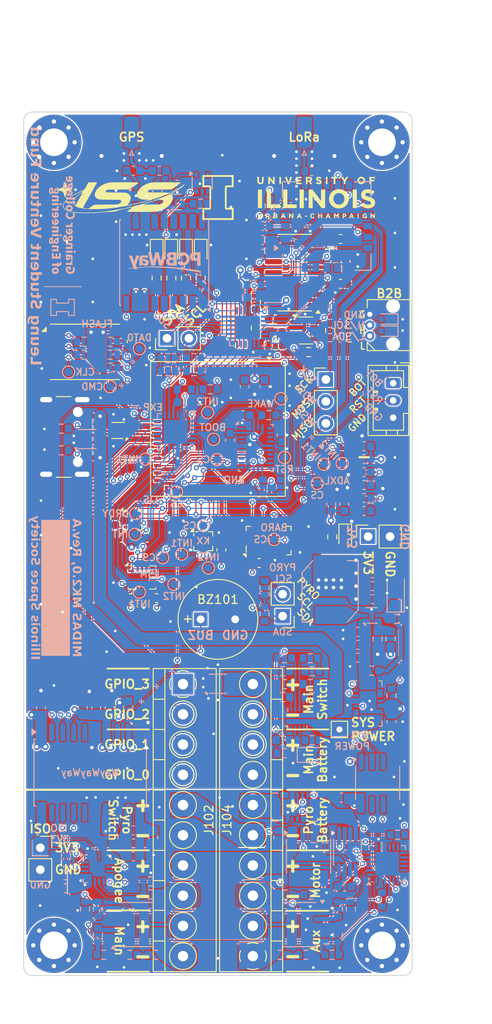
<source format=kicad_pcb>
(kicad_pcb (version 20240108) (generator "pcbnew") (generator_version "8.0")
  (title_block (title "MIDAS MK2") (date "2024-11-29") (rev "A") (company "Illinois Space Society") (comment 4 "Contributors: Thomas McManamen"))
  (layers (0 "F.Cu" signal) (1 "In1.Cu" signal) (2 "In2.Cu" signal) (31 "B.Cu" signal) (34 "B.Paste" user) (35 "F.Paste" user) (36 "B.SilkS" user "B.Silkscreen") (37 "F.SilkS" user "F.Silkscreen") (38 "B.Mask" user) (39 "F.Mask" user) (44 "Edge.Cuts" user))
  (net 0 "")
  (net 1 "GND")
  (net 2 "+3V3")
  (net 3 "/BUZZER")
  (net 4 "Net-(U105-OSC2)")
  (net 5 "Net-(U105-OSC1)")
  (net 6 "/RESET_SW")
  (net 7 "+3V3_ISO")
  (net 8 "PYRO_GND")
  (net 9 "Net-(U202-VCAPL)")
  (net 10 "Net-(U202-VCAPH)")
  (net 11 "/Pyro Circuitry/GND2")
  (net 12 "/Pyro Circuitry/V_ISOOUT")
  (net 13 "/VREG_IN")
  (net 14 "Net-(D302-A)")
  (net 15 "Net-(U304-SS)")
  (net 16 "/E22_RESET")
  (net 17 "Net-(U402-A1)")
  (net 18 "Net-(FL401-IN)")
  (net 19 "Net-(J401-In)")
  (net 20 "Net-(U502-V_{1P8ANA})")
  (net 21 "Net-(U502-V_{1P8DIG})")
  (net 22 "Net-(U504-CAP)")
  (net 23 "Net-(U505-C1)")
  (net 24 "Net-(D101-A2)")
  (net 25 "Net-(D102-A2)")
  (net 26 "Net-(D105-A)")
  (net 27 "Net-(D106-A)")
  (net 28 "Net-(D103-A)")
  (net 29 "Net-(D104-A)")
  (net 30 "Net-(D301-K)")
  (net 31 "Net-(D303-A)")
  (net 32 "Net-(FL401-OUT)")
  (net 70 "/USB_POWER")
  (net 71 "Net-(J101-CC1)")
  (net 73 "Net-(J101-CC2)")
  (net 74 "/AUX_GPIO_2")
  (net 75 "/AUX_GPIO_0")
  (net 76 "/PYRO_SW")
  (net 77 "/AUX_GPIO_3")
  (net 78 "/PYRO_A")
  (net 79 "/AUX_GPIO_1")
  (net 80 "/V_PYRO")
  (net 81 "/PYRO_B")
  (net 82 "Net-(J104-Pin_8)")
  (net 83 "/VBAT_PYRO")
  (net 84 "/PYRO_D")
  (net 85 "/PYRO_C")
  (net 86 "/VBAT")
  (net 87 "/I2C_SCL")
  (net 88 "/I2C_SDA")
  (net 89 "/PYRO_SCL")
  (net 90 "/PYRO_SDA")
  (net 91 "/SPI_SCK")
  (net 92 "/SPI_MOSI")
  (net 93 "/SPI_MISO")
  (net 94 "/BOOT_SW")
  (net 95 "/SYS_POWER")
  (net 96 "Net-(J402-In)")
  (net 97 "Net-(U303-SW)")
  (net 98 "/Pyro Circuitry/PYRO_EN")
  (net 99 "Net-(Q201A-D1-Pad7)")
  (net 100 "Net-(Q201B-G2)")
  (net 101 "/Pyro Circuitry/V_PYRO_ZONE")
  (net 102 "Net-(Q202B-G2)")
  (net 103 "Net-(Q202A-G1)")
  (net 104 "Net-(Q203B-G2)")
  (net 105 "Net-(Q203A-G1)")
  (net 106 "Net-(Q401A-D1)")
  (net 107 "Net-(Q401B-D2)")
  (net 108 "Net-(Q401B-S2)")
  (net 109 "Net-(Q401A-G2)")
  (net 110 "/EXP_INT1")
  (net 111 "/EXP_INT2")
  (net 112 "/INA_ALERT")
  (net 113 "/EXP_RESET")
  (net 114 "/FLASH_DAT0")
  (net 115 "/FLASH_DAT1")
  (net 116 "/FLASH_DAT2")
  (net 117 "/FLASH_DAT3")
  (net 118 "/FLASH_CMD")
  (net 119 "/CAN_FAULT")
  (net 120 "/CANH")
  (net 121 "/CANL")
  (net 122 "/LED_RED")
  (net 123 "/LED_ORANGE")
  (net 124 "/LED_GREEN")
  (net 125 "/LED_BLUE")
  (net 126 "/Pyro Circuitry/INA_ALRT_ISO")
  (net 127 "/ISO_FLT")
  (net 128 "/Pyro Circuitry/FIRE_A")
  (net 129 "/Pyro Circuitry/FIRE_C")
  (net 130 "/Pyro Circuitry/SENSE_A")
  (net 131 "/Pyro Circuitry/SENSE_C")
  (net 132 "/Pyro Circuitry/FIRE_B")
  (net 133 "/Pyro Circuitry/FIRE_D")
  (net 134 "/Pyro Circuitry/SENSE_B")
  (net 135 "/Pyro Circuitry/SENSE_D")
  (net 136 "/Pyro Circuitry/EXP_INT_ISO")
  (net 137 "/Pyro Circuitry/ADC_DRDY")
  (net 138 "Net-(U304-PR1)")
  (net 139 "Net-(U304-OV1)")
  (net 140 "/Power/MUX_CP2")
  (net 141 "Net-(U304-OV2)")
  (net 142 "Net-(U303-FB)")
  (net 143 "Net-(U304-ILM)")
  (net 144 "/BNO086_BOOT")
  (net 145 "Net-(U504-ENV_SDA)")
  (net 146 "Net-(U504-ENV_SCL)")
  (net 147 "/EXP_INT0")
  (net 149 "/BNO086_RESET")
  (net 150 "/BNO086_WAKE")
  (net 151 "/ADXL355_INT2")
  (net 152 "/ADXL355_INT1")
  (net 153 "/KX134_INT2")
  (net 154 "/KX134_INT1")
  (net 155 "/LIS3MDL_DRDY")
  (net 156 "/LIS3MDL_INT")
  (net 157 "/LSM6DSLTR_INT1")
  (net 158 "/LSM6DSLTR_INT2")
  (net 159 "Net-(U101-IN-)")
  (net 160 "Net-(U101-IN+)")
  (net 161 "/CAN_1")
  (net 163 "/CAN_NINT")
  (net 165 "/E22_DIO3")
  (net 166 "/E22_BUSY")
  (net 168 "/E22_DIO1")
  (net 170 "/CAN_NINT1")
  (net 173 "/E22_CS")
  (net 175 "/E22_RXEN")
  (net 176 "/BNO086_CS")
  (net 177 "/LIS3MDL_CS")
  (net 178 "/FLASH_CLK")
  (net 179 "/CAN_NCS")
  (net 180 "/ADC_RESET")
  (net 181 "/BNO086_INT")
  (net 182 "/USB_D-")
  (net 183 "/LSM6DSL_CS")
  (net 184 "/KX134_CS")
  (net 185 "/MS5611_CS")
  (net 186 "/CAN_TXD")
  (net 187 "/USB_D+")
  (net 189 "/MAX_RESET")
  (net 190 "/CAN_2")
  (net 191 "/ADXL355_CS")
  (net 192 "/CAN_RXD")
  (net 194 "/CAN_SLNT")
  (net 196 "Net-(U201-IN+)")
  (net 197 "/Pyro Circuitry/ISO_SDA")
  (net 198 "Net-(U201-IN-)")
  (net 199 "/Pyro Circuitry/ISO_SCL")
  (net 202 "/Pyro Circuitry/ADC_RST_ISO")
  (net 203 "/Pyro Circuitry/EXP_RST_ISO")
  (net 212 "Net-(U401-DIO2)")
  (net 217 "/RF/MAX_INT")
  (net 241 "/D-")
  (net 242 "/D+")
  (footprint "MountingHole:MountingHole_3.2mm_M3_Pad_Via" (layer "F.Cu") (at 167.5 58.5)
    (property "Reference" "H102" (hide yes))
    (property "Value" "M3")
  )
  (footprint "Package_TO_SOT_SMD:SOT-23-8" (layer "F.Cu") (at 158.7 80.3)
    (property "Reference" "U107" (hide yes))
    (property "Value" "TCAN337G")
  )
  (footprint "Resistor_SMD:R_0603_1608Metric" (layer "F.Cu") (at 144.8 74.225 90)
    (property "Reference" "R127" (hide yes))
    (property "Value" "470")
  )
  (footprint "Connector_PinSocket_2.54mm:PinSocket_1x02_P2.54mm_Vertical" (layer "F.Cu") (at 165.9 104.1625 90)
    (property "Reference" "J302" (hide yes))
    (property "Value" "Conn_01x02")
  )
  (footprint "Connector_JST:JST_PH_B3B-PH-K_1x03_P2.00mm_Vertical" (layer "F.Cu") (at 168.8 86.4 -90)
    (property "Reference" "J108" (hide yes))
    (property "Value" "~")
  )
  (footprint "LED_SMD:LED_0603_1608Metric" (layer "F.Cu") (at 141.4 71.225 -90)
    (property "Reference" "D106" (hide yes))
    (property "Value" "BLUE LED")
  )
  (footprint "LED_SMD:LED_0603_1608Metric" (layer "F.Cu") (at 144.8 71.225 -90)
    (property "Reference" "D104" (hide yes))
    (property "Value" "ORANGE LED")
  )
  (footprint "Capacitor_SMD:C_0603_1608Metric" (layer "F.Cu") (at 155.15 79 180)
    (property "Reference" "C108" (hide yes))
    (property "Value" "0.1uF")
  )
  (footprint "Resistor_SMD:R_0603_1608Metric" (layer "F.Cu") (at 163.75 79.5)
    (property "Reference" "R117" (hide yes))
    (property "Value" "0")
  )
  (footprint "Logos_ISS:ISS_LOGOV2_tiny" (layer "F.Cu") (at 137.2 64.9)
    (property "Reference" "G***" (hide yes))
    (property "Value" "LOGO" (hide yes))
  )
  (footprint "LED_SMD:LED_0603_1608Metric" (layer "F.Cu") (at 146.5 71.225 -90)
    (property "Reference" "D103" (hide yes))
    (property "Value" "RED LED")
  )
  (footprint "Resistor_SMD:R_0603_1608Metric" (layer "F.Cu") (at 152.9 77 90)
    (property "Reference" "R119" (hide yes))
    (property "Value" "0")
  )
  (footprint "Capacitor_SMD:C_0603_1608Metric" (layer "F.Cu") (at 137.3 104.3)
    (property "Reference" "C516" (hide yes))
    (property "Value" "1uF")
  )
  (footprint "Package_LGA:LGA-8_8x6.2mm_P1.27mm" (layer "F.Cu") (at 133.1 82.775)
    (property "Reference" "U106" (hide yes))
    (property "Value" "ZDSD64GLGEAG-R")
  )
  (footprint "Package_LGA:Bosch_LGA-14_3x2.5mm_P0.5mm" (layer "F.Cu") (at 139.7 108.9)
    (property "Reference" "U503" (hide yes))
    (property "Value" "LSM6DSLTR")
  )
  (footprint "Capacitor_SMD:C_0603_1608Metric" (layer "F.Cu") (at 155.15 80.5)
    (property "Reference" "C110" (hide yes))
    (property "Value" "0.1uF")
  )
  (footprint "MountingHole:MountingHole_3.2mm_M3_Pad_Via" (layer "F.Cu") (at 129.5 58.5)
    (property "Reference" "H101" (hide yes))
    (property "Value" "M3")
  )
  (footprint "Connector_USB:USB_C_Receptacle_GCT_USB4105-xx-A_16P_TopMnt_Horizontal" (layer "F.Cu") (at 129.675 92.625 -90)
    (property "Reference" "J101" (hide yes))
    (property "Value" "USB4105-GF-A")
  )
  (footprint "RF_Module:ESP32-S2-MINI-1U" (layer "F.Cu") (at 148.5 91.7 -90)
    (property "Reference" "U104" (hide yes))
    (property "Value" "ESP32-S3-MINI-1U")
  )
  (footprint "Memes:UIUC_small" (layer "F.Cu") (at 156.7 64.9)
    (property "Reference" "G***" (hide yes))
    (property "Value" "LOGO" (hide yes))
  )
  (footprint "Resistor_SMD:R_0603_1608Metric" (layer "F.Cu") (at 159 82.8)
    (property "Reference" "R114" (hide yes))
    (property "Value" "10k")
  )
  (footprint "Capacitor_SMD:C_0603_1608Metric" (layer "F.Cu") (at 141.4 111.3 180)
    (property "Reference" "C512" (hide yes))
    (property "Value" "0.1uF")
  )
  (footprint "Capacitor_SMD:C_0603_1608Metric" (layer "F.Cu") (at 148.9 105.7 -90)
    (property "Reference" "C502" (hide yes))
    (property "Value" "0.1uF")
  )
  (footprint "Capacitor_SMD:C_0603_1608Metric" (layer "F.Cu") (at 138.5 81.575 90)
    (property "Reference" "C109" (hide yes))
    (property "Value" "0.1uF")
  )
  (footprint "MountingHole:MountingHole_3.2mm_M3_Pad_Via" (layer "F.Cu") (at 167.5 151.5)
    (property "Reference" "H104" (hide yes))
    (property "Value" "M3")
  )
  (footprint "Resistor_SMD:R_0603_1608Metric" (layer "F.Cu") (at 163.75 81.1)
    (property "Reference" "R115" (hide yes))
    (property "Value" "0")
  )
  (footprint "Connector_PinHeader_2.54mm:PinHeader_1x02_P2.54mm_Vertical" (layer "F.Cu") (at 142.6 81.2 90)
    (property "Reference" "J105" (hide yes))
    (property "Value" "Conn_01x02")
  )
  (footprint "Package_DFN_QFN:ST_UQFN-6L_1.5x1.7mm_P0.5mm" (layer "F.Cu") (at 136.95 91.875 180)
    (property "Reference" "U108" (hide yes))
    (property "Value" "ECMF02-2AMX6")
  )
  (footprint "Package_LGA:LGA-12_2x2mm_P0.5mm" (layer "F.Cu") (at 138.6 102.3)
    (property "Reference" "U505" (hide yes))
    (property "Value" "LIS3MDL")
  )
  (footprint "Capacitor_SMD:C_0603_1608Metric" (layer "F.Cu") (at 162.7 74.9)
    (property "Reference" "C104" (hide yes))
    (property "Value" "22pF")
  )
  (footprint "Connector_Molex_Terminal-Block:Molex_Terminal-Block_393570010_1x10_P3.5mm" (layer "F.Cu") (at 152.55 152.75 90)
    (property "Reference" "J104")
    (property "Value" "Right")
  )
  (footprint "Capacitor_SMD:C_0603_1608Metric" (layer "F.Cu") (at 153.275 107.2225)
    (property "Reference" "C519" (hide yes))
    (property "Value" "0.1uF")
  )
  (footprint "Connector_Molex_Micro-Lock-Plus:Molex_Micro-Lock_2200980371_1x03_P1.25mm_Horizontal" (layer "F.Cu") (at 168.09 79.675 90)
    (property "Reference" "J103" (hide yes))
    (property "Value" "Conn_01x03")
  )
  (footprint "Resistor_SMD:R_0603_1608Metric" (layer "F.Cu") (at 155.15 82)
    (property "Reference" "R121" (hide yes))
    (property "Value" "0")
  )
  (footprint "Connector_PinHeader_2.54mm:PinHeader_1x02_P2.54mm_Vertical" (layer "F.Cu") (at 156 113.375 180)
    (property "Reference" "J106" (hide yes))
    (property "Value" "Conn_01x02")
  )
  (footprint "Connector_PinSocket_2.54mm:PinSocket_1x02_P2.54mm_Vertical" (layer "F.Cu") (at 127.925 140.2)
    (property "Reference" "J201" (hide yes))
    (property "Value" "Conn_01x02")
  )
  (footprint "LED_SMD:LED_0603_1608Metric" (layer "F.Cu") (at 143.1 71.225 -90)
    (property "Reference" "D105" (hide yes))
    (property "Value" "GREEN LED")
  )
  (footprint "Connector_Molex_Terminal-Block:Molex_Terminal-Block_393570010_1x10_P3.5mm" (layer "F.Cu") (at 144.45 121.25 -90)
    (property "Reference" "J102")
    (property "Value" "Left")
  )
  (footprint "Package_LGA:LGA-8_3x5mm_P1.25mm" (layer "F.Cu") (at 154.375 104.625 90)
    (property "Reference" "U506" (hide yes))
    (property "Value" "MS5611-01BA03")
  )
  (footprint "Resistor_SMD:R_0603_1608Metric" (layer "F.Cu") (at 152.9 80 -90)
    (property "Reference" "R120" (hide yes))
    (property "Value" "0")
  )
  (footprint "Resistor_SMD:R_0603_1608Metric" (layer "F.Cu") (at 161.5 80.3 -90)
    (property "Reference" "R122" (hide yes))
    (property "Value" "120")
  )
  (footprint "TestPoint:TestPoint_THTPad_1.5x1.5mm_Drill0.7mm" (layer "F.Cu") (at 162.575 126.5)
    (property "Reference" "J301" (hide yes))
    (property "Value" "TestPoint")
  )
  (footprint "Sensor_Motion_Analog:Analog_LGA_14-7.4x7.4mm" (layer "F.Cu") (at 162.97 97.975)
    (property "Reference" "U502" (hide yes))
    (property "Value" "ADXL355" (hide yes))
  )
  (footprint "Resistor_SMD:R_0603_1608Metric" (layer "F.Cu") (at 161.75 104.2 -90)
    (property "Reference" "R315" (hide yes))
    (property "Value" "470")
  )
  (footprint "Resistor_SMD:R_0603_1608Metric" (layer "F.Cu") (at 143.1 74.225 90)
    (property "Reference" "R128" (hide yes))
    (property "Value" "470")
  )
  (footprint "Resistor_SMD:R_0603_1608Metric" (layer "F.Cu") (at 141.4 74.225 90)
    (property "Reference" "R129" (hide yes))
    (property "Value" "470")
  )
  (footprint "Capacitor_SMD:C_0603_1608Metric" (layer "F.Cu") (at 136.6 102.05 -90)
    (property "Reference" "C518" (hide yes))
    (property "Value" "100nF")
  )
  (footprint "MountingHole:MountingHole_3.2mm_M3_Pad_Via" (layer "F.Cu") (at 129.5 151.5)
    (property "Reference" "H103" (hide yes))
    (property "Value" "M3")
  )
  (footprint "Capacitor_SMD:C_0603_1608Metric" (layer "F.Cu") (at 140.3 104.3 180)
    (property "Reference" "C517" (hide yes))
    (property "Value" "100nF")
  )
  (footprint "Resistor_SMD:R_0603_1608Metric" (layer "F.Cu") (at 146.5 74.225 90)
    (property "Reference" "R126" (hide yes))
    (property "Value" "470")
  )
  (footprint "Capacitor_SMD:C_0603_1608Metric" (layer "F.Cu") (at 144.7 105.7 -90)
    (property "Reference" "C504" (hide yes))
    (property "Value" "0.1uF")
  )
  (footprint "Crystal:Crystal_SMD_Abracon_ABM10-4Pin_2.5x2.0mm" (layer "F.Cu") (at 162.7 72.3)
    (property "Reference" "Y101" (hide yes))
    (property "Value" "40MHz")
  )
  (footprint "Capacitor_SMD:C_0603_1608Metric" (layer "F.Cu") (at 162.7 69.7)
    (property "Reference" "C105" (hide yes))
    (property "Value" "22pF")
  )
  (footprint "Connector_PinHeader_2.54mm:PinHeader_1x03_P2.54mm_Vertical" (layer "F.Cu") (at 161 85.975)
    (property "Reference" "J107" (hide yes))
    (property "Value" "~")
  )
  (footprint "Package_SO:SOIC-14_3.9x8.7mm_P1.27mm" (layer "F.Cu") (at 157.4 73.6 180)
    (property "Reference" "U105" (hide yes))
    (property "Value" "MCP2518FDT-xSL")
  )
  (footprint "Capacitor_SMD:C_0603_1608Metric" (layer "F.Cu") (at 138.4 111.3)
    (property "Reference" "C511" (hide yes))
    (property "Value" "0.1uF")
  )
  (footprint "Package_LGA:LGA-12_2x2mm_P0.5mm" (layer "F.Cu") (at 146.8 104.7)
    (property "Reference" "U501" (hide yes))
    (property "Value" "KX134-1211")
  )
  (footprint "Buzzer:Buzzer_AT-0927-TT-6-R" (layer "F.Cu") (at 146.5 113.75)
    (property "Reference" "BZ101")
    (property "Value" "AT-0927-TT-6-R")
  )
  (footprint "LED_SMD:LED_0603_1608Metric" (layer "F.Cu") (at 163.25 104.2 -90)
    (property "Reference" "D303" (hide yes))
    (property "Value" "RED LED")
  )
  (footprint "TestPoint:TestPoint_Pad_D1.0mm" (layer "B.Cu") (at 148.4 95.25 180)
    (property "Reference" "TP103" (hide yes))
    (property "Value" "TestPoint_Small")
  )
  (footprint "Package_TO_SOT_SMD:SOT-563" (layer "B.Cu") (at 143.575 65.425)
    (property "Reference" "Q401" (hide yes))
    (property "Value" "Si1016X")
  )
  (footprint "Capacitor_SMD:C_0603_1608Metric" (layer "B.Cu") (at 153.7 71.4 180)
    (property "Reference" "C405" (hide yes))
    (property "Value" "10nF")
  )
  (footprint "Resistor_SMD:R_0603_1608Metric" (layer "B.Cu") (at 145.7 83.5)
    (property "Reference" "R118" (hide yes))
    (property "Value" "0")
  )
  (footprint "Resistor_SMD:R_0603_1608Metric" (layer "B.Cu") (at 142.7 83.5 180)
    (property "Reference" "R104" (hide yes))
    (property "Value" "4.7k")
  )
  (footprint "Resistor_SMD:R_0603_1608Metric" (layer "B.Cu") (at 154.5 65.875 90)
    (property "Reference" "R401" (hide yes))
    (property "Value" "100k")
  )
  (footprint "Capacitor_SMD:C_0603_1608Metric" (layer "B.Cu") (at 155.9 92.4 90)
    (property "Reference" "C513" (hide yes))
    (property "Value" "0.1uF")
  )
  (footprint "Resistor_SMD:R_0603_1608Metric" (layer "B.Cu") (at 159.4 122.75 180)
    (property "Reference" "R301" (hide yes))
    (property "Value" "5k")
  )
  (footprint "Capacitor_SMD:C_0603_1608Metric" (layer "B.Cu") (at 151.4 90.1 180)
    (property "Reference" "C514" (hide yes))
    (property "Value" "0.1uF")
  )
  (footprint "Resistor_SMD:R_0603_1608Metric" (layer "B.Cu") (at 130.9 141.1 90)
    (property "Reference" "R220" (hide yes))
    (property "Value" "10k")
  )
  (footprint "Diode_SMD:D_SOD-523" (layer "B.Cu") (at 168.1 78.975 180)
    (property "Reference" "D102" (hide yes))
    (property "Value" "ESD321")
  )
  (footprint "TestPoint:TestPoint_Pad_D1.0mm" (layer "B.Cu") (at 139.4 82.4 180)
    (property "Reference" "TP122" (hide yes))
    (property "Value" "TestPoint_Small")
  )
  (footprint "Resistor_SMD:R_0603_1608Metric" (layer "B.Cu") (at 159.2 118.25)
    (property "Reference" "R305" (hide yes))
    (property "Value" "5k")
  )
  (footprint "TestPoint:TestPoint_Pad_D1.0mm" (layer "B.Cu") (at 147.3 89.8 180)
    (property "Reference" "TP102" (hide yes))
    (property "Value" "TestPoint_Small")
  )
  (footprint "Package_SO:SOIC-8_3.9x4.9mm_P1.27mm" (layer "B.Cu") (at 167 132.7 -90)
    (property "Reference" "U204" (hide yes))
    (property "Value" "ISO1640BDR")
  )
  (footprint "Capacitor_SMD:C_0603_1608Metric" (layer "B.Cu") (at 163.125 100.4 90)
    (property "Reference" "C506" (hide yes))
    (property "Value" "0.1uF")
  )
  (footprint "Resistor_SMD:R_0603_1608Metric" (layer "B.Cu") (at 156 119.75 180)
    (property "Reference" "R308" (hide yes))
    (property "Value" "5k")
  )
  (footprint "Resistor_SMD:R_0603_1608Metric" (layer "B.Cu") (at 159.2 121.25 180)
    (property "Reference" "R304" (hide yes))
    (property "Value" "27k")
  )
  (footprint "Capacitor_SMD:C_0603_1608Metric" (layer "B.Cu") (at 162.8 134.4 180)
    (property "Reference" "C211" (hide yes))
    (property "Value" "0.1uF")
  )
  (footprint "Capacitor_SMD:C_0603_1608Metric" (layer "B.Cu") (at 166.4 106.91)
    (property "Reference" "C307" (hide yes))
    (property "Value" "22uF")
  )
  (footprint "TestPoint:TestPoint_Pad_D1.0mm" (layer "B.Cu") (at 131.2 85.1 180)
    (property "Reference" "TP121" (hide yes))
    (property "Value" "TestPoint_Small")
  )
  (footprint "Package_DFN_QFN:WQFN-24-1EP_4x4mm_P0.5mm_EP2.6x2.6mm" (layer "B.Cu") (at 168.1 142.0625)
    (property "Reference" "U205" (hide yes))
    (property "Value" "TCAL9539-Q1")
  )
  (footprint "Resistor_SMD:R_0603_1608Metric" (layer "B.Cu") (at 133 81.6)
    (property "Reference" "R111" (hide yes))
    (property "Value" "50k")
  )
  (footprint "Diode_SMD:D_SOD-123F" (layer "B.Cu") (at 169.1 110.7 90)
    (property "Reference" "D301" (hide yes))
    (property "Value" "BZT52H-A5V1-QX")
  )
  (footprint "Resistor_SMD:R_0603_1608Metric" (layer "B.Cu") (at 162.4 147.3 -90)
    (property "Reference" "R206" (hide yes))
    (property "Value" "1k")
  )
  (footprint "Resistor_SMD:R_0603_1608Metric" (layer "B.Cu") (at 145.7 85)
    (property "Reference" "R116" (hide yes))
    (property "Value" "0")
  )
  (footprint "Package_DFN_QFN:Texas_VQFN-HR-12_2x2.5mm_P0.5mm" (layer "B.Cu") (at 157.7 125.25)
    (property "Reference" "U304" (hide yes))
    (property "Value" "TPS2121")
  )
  (footprint "Capacitor_SMD:C_0603_1608Metric" (layer "B.Cu") (at 138.7 138.2)
    (property "Reference" "C208" (hide yes))
    (property "Value" "10uF")
  )
  (footprint "Capacitor_SMD:C_0603_1608Metric" (layer "B.Cu") (at 164.7 115.2 180)
    (property "Reference" "C301" (hide yes))
    (property "Value" "0.1uF")
  )
  (footprint "Resistor_SMD:R_0603_1608Metric" (layer "B.Cu") (at 168.6 122.6 90)
    (property "Reference" "R107" (hide yes))
    (property "Value" "10k")
  )
  (footprint "Resistor_SMD:R_0603_1608Metric" (layer "B.Cu") (at 153.9 110.1 -90)
    (property "Reference" "R106" (hide yes))
    (property "Value" "4.7k")
  )
  (footprint "Resistor_SMD:R_0603_1608Metric" (layer "B.Cu") (at 154.4 90.1)
    (property "Reference" "R501" (hide yes))
    (property "Value" "10k")
  )
  (footprint "Resistor_SMD:R_0603_1608Metric" (layer "B.Cu") (at 142.7 85 180)
    (property "Reference" "R101" (hide yes))
    (property "Value" "4.7k")
  )
  (footprint "Capacitor_SMD:C_0603_1608Metric" (layer "B.Cu") (at 128 124 90)
    (property "Reference" "C210" (hide yes))
    (property "Value" "0.1uF")
  )
  (footprint "Package_DFN_QFN:WQFN-24-1EP_4x4mm_P0.5mm_EP2.6x2.6mm" (layer "B.Cu") (at 143.6 92.05 180)
    (property "Reference" "U102" (hide yes))
    (property "Value" "TCAL9539-Q1")
  )
  (footprint "Resistor_SMD:R_0603_1608Metric" (layer "B.Cu") (at 138.3 152.6)
    (property "Reference" "R217" (hide yes))
    (property "Value" "20k")
  )
  (footprint "Package_VQFN:VQFN-REL0014B" (layer "B.Cu") (at 157.4 135.5 -90)
    (property "Reference" "U201" (hide yes))
    (property "Value" "INA745x")
  )
  (footprint "TestPoint:TestPoint_Pad_D1.0mm" (layer "B.Cu") (at 142.1 106.6 180)
    (property "Reference" "TP116" (hide yes))
    (property "Value" "TestPoint_Small")
  )
  (footprint "TestPoint:TestPoint_Pad_D1.0mm" (layer "B.Cu") (at 143.7 99 180)
    (property "Reference" "TP113" (hide yes))
    (property "Value" "TestPoint_Small")
  )
  (footprint "Resistor_SMD:R_0603_1608Metric" (layer "B.Cu") (at 166.99 116 -90)
    (property "Reference" "R311" (hide yes))
    (property "Value" "30k")
  )
  (footprint "Resistor_SMD:R_0603_1608Metric" (layer "B.Cu") (at 159.4 119.75)
    (property "Reference" "R302" (hide yes))
    (property "Value" "5k")
  )
  (footprint "Capacitor_SMD:C_0603_1608Metric" (layer "B.Cu") (at 135.95 124 90)
    (property "Reference" "C203" (hide yes))
    (property "Value" "10nF")
  )
  (footprint "Capacitor_SMD:C_0603_1608Metric" (layer "B.Cu") (at 143.775 63.425)
    (property "Reference" "C402" (hide yes))
    (property "Value" "10nF")
  )
  (footprint "RF_Filter_Qualcomm:Qualcomm_SMD-6" (layer "B.Cu") (at 138.975 64.725 -90)
    (property "Reference" "FL401" (hide yes))
    (property "Value" "B3913")
  )
  (footprint "Capacitor_SMD:C_0603_1608Metric" (layer "B.Cu") (at 165.425 99.7)
    (property "Reference" "C509" (hide yes))
    (property "Value" "1uF")
  )
  (footprint "Diode_SMD:D_SOD-323" (layer "B.Cu") (at 159.3 129.45)
    (property "Reference" "D302" (hide yes))
    (property "Value" "BAS416")
  )
  (footprint "Capacitor_SMD:C_0603_1608Metric" (layer "B.Cu") (at 168.6 125.6 90)
    (property "Reference" "C101" (hide yes))
    (property "Value" "0.1uF")
  )
  (footprint "Resistor_SMD:R_0603_1608Metric" (layer "B.Cu") (at 167.5 146.2 -90)
    (property "Reference" "R219" (hide yes))
    (property "Value" "10k")
  )
  (footprint "Capacitor_SMD:C_0603_1608Metric" (layer "B.Cu") (at 165.425 96.7)
    (property "Reference" "C505" (hide yes))
    (property "Value" "1uF")
  )
  (footprint "Package_SON:WSON-6-1EP_2x2mm_P0.65mm_EP1x1.6mm" (layer "B.Cu") (at 148.5 121.2125)
    (property "Reference" "U302" (hide yes))
    (property "Value" "TVS1800DRV")
  )
  (footprint "Resistor_SMD:R_0603_1608Metric" (layer "B.Cu") (at 133.1 147.3 -90)
    (property "Reference" "R203" (hide yes))
    (property "Value" "3.3k")
  )
  (footprint "Package_DFN_QFN:WQFN-24-1EP_4x4mm_P0.5mm_EP2.6x2.6mm" (layer "B.Cu") (at 151.9625 79.95 180)
    (property "Reference" "U103" (hide yes))
    (property "Value" "TCAL9539-Q1")
  )
  (footprint "Resistor_SMD:R_0603_1608Metric" (layer "B.Cu") (at 156.2 121.25)
    (property "Reference" "R309" (hide yes))
    (property "Value" "69.8k")
  )
  (footprint "Resistor_SMD:R_0603_1608Metric" (layer "B.Cu") (at 161.7 152.6 180)
    (property "Reference" "R214" (hide yes))
    (property "Value" "1k")
  )
  (footprint "TestPoint:TestPoint_Pad_D1.0mm" (layer "B.Cu") (at 156.2 95 180)
    (property "Reference" "TP104" (hide yes))
    (property "Value" "TestPoint_Small")
  )
  (footprint "Package_SO:VSSOP-8_3x3mm_P0.65mm" (layer "B.Cu") (at 163.5 140.7 -90)
    (property "Reference" "U202" (hide yes))
    (property "Value" "LM74670-Q1")
  )
  (footprint "Inductor_SMD:L_0603_1608Metric" (layer "B.Cu") (at 159.35 61.85)
    (property "Reference" "L402" (hide yes))
    (property "Value" "330nH")
  )
  (footprint "Resistor_SMD:R_0603_1608Metric" (layer "B.Cu") (at 153.9 113.1 90)
    (property "Reference" "R105" (hide yes))
    (property "Value" "4.7k")
  )
  (footprint "Package_LGA:LGA-28_5.2x3.8mm_P0.5mm" (layer "B.Cu") (at 152.9 93.9 -90)
    (property "Reference" "U504" (hide yes))
    (property "Value" "BNO086")
  )
  (footprint "Connector_Coaxial:SMA_Molex_73251-2120_EdgeMount_Horizontal" (layer "B.Cu") (at 158.5075 57.1 90)
    (property "Reference" "J402" (hide yes))
    (property "Value" "SMA")
  )
  (footprint "Resistor_SMD:R_0603_1608Metric" (layer "B.Cu") (at 135.275 152.6)
    (property "Reference" "R211" (hide yes))
    (property "Value" "3.3k")
  )
  (footprint "Resistor_SMD:R_0603_1608Metric" (layer "B.Cu") (at 159.3 145.635 180)
    (property "Reference" "R210" (hide yes))
    (property "Value" "20k")
  )
  (footprint "Resistor_SMD:R_0603_1608Metric" (layer "B.Cu") (at 156 122.75)
    (property "Reference" "R307" (hide yes))
    (property "Value" "33k")
  )
  (footprint "Resistor_SMD:R_0603_1608Metric" (layer "B.Cu") (at 147.6 87.1)
    (property "Reference" "R108" (hide yes))
    (property "Value" "10k")
  )
  (footprint "Resistor_SMD:R_0603_1608Metric" (layer "B.Cu") (at 146.475 65.625)
    (property "Reference" "R403" (hide yes))
    (property "Value" "100k")
  )
  (footprint "Resistor_SMD:R_0603_1608Metric" (layer "B.Cu") (at 136 83.105 180)
    (property "Reference" "R109" (hide yes))
    (property "Value" "50k")
  )
  (footprint "Capacitor_SMD:C_0603_1608Metric" (layer "B.Cu") (at 165.425 101.2 180)
    (property "Reference" "C510" (hide yes))
    (property "Value" "0.1uF")
  )
  (footprint "TestPoint:TestPoint_Pad_D1.0mm" (layer "B.Cu") (at 146.8 102.9 180)
    (property "Reference" "TP110" (hide yes))
    (property "Value" "TestPoint_Small")
  )
  (footprint "Capacitor_SMD:C_0603_1608Metric" (layer "B.Cu") (at 161.625 100.4 -90)
    (property "Reference" "C503" (hide yes))
    (property "Value" "1uF")
  )
  (footprint "Resistor_SMD:R_0603_1608Metric" (layer "B.Cu") (at 141.3 152.6)
    (property "Reference" "R215" (hide yes))
    (property "Value" "5k")
  )
  (footprint "TestPoint:TestPoint_Pad_D1.0mm" (layer "B.Cu") (at 162.9 95.7 180)
    (property "Reference" "TP108" (hide yes))
    (property "Value" "TestPoint_Small")
  )
  (footprint "Capacitor_SMD:C_0603_1608Metric" (layer "B.Cu") (at 132.85 124 90)
    (property "Reference" "C207" (hide yes))
    (property "Value" "10uF")
  )
  (footprint "Capacitor_SMD:C_0603_1608Metric" (layer "B.Cu") (at 151.6 86.8 90)
    (property "Reference" "C107" (hide yes))
    (property "Value" "0.1uF")
  )
  (footprint "Capacitor_SMD:C_0603_1608Metric" (layer "B.Cu") (at 138.7 61.8 180)
    (property "Reference" "C403" (hide yes))
    (property "Value" "47pF")
  )
  (footprint "Diode_SMD:D_SOD-523" (layer "B.Cu") (at 168.1 80.375 180)
    (property "Reference" "D101" (hide yes))
    (property "Value" "ESD321")
  )
  (footprint "Capacitor_SMD:C_0603_1608Metric" (layer "B.Cu") (at 164.7 118.2 180)
    (property "Reference" "C302" (hide yes))
    (property "Value" "10uF")
  )
  (footprint "Resistor_SMD:R_0603_1608Metric" (layer "B.Cu") (at 169.2 113.7)
    (property "Reference" "R306" (hide yes))
    (property "Value" "30k")
  )
  (footprint "Capacitor_SMD:C_0603_1608Metric" (layer "B.Cu") (at 164.8 90.575 -90)
    (property "Reference" "C111" (hide yes))
    (property "Value" "1uF")
  )
  (footprint "Package_VQFN:VQFN-REL0014B" (layer "B.Cu") (at 165.875 123.500001)
    (property "Reference" "U101" (hide yes))
    (property "Value" "INA745x")
  )
  (footprint "Capacitor_SMD:C_0603_1608Metric" (layer "B.Cu") (at 138.7 141.2)
    (property "Reference" "C204" (hide yes))
    (property "Value" "10nF")
  )
  (footprint "Capacitor_SMD:C_0603_1608Metric" (layer "B.Cu") (at 166.4 111.41)
    (property "Reference" "C304" (hide yes))
    (property "Value" "22uF")
  )
  (footprint "Resistor_SMD:R_0603_1608Metric" (layer "B.Cu") (at 130.35 91.665 180)
    (property "Reference" "R123" (hide yes))
    (property "Value" "5.1k")
  )
  (footprint "Capacitor_SMD:C_0603_1608Metric" (layer "B.Cu") (at 165.425 98.2 180)
    (property "Reference" "C507" (hide yes))
    (property "Value" "0.1uF")
  )
  (footprint "Resistor_SMD:R_0603_1608Metric" (layer "B.Cu") (at 133 83.105)
    (property "Reference" "R112" (hide yes))
    (property "Value" "50k")
  )
  (footprint "Resistor_SMD:R_0603_1608Metric" (layer "B.Cu") (at 162.4 150.3 90)
    (property "Reference" "R212" (hide yes))
    (property "Value" "3.3k")
  )
  (footprint "TestPoint:TestPoint_Pad_D1.0mm" (layer "B.Cu") (at 144.3 106.2 180)
    (property "Reference" "TP112" (hide yes))
    (property "Value" "TestPoint_Small")
  )
  (footprint "Package_TO_SOT_SMD:SOT-563" (layer "B.Cu") (at 166.3 113.3)
    (property "Reference" "U303" (hide yes))
    (property "Value" "TI_TPS566242")
  )
  (footprint "Resistor_SMD:R_0603_1608Metric" (layer "B.Cu") (at 144.6 87.1 180)
    (property "Reference" "R102" (hide yes))
    (property "Value" "10k")
  )
  (footprint "Capacitor_SMD:C_0603_1608Metric" (layer "B.Cu") (at 165.425 93.7 180)
    (property "Reference" "C508" (hide yes))
    (property "Value" "0.1uF")
  )
  (footprint "Capacitor_SMD:C_0603_1608Metric" (layer "B.Cu") (at 127.6 138.2 180)
    (property "Reference" "C209" (hide yes))
    (property "Value" "0.1uF")
  )
  (footprint "TestPoint:TestPoint_Pad_D1.0mm" (layer "B.Cu") (at 160 98 180)
    (property "Reference" "TP107" (hide yes))
    (property "Value" "TestPoint_Small")
  )
  (footprint "Inductor_SMD:L_0603_1608Metric" (layer "B.Cu") (at 136.4 139 -90)
    (property "Reference" "FB201" (hide yes))
    (property "Value" "BLM18SG331TN1D")
  )
  (footprint "Resistor_SMD:R_0603_1608Metric" (layer "B.Cu") (at 159.4 127.75 180)
    (property "Reference" "R314" (hide yes))
    (property "Value" "21.5k")
  )
  (footprint "Capacitor_SMD:C_0603_1608Metric" (layer "B.Cu") (at 166.4 109.91)
    (property "Reference" "C305" (hide yes))
    (property "Value" "22uF")
  )
  (footprint "TestPoint:TestPoint_Pad_D1.0mm" (layer "B.Cu") (at 143.4 109.7 180)
    (property "Reference" "TP118" (hide yes))
    (property "Value" "TestPoint_Small")
  )
  (footprint "Resistor_SMD:R_0603_1608Metric" (layer "B.Cu") (at 136 81.605 180)
    (property "Reference" "R110" (hide yes))
    (property "Value" "50k")
  )
  (footprint "TestPoint:TestPoint_Pad_D1.0mm" (layer "B.Cu") (at 139.4 110.6 180)
    (property "Reference" "TP117" (hide yes))
    (property "Value" "TestPoint_Small")
  )
  (footprint "Capacitor_SMD:C_0603_1608Metric" (layer "B.Cu") (at 152.7 76.5)
    (property "Reference" "C103" (hide yes))
    (property "Value" "0.1uF")
  )
  (footprint "Resistor_SMD:R_0603_1608Metric" (layer "B.Cu") (at 168.5 116 -90)
    (property "Reference" "R313" (hide yes))
    (property "Value" "135k")
  )
  (footprint "Capacitor_SMD:C_0603_1608Metric" (layer "B.Cu") (at 138.7 139.7)
    (property "Reference" "C206" (hide yes))
    (property "Value" "1uF")
  )
  (footprint "Resistor_SMD:R_0603_1608Metric" (layer "B.Cu") (at 163.9 147.3 -90)
    (property "Reference" "R204" (hide yes))
    (property "Value" "3.3k")
  )
  (footprint "Capacitor_SMD:C_0603_1608Metric" (layer "B.Cu") (at 153.7 69.815 180)
    (property "Reference" "C404" (hide yes))
    (property "Value" "10uF")
  )
  (footprint "RF_Module_Ebyte:E22-400MM22S" (layer "B.Cu") (at 161.1 68.2)
    (property "Reference" "U401" (hide yes))
    (property "Value" "E22-400MM22S")
  )
  (footprint "TestPoint:TestPoint_Pad_D1.0mm" (layer "B.Cu") (at 147.4 107.8 180)
    (property "Reference" "TP111" (hide yes))
    (property "Value" "TestPoint_Small")
  )
  (footprint "Capacitor_SMD:C_0603_1608Metric" (layer "B.Cu") (at 144.6 88.6)
    (property "Reference" "C102" (hide yes))
    (property "Value" "0.1uF")
  )
  (footprint "Package_SO:SO-8_3.9x4.9mm_P1.27mm" (layer "B.Cu") (at 157.9 149.1 180)
    (property "Reference" "Q203" (hide yes))
    (property "Value" "DMNH6022SSDQ")
  )
  (footprint "Memes:Grainger_small" (layer "B.Cu") (at 130.5 70 90)
    (property "Reference" "G***" (hide yes))
    (property "Value" "LOGO" (hide yes))
  )
  (footprint "TestPoint:TestPoint_Pad_D1.0mm" (layer "B.Cu") (at 148 92.9 180)
    (property "Reference" "TP106" (hide yes))
    (property "Value" "TestPoint_Small")
  )
  (footprint "TestPoint:TestPoint_Pad_D1.0mm" (layer "B.Cu") (at 155 104.5 180)
    (property "Reference" "TP119" (hide yes))
    (property "Value" "TestPoint_Small")
  )
  (footprint "Capacitor_SMD:C_0603_1608Metric" (layer "B.Cu") (at 164.7 116.7 180)
    (property "Reference" "C303" (hide yes))
    (property "Value" "10uF")
  )
  (footprint "Package_SON:WSON-6-1EP_2x2mm_P0.65mm_EP1x1.6mm" (layer "B.Cu") (at 133.4 92.875)
    (property "Reference" "U301" (hide yes))
    (property "Value" "TVS1800DRV")
  )
  (footprint "RF_GPS:ublox_MAX" (layer "B.Cu") (at 142.275 72.425 90)
    (property "Reference" "U403" (hide yes))
    (property "Value" "MAX-M10S")
  )
  (footprint "Resistor_SMD:R_0603_1608Metric" (layer "B.Cu") (at 156.2 118.25 180)
    (property "Reference" "R310" (hide yes))
    (property "Value" "5k")
  )
  (footprint "Resistor_SMD:R_0603_1608Metric" (layer "B.Cu") (at 156.2 129.25)
    (property "Reference" "R312" (hide yes))
    (property "Value" "0")
  )
  (footprint "Connector_Coaxial:SMA_Molex_73251-2120_EdgeMount_Horizontal" (layer "B.Cu") (at 138.5 57.1 90)
    (property "Reference" "J401" (hide yes))
    (property "Value" "SMA")
  )
  (footprint "Capacitor_SMD:C_0603_1608Metric" (layer "B.Cu") (at 156 127.75)
    (property "Reference" "C308" (hide yes))
    (property "Value" "1uF")
  )
  (footprint "Resistor_SMD:R_0603_1608Metric" (layer "B.Cu") (at 134.6 147.3 -90)
    (property "Reference" "R205" (hide yes))
    (property "Value" "1k")
  )
  (footprint "Resistor_SMD:R_0603_1608Metric" (layer "B.Cu") (at 155.8 98.4 -90)
    (property "Reference" "R503" (hide yes))
    (property "Value" "2.2k")
  )
  (footprint "Package_SO:SO-8_3.9x4.9mm_P1.27mm" (layer "B.Cu") (at 139.1 149.1)
    (property "Reference" "Q202" (hide yes))
    (property "Value" "DMNH6022SSDQ")
  )
  (footprint "Resistor_SMD:R_0603_1608Metric" (layer "B.Cu") (at 152.7 75 180)
    (property "Reference" "R103" (hide yes))
    (property "Value" "10k")
  )
  (footprint "Resistor_SMD:R_0603_1608Metric" (layer "B.Cu") (at 155.7 152.6 180)
    (property "Reference" "R216" (hide yes))
    (property "Value" "5k")
  )
  (footprint "Inductor_SMD:L_0603_1608Metric" (layer "B.Cu") (at 141 139 90)
    (property "Reference" "FB202" (hide yes))
    (property "Value" "BLM18SG331TN1D")
  )
  (footprint "Resistor_SMD:R_0603_1608Metric" (layer "B.Cu") (at 140.7 144.1 180)
    (property "Reference" "R209" (hide yes))
    (property "Value" "20k")
  )
  (footprint "TestPoint:TestPoint_Pad_D1.0mm" (layer "B.Cu") (at 136 86.8 180)
    (property "Reference" "TP120" (hide yes))
    (property "Value" "TestPoint_Small")
  )
  (footprint "Package_SO:SOIC-20W_7.5x12.8mm_P1.27mm" (layer "B.Cu") (at 133.7 131.5 -90)
    (property "Reference" "U203" (hide yes))
    (property "Value" "ISOW7742")
  )
  (footprint "TestPoint:TestPoint_Pad_D1.0mm" (layer "B.Cu") (at 160.8 95.8 180)
    (property "Reference" "TP109" (hide yes))
    (property "Value" "TestPoint_Small")
  )
  (footprint "Resistor_SMD:R_0603_1608Metric" (layer "B.Cu") (at 141.475 64.125 90)
    (property "Reference" "R402" (hide yes))
    (property "Value" "10")
  )
  (footprint "Inductor_TDK:L_TDK_SPM6530" (layer "B.Cu") (at 161.5 110.5 -90)
    (property "Reference" "L301" (hide yes))
    (property "Value" "2.2uH")
  )
  (footprint "TestPoint:TestPoint_Pad_D1.0mm" (layer "B.Cu") (at 138.9 103.9 180)
    (property "Reference" "TP115" (hide yes))
    (property "Value" "TestPoint_Small")
  )
  (footprint "Resistor_SMD:R_0603_1608Metric" (layer "B.Cu") (at 140.7 145.6)
    (property "Reference" "R207" (hide yes))
    (property "Value" "5k")
  )
  (footprint "Package_SO:SO-8_3.9x4.9mm_P1.27mm" (layer "B.Cu") (at 159 141.175 -90)
    (property "Reference" "Q201" (hide yes))
    (property "Value" "DMNH6022SSDQ")
  )
  (footprint "Resistor_SMD:R_0603_1608Metric" (layer "B.Cu") (at 136 84.605 180)
    (property "Reference" "R113" (hide yes))
    (property "Value" "50k")
  )
  (footprint "TestPoint:TestPoint_Pad_D1.0mm" (layer "B.Cu") (at 155.8 88.2 180)
    (property "Reference" "TP105" (hide yes))
    (property "Value" "TestPoint_Small")
  )
  (footprint "Capacitor_SMD:C_0603_1608Metric" (layer "B.Cu") (at 166.4 108.4)
    (property "Reference" "C306" (hide yes))
    (property "Value" "22uF")
  )
  (footprint "Resistor_SMD:R_0603_1608Metric" (layer "B.Cu") (at 138.1 124 -90)
    (property "Reference" "R202" (hide yes))
    (property "Value" "5k")
  )
  (footprint "Capacitor_SMD:C_0603_1608Metric" (layer "B.Cu") (at 149.9 93 -90)
    (property "Reference" "C515" (hide yes))
    (property "Value" "0.1uF")
  )
  (footprint "TestPoint:TestPoint_Pad_D1.0mm" (layer "B.Cu") (at 140.1 95.2 180)
    (property "Reference" "TP101" (hide yes))
    (property "Value" "TestPoint_Small")
  )
  (footprint "Capacitor_SMD:C_0603_1608Metric" (layer "B.Cu") (at 130.8 143.4 180)
    (property "Reference" "C212" (hide yes))
    (property "Value" "0.1uF")
  )
  (footprint "Capacitor_SMD:C_0603_1608Metric" (layer "B.Cu") (at 130.8 144.9 180)
    (property "Reference" "C213" (hide yes))
    (property "Value" "0.1uF")
  )
  (footprint "Resistor_SMD:R_0603_1608Metric" (layer "B.Cu") (at 153.7 98.4 -90)
    (property "Reference" "R502" (hide yes))
    (property "Value" "2.2k")
  )
  (footprint "Capacitor_SMD:C_0603_1608Metric" (layer "B.Cu") (at 163.2 144.7)
    (property "Reference" "C202" (hide yes))
    (property "Value" "1uF")
  )
  (footprint "Package_TO_SOT_SMD:SOT-363_SC-70-6" (layer "B.Cu") (at 146.675 63.225 -90)
    (property "Reference" "U402" (hide yes))
    (property "Value" "NC7WZ07")
  )
  (footprint "Resistor_SMD:R_0603_1608Metric" (layer "B.Cu") (at 158.7 152.6 180)
    (property "Reference" "R218" (hide yes))
    (property "Value" "20k")
  )
  (footprint "Resistor_SMD:R_0603_1608Metric" (layer "B.Cu") (at 134.6 150.3 90)
    (property "Reference" "R213" (hide yes))
    (property "Value" "1k")
  )
  (footprint "Resistor_SMD:R_0603_1608Metric" (layer "B.Cu") (at 164.8 87.575 90)
    (property "Reference" "R125" (hide yes))
    (property "Value" "20k")
  )
  (footprint "Capacitor_SMD:C_0603_1608Metric" (layer "B.Cu") (at 134.4 124 90)
    (property "Reference" "C205" (hide yes))
    (property "Value" "1uF")
  )
  (footprint "Capacitor_SMD:C_0603_1608Metric" (layer "B.Cu") (at 155.5 139 90)
    (property "Reference" "C201" (hide yes))
    (property "Value" "0.1uF")
  )
  (footprint "Resistor_SMD:R_0603_1608Metric" (layer "B.Cu") (at 169.3 138.7 180)
    (property "Reference" "R201" (hide yes))
    (property "Value" "10k")
  )
  (footprint "Logos_ISS:PCBWAY_small" (layer "B.Cu") (at 142.402906 72.327604 180)
    (property "Reference" "G***" (hide yes))
    (property "Value" "LOGO" (hide yes))
  )
  (footprint "Resistor_SMD:R_0603_1608Metric" (layer "B.Cu") (at 130.35 94.175 180)
    (property "Reference" "R124" (hide yes))
    (property "Value" "5.1k")
  )
  (footprint "Package_DFN_QFN:Texas_RTE0016D_WQFN-16-1EP_3x3mm_P0.5mm_EP0.8x0.8mm" (layer "B.Cu") (at 134.5 142.65 -90)
    (property "Reference" "U206" (hide yes))
    (property "Value" "ADS122C04IRTE")
  )
  (footprint "Capacitor_SMD:C_0603_1608Metric" (layer "B.Cu") (at 153.9 86.8 90)
    (property "Reference" "C106" (hide yes))
    (property "Value" "22uF")
  )
  (footprint "Capacitor_SMD:C_0603_1608Metric" (layer "B.Cu") (at 153.7 68.2 180)
    (property "Reference" "C401" (hide yes))
    (property "Value" "0.1uF")
  )
  (footprint "Capacitor_SMD:C_0603_1608Metric" (layer "B.Cu") (at 165.425 95.2)
    (property "Reference" "C501" (hide yes))
    (property "Value" "1uF")
  )
  (footprint "TestPoint:TestPoint_Pad_D1.0mm" (layer "B.Cu") (at 139 101.5 180)
    (property "Reference" "TP114" (hide yes))
    (property "Value" "TestPoint_Small")
  )
  (footprint "Resistor_SMD:R_0603_1608Metric" (layer "B.Cu") (at 156.3 145.635 180)
    (property "Reference" "R208" (hide yes))
    (property "Value" "5k")
  )
  (footprint "Resistor_SMD:R_0603_1608Metric" (layer "B.Cu") (at 166.3 119.7)
    (property "Reference" "R303" (hide yes))
    (property "Value" "20k")
  )
  (footprint "Inductor_SMD:L_0603_1608Metric" (layer "B.Cu") (at 141.7 61.8)
    (property "Reference" "L401" (hide yes))
    (property "Value" "27nH")
  )
  (gr_rect (start 128.105 102.3) (end 131.28 117.9) (stroke (width 0.15)) (fill solid) (layer "B.SilkS"))
  (gr_line (start 140.5 119.45) (end 135.695 119.45) (stroke (width 0.2)) (layer "F.SilkS"))
  (gr_line (start 140.505 126.5) (end 135.7 126.5) (stroke (width 0.2)) (layer "F.SilkS"))
  (gr_line (start 140.5025 154.55) (end 135.6975 154.55) (stroke (width 0.2)) (layer "F.SilkS"))
  (gr_line (start 161.305 140.5) (end 156.5 140.5) (stroke (width 0.2)) (layer "F.SilkS"))
  (gr_line (start 161.3025 154.538) (end 156.4975 154.538) (stroke (width 0.2)) (layer "F.SilkS"))
  (gr_line (start 156.5 133.5) (end 170.7 133.5) (stroke (width 0.2)) (layer "F.SilkS"))
  (gr_line (start 140.5 133.5) (end 126.3 133.5) (stroke (width 0.2)) (layer "F.SilkS"))
  (gr_line (start 161.305 119.45) (end 156.5 119.45) (stroke (width 0.2)) (layer "F.SilkS"))
  (gr_line (start 140.505 140.5) (end 135.7 140.5) (stroke (width 0.2)) (layer "F.SilkS"))
  (gr_line (start 140.505 147.45) (end 135.7 147.45) (stroke (width 0.2)) (layer "F.SilkS"))
  (gr_line (start 161.305 126.5) (end 156.5 126.5) (stroke (width 0.2)) (layer "F.SilkS"))
  (gr_line (start 161.305 147.5) (end 156.5 147.5) (stroke (width 0.2)) (layer "F.SilkS"))
  (gr_line (start 170 155) (end 127 155) (stroke (width 0.1)) (layer "Edge.Cuts"))
  (gr_arc (start 170 55) (mid 170.707107 55.292893) (end 171 56) (stroke (width 0.1)) (layer "Edge.Cuts"))
  (gr_line (start 171 56) (end 171 154) (stroke (width 0.1)) (layer "Edge.Cuts"))
  (gr_arc (start 127 155) (mid 126.292893 154.707107) (end 126 154) (stroke (width 0.1)) (layer "Edge.Cuts"))
  (gr_arc (start 171 154) (mid 170.707107 154.707107) (end 170 155) (stroke (width 0.1)) (layer "Edge.Cuts"))
  (gr_line (start 126 154) (end 126 56) (stroke (width 0.1)) (layer "Edge.Cuts"))
  (gr_line (start 127 55) (end 170 55) (stroke (width 0.1)) (layer "Edge.Cuts"))
  (gr_arc (start 126 56) (mid 126.292893 55.292893) (end 127 55) (stroke (width 0.1)) (layer "Edge.Cuts"))
  (gr_text "MIDAS" (at 148.5 59.5 0) (layer "F.Cu") (effects (font (size 1.7 1.7) (thickness 0.4) (bold yes)) (justify bottom)))
  (gr_text "3V3" (at 164.1 104.187501 90) (layer "B.SilkS") (effects (font (size 1 1) (thickness 0.2) (bold yes)) (justify mirror)))
  (gr_text "SDA" (at 142.95 79.983165 315) (layer "B.SilkS") (effects (font (size 0.8 0.8)) (justify left mirror)))
  (gr_text "ADXL" (at 162.3 97.7 0) (layer "B.SilkS") (effects (font (size 0.8 0.8)) (justify mirror)))
  (gr_text "INT1" (at 139.4 111.5 0) (layer "B.SilkS") (effects (font (size 0.8 0.8)) (justify top mirror)))
  (gr_text "CLK" (at 131.9 85.1 0) (layer "B.SilkS") (effects (font (size 0.8 0.8)) (justify right mirror)))
  (gr_text "INT1" (at 139.4 95.2 0) (layer "B.SilkS") (effects (font (size 0.8 0.8)) (justify left mirror)))
  (gr_text "INT2" (at 147.4 107 0) (layer "B.SilkS") (effects (font (size 0.8 0.8)) (justify bottom mirror)))
  (gr_text "KX" (at 146.8 104.2 0) (layer "B.SilkS") (effects (font (size 0.8 0.8)) (justify top mirror)))
  (gr_text "MOSI" (at 160.1 88.515 315) (layer "B.SilkS") (effects (font (size 0.8 0.8)) (justify left top mirror)))
  (gr_text "DAT0" (at 139.4 81.6 0) (layer "B.SilkS") (effects (font (size 0.8 0.8)) (justify bottom mirror)))
  (gr_text "WAKE" (at 155.1 88.3 0) (layer "B.SilkS") (effects (font (size 0.8 0.8)) (justify left top mirror)))
  (gr_text "CS" (at 143.7 99.9 0) (layer "B.SilkS") (effects (font (size 0.8 0.8)) (justify top mirror)))
  (gr_text "GND" (at 150.5 115.6 0) (layer "B.SilkS") (effects (font (size 1 1) (thickness 0.2) (bold yes)) (justify mirror)))
  (gr_text "CS" (at 141.4 106.6 0) (layer "B.SilkS") (effects (font (size 0.8 0.8)) (justify left mirror)))
  (gr_text "MISO" (at 160.1 91.055 315) (layer "B.SilkS") (effects (font (size 0.8 0.8)) (justify left top mirror)))
  (gr_text "MIDAS MK2.0, Rev.A" (at 132.1 110.1 270) (layer "B.SilkS") (effects (font (size 1 1) (thickness 0.22) (bold yes)) (justify mirror)))
  (gr_text "CS" (at 160 98.9 0) (layer "B.SilkS") (effects (font (size 0.8 0.8)) (justify top mirror)))
  (gr_text "BUZ" (at 146.5 115.6 0) (layer "B.SilkS") (effects (font (size 1 1) (thickness 0.2) (bold yes)) (justify mirror)))
  (gr_text "WayWayWay" (at 133.7 131.5 -0) (layer "B.SilkS") (effects (font (size 0.8 0.8)) (justify mirror)))
  (gr_text "LIS" (at 140.7 99.9 0) (layer "B.SilkS") (effects (font (size 0.8 0.8)) (justify mirror)))
  (gr_text "Illinois Space Society" (at 127.287944 110.1 270) (layer "B.SilkS") (effects (font (size 1 1) (thickness 0.2175) (bold yes)) (justify mirror)))
  (gr_text "EXP" (at 142.2 89.2 0) (layer "B.SilkS") (effects (font (size 0.8 0.8)) (justify left mirror)))
  (gr_text "H/SCL" (at 165.6 79.7 0) (layer "B.SilkS") (effects (font (size 0.8 0.8)) (justify left mirror)))
  (gr_text "CS" (at 147.7 95.25 0) (layer "B.SilkS") (effects (font (size 0.8 0.8)) (justify left mirror)))
  (gr_text "BOT" (at 167.8 86.4 315) (layer "B.SilkS") (effects (font (size 0.8 0.8)) (justify left top mirror)))
  (gr_text "RST" (at 167.8 88.4 315) (layer "B.SilkS") (effects (font (size 0.8 0.8)) (justify left top mirror)))
  (gr_text "DRDY" (at 138.3 101.5 0) (layer "B.SilkS") (effects (font (size 0.8 0.8)) (justify left mirror)))
  (gr_text "SCL" (at 145.5 80 315) (layer "B.SilkS") (effects (font (size 0.8 0.8)) (justify left mirror)))
  (gr_text "CS" (at 154.3 104.5 0) (layer "B.SilkS") (effects (font (size 0.8 0.8)) (justify left mirror)))
  (gr_text "SDA" (at 156 115.2 0) (layer "B.SilkS") (effects (font (size 0.8 0.8)) (justify mirror)))
  (gr_text "RST" (at 156.2 95.9 0) (layer "B.SilkS") (effects (font (size 0.8 0.8)) (justify top mirror)))
  (gr_text "SYS\nPOWER" (at 166.2 127.8 0) (layer "B.SilkS") (effects (font (size 0.8 0.8) (thickness 0.15) (bold yes)) (justify left mirror)))
  (gr_text "ISO\n3V3" (at 129 139.7 0) (layer "B.SilkS") (effects (font (size 0.8 0.8) (thickness 0.15) (bold yes)) (justify right bottom mirror)))
  (gr_text "INT2" (at 162 95.5 315) (layer "B.SilkS") (effects (font (size 0.8 0.8)) (justify left bottom mirror)))
  (gr_text "CS" (at 146.1 102.9 0) (layer "B.SilkS") (effects (font (size 0.8 0.8)) (justify left mirror)))
  (gr_text "BNO" (at 150.4 97.6 0) (layer "B.SilkS") (effects (font (size 0.8 0.8)) (justify mirror)))
  (gr_text "CMD" (at 135.3 86.8 0) (layer "B.SilkS") (effects (font (size 0.8 0.8)) (justify left mirror)))
  (gr_text "GND" (at 165.6 78.5 0) (layer "B.SilkS") (effects (font (size 0.8 0.8)) (justify left mirror)))
  (gr_text "GND" (at 127.925 144.5 0) (layer "B.SilkS") (effects (font (size 0.8 0.8) (thickness 0.15) (bold yes)) (justify mirror)))
  (gr_text "INT2" (at 143.4 110.6 0) (layer "B.SilkS") (effects (font (size 0.8 0.8)) (justify top mirror)))
  (gr_text "BARO" (at 155 103.6 0) (layer "B.SilkS") (effects (font (size 0.8 0.8)) (justify bottom mirror)))
  (gr_text "FLASH" (at 134.5 80 0) (layer "B.SilkS") (effects (font (size 0.8 0.8)) (justify bottom mirror)))
  (gr_text "INT2" (at 147.3 89 0) (layer "B.SilkS") (effects (font (size 0.8 0.8)) (justify bottom mirror)))
  (gr_text "INT1" (at 144.3 105.4 0) (layer "B.SilkS") (effects (font (size 0.8 0.8)) (justify bottom mirror)))
  (gr_text "GND" (at 167.8 90.4 315) (layer "B.SilkS") (effects (font (size 0.8 0.8)) (justify left top mirror)))
  (gr_text "GND" (at 170.2 104.187501 90) (layer "B.SilkS") (effects (font (size 1 1) (thickness 0.2) (bold yes)) (justify mirror)))
  (gr_text "PYRO\nSCL" (at 156 108.4 0) (layer "B.SilkS") (effects (font (size 0.8 0.8)) (justify mirror)))
  (gr_text "L/SDA" (at 165.6 81 0) (layer "B.SilkS") (effects (font (size 0.8 0.8)) (justify left mirror)))
  (gr_text "LSM" (at 140.6 108.5 0) (layer "B.SilkS") (effects (font (size 0.8 0.8)) (justify mirror)))
  (gr_text "INT1" (at 159.9 95.6 315) (layer "B.SilkS") (effects (font (size 0.8 0.8)) (justify left bottom mirror)))
  (gr_text "INT" (at 138.2 103.9 0) (layer "B.SilkS") (effects (font (size 0.8 0.8)) (justify left mirror)))
  (gr_text "BOOT" (at 147.9 92 0) (layer "B.SilkS") (effects (font (size 0.8 0.8)) (justify bottom mirror)))
  (gr_text "Leung Student Venture Fund" (at 126.6 70.525 270) (layer "B.SilkS") (effects (font (size 1.22 1.22) (thickness 0.25) (bold yes)) (justify bottom mirror)))
  (gr_text "SCK" (at 160.1 85.975 315) (layer "B.SilkS") (effects (font (size 0.8 0.8)) (justify left top mirror)))
  (gr_text "GND" (at 129.5 142.74 0) (layer "F.SilkS") (effects (font (size 1 1) (thickness 0.2) (bold yes)) (justify left)))
  (gr_text "Motor" (at 159.805 143.983 90) (layer "F.SilkS") (effects (font (size 1 1) (thickness 0.2) (bold yes))))
  (gr_text "3V3" (at 165.9 105.7 270) (layer "F.SilkS") (effects (font (size 1 1) (thickness 0.2) (bold yes)) (justify left)))
  (gr_text "Pyro\nBattery" (at 159.805 137 90) (layer "F.SilkS") (effects (font (size 1 1) (thickness 0.2) (bold yes))))
  (gr_text "-" (at 139.795 145.736 0) (layer "F.SilkS") (effects (font (size 1.5 1.5) (thickness 0.375) (bold yes))))
  (gr_text "-" (at 139.8 138.7 0) (layer "F.SilkS") (effects (font (size 1.5 1.5) (thickness 0.375) (bold yes))))
  (gr_text "+\n" (at 157.17 135.238 0) (layer "F.SilkS") (effects (font (size 1.5 1.5) (thickness 0.375) (bold yes))))
  (gr_text "H" (at 165.25 80.3 0) (layer "F.SilkS") (effects (font (size 0.8 0.7))))
  (gr_text "ISO" (at 127.925 138.6 0) (layer "F.SilkS") (effects (font (size 1 1) (thickness 0.2) (bold yes)) (justify bottom)))
  (gr_text "+\n" (at 157.17 121.238 0) (layer "F.SilkS") (effects (font (size 1.5 1.5) (thickness 0.375) (bold yes))))
  (gr_text "Main" (at 137.079 150.991 270) (layer "F.SilkS") (effects (font (size 1 1) (thickness 0.2) (bold yes))))
  (gr_text "BOT" (at 165.9 86.4 45) (layer "F.SilkS") (effects (font (size 0.8 0.8)) (justify right bottom)))
  (gr_text "Main\nBattery" (at 159.805 130 90) (layer "F.SilkS") (effects (font (size 1 1) (thickness 0.2) (bold yes))))
  (gr_text "-" (at 157.17 124.738 0) (layer "F.SilkS") (effects (font (size 1.5 1.5) (thickness 0.375) (bold yes))))
  (gr_text "Pyro\nSwitch" (at 137.165 137 270) (layer "F.SilkS") (effects (font (size 1 1) (thickness 0.2) (bold yes))))
  (gr_text "L" (at 165.25 82.1 0) (layer "F.SilkS") (effects (font (size 0.8 0.7))))
  (gr_text "GPIO_0" (at 140.73 131.75 0) (layer "F.SilkS") (effects (font (size 1 1) (thickness 0.2) (bold yes)) (justify right)))
  (gr_text "+\n" (at 139.795 142.236 0) (layer "F.SilkS") (effects (font (size 1.5 1.5) (thickness 0.375) (bold yes))))
  (gr_text "RST" (at 165.89 88.4 45) (layer "F.SilkS") (effects (font (size 0.8 0.8)) (justify right bottom)))
  (gr_text "+\n" (at 139.795 149.236 0) (layer "F.SilkS") (effects (font (size 1.5 1.5) (thickness 0.375) (bold yes))))
  (gr_text "-" (at 157.17 152.713 0) (layer "F.SilkS") (effects (font (size 1.5 1.5) (thickness 0.375) (bold yes))))
  (gr_text "+\n" (at 157.17 142.238 0) (layer "F.SilkS") (effects (font (size 1.5 1.5) (thickness 0.375) (bold yes))))
  (gr_text "Aux" (at 159.805 151.008 90) (layer "F.SilkS") (effects (font (size 1 1) (thickness 0.2) (bold yes))))
  (gr_text "MISO" (at 159.7 91.055 45) (layer "F.SilkS") (effects (font (size 0.8 0.8)) (justify right bottom)))
  (gr_text "SCL" (at 157.8 110.8 315) (layer "F.SilkS") (effects (font (size 0.8 0.8)) (justify left)))
  (gr_text "-" (at 157.17 131.738 0) (layer "F.SilkS") (effects (font (size 1.5 1.5) (thickness 0.375) (bold yes))))
  (gr_text "PYRO\n" (at 157.8 109 315) (layer "F.SilkS") (effects (font (size 0.8 0.8)) (justify left)))
  (gr_text "SDA" (at 142.25 79.5 45) (layer "F.SilkS") (effects (font (size 1 1) (thickness 0.2) (bold yes)) (justify left)))
  (gr_text "GPIO_2" (at 140.73 124.75 0) (layer "F.SilkS") (effects (font (size 1 1) (thickness 0.2) (bold yes)) (justify right)))
  (gr_text "SDA" (at 157.8 112.6 315) (layer "F.SilkS") (effects (font (size 0.8 0.8)) (justify left)))
  (gr_text "GPIO_3" (at 140.73 121.25 0) (layer "F.SilkS") (effects (font (size 1 1) (thickness 0.2) (bold yes)) (justify right)))
  (gr_text "GND" (at 165.9 90.4 45) (layer "F.SilkS") (effects (font (size 0.8 0.8)) (justify right bottom)))
  (gr_text "+\n" (at 157.17 128.238 0) (layer "F.SilkS") (effects (font (size 1.5 1.5) (thickness 0.375) (bold yes))))
  (gr_text "-" (at 157.17 138.7 0) (layer "F.SilkS") (effects (font (size 1.5 1.5) (thickness 0.375) (bold yes))))
  (gr_text "B2B" (at 168.35 76.6 0) (layer "F.SilkS") (effects (font (size 1 1) (thickness 0.2) (bold yes)) (justify bottom)))
  (gr_text "Apogee" (at 137.079 144.025 270) (layer "F.SilkS") (effects (font (size 1 1) (thickness 0.2) (bold yes))))
  (gr_text "-" (at 157.17 145.738 0) (layer "F.SilkS") (effects (font (size 1.5 1.5) (thickness 0.375) (bold yes))))
  (gr_text "+\n" (at 139.8 135.238 0) (layer "F.SilkS") (effects (font (size 1.5 1.5) (thickness 0.375) (bold yes))))
  (gr_text "+\n" (at 157.17 149.213 0) (layer "F.SilkS") (effects (font (size 1.5 1.5) (thickness 0.375) (bold yes))))
  (gr_text "LoRa" (at 158.5 57.9 0) (layer "F.SilkS") (effects (font (size 1 1) (thickness 0.2) (bold yes))))
  (gr_text "MOSI" (at 159.7 88.515 45) (layer "F.SilkS") (effects (font (size 0.8 0.8)) (justify right bottom)))
  (gr_text "GND" (at 168.44 105.7 270) (layer "F.SilkS") (effects (font (size 1 1) (thickness 0.2) (bold yes)) (justify left)))
  (gr_text "SYS\nPOWER" (at 163.8 126.5 0) (layer "F.SilkS") (effects (font (size 1 1) (thickness 0.2) (bold yes)) (justify left)))
  (gr_text "GPIO_1" (at 140.73 128.25 0) (layer "F.SilkS") (effects (font (size 1 1) (thickness 0.2) (bold yes)) (justify right)))
  (gr_text "SCL" (at 144.8 79.483165 45) (layer "F.SilkS") (effects (font (size 1 1) (thickness 0.2) (bold yes)) (justify left)))
  (gr_text "Main\nSwitch" (at 159.805 123 90) (layer "F.SilkS") (effects (font (size 1 1) (thickness 0.2) (bold yes))))
  (gr_text "-" (at 139.795 152.736 0) (layer "F.SilkS") (effects (font (size 1.5 1.5) (thickness 0.375) (bold yes))))
  (gr_text "SCK" (at 159.7 85.975 45) (layer "F.SilkS") (effects (font (size 0.8 0.8)) (justify right bottom)))
  (gr_text "G" (at 165.225 78.45 0) (layer "F.SilkS") (effects (font (size 0.8 0.7))))
  (gr_text "GPS" (at 138.5 57.9 0) (layer "F.SilkS") (effects (font (size 1 1) (thickness 0.2) (bold yes))))
  (gr_text "3V3" (at 129.5 140.2 0) (layer "F.SilkS") (effects (font (size 1 1) (thickness 0.2) (bold yes)) (justify left)))
  (via (at 137.6 60.6) (size 0.6) (drill 0.3) (layers "F.Cu" "B.Cu") (net 1))
  (via (at 157.2 130.4) (size 0.6) (drill 0.3) (layers "F.Cu" "B.Cu") (net 1))
  (via (at 159.4 59.6) (size 0.6) (drill 0.3) (layers "F.Cu" "B.Cu") (net 1))
  (via (at 128 112) (size 0.6) (drill 0.3) (layers "F.Cu" "B.Cu") (net 1))
  (via (at 129.5 121.4) (size 0.6) (drill 0.3) (layers "F.Cu" "B.Cu") (net 1))
  (via (at 147.7 70.4) (size 0.6) (drill 0.3) (layers "F.Cu" "B.Cu") (net 1))
  (via (at 169 65) (size 0.6) (drill 0.3) (layers "F.Cu" "B.Cu") (net 1))
  (via (at 136.4 90) (size 0.6) (drill 0.3) (layers "F.Cu" "B.Cu") (net 1))
  (via (at 163.5 98.5) (size 0.8) (drill 0.4) (layers "F.Cu" "B.Cu") (net 1))
  (via (at 169.9 79) (size 0.6) (drill 0.3) (layers "F.Cu" "B.Cu") (net 1))
  (via (at 157.6 65.1) (size 0.6) (drill 0.3) (layers "F.Cu" "B.Cu") (net 1))
  (via (at 139.4 59.8) (size 0.6) (drill 0.3) (layers "F.Cu" "B.Cu") (net 1))
  (via (at 169 73) (size 0.6) (drill 0.3) (layers "F.Cu" "B.Cu") (net 1))
  (via (at 151.8 72) (size 0.6) (drill 0.3) (layers "F.Cu" "B.Cu") (net 1))
  (via (at 156.5 94) (size 0.6) (drill 0.3) (layers "F.Cu" "B.Cu") (net 1))
  (via (at 150 66) (size 0.6) (drill 0.3) (layers "F.Cu" "B.Cu") (net 1))
  (via (at 157.6 59.6) (size 0.6) (drill 0.3) (layers "F.Cu" "B.Cu") (net 1))
  (via (at 139 64.7) (size 0.6) (drill 0.3) (layers "F.Cu" "B.Cu") (net 1))
  (via (at 136.4 109.5) (size 0.6) (drill 0.3) (layers "F.Cu" "B.Cu") (net 1))
  (via (at 136.2 122) (size 0.8) (drill 0.4) (layers "F.Cu" "B.Cu") (net 1))
  (via (at 163 116) (size 0.6) (drill 0.3) (layers "F.Cu" "B.Cu") (net 1))
  (via (at 158.6 78.4) (size 0.6) (drill 0.3) (layers "F.Cu" "B.Cu") (net 1))
  (via (at 152.2 93.5) (size 0.8) (drill 0.4) (layers "F.Cu" "B.Cu") (net 1))
  (via (at 137.8 69.2) (size 0.6) (drill 0.3) (layers "F.Cu" "B.Cu") (net 1))
  (via (at 138.5 102.3) (size 0.6) (drill 0.3) (layers "F.Cu" "B.Cu") (net 1))
  (via (at 135.6 117.5) (size 0.6) (drill 0.3) (layers "F.Cu" "B.Cu") (net 1))
  (via (at 154.4 88.5) (size 0.6) (drill 0.3) (layers "F.Cu" "B.Cu") (net 1))
  (via (at 164.7 71.5) (size 0.6) (drill 0.3) (layers "F.Cu" "B.Cu") (net 1))
  (via (at 137.7 62.702) (size 0.6) (drill 0.3) (layers "F.Cu" "B.Cu") (net 1))
  (via (at 157.6 61.2) (size 0.6) (drill 0.3) (layers "F.Cu" "B.Cu") (net 1))
  (via (at 139.4 69.2) (size 0.6) (drill 0.3) (layers "F.Cu" "B.Cu") (net 1))
  (via (at 131.5 105.5) (size 0.6) (drill 0.3) (layers "F.Cu" "B.Cu") (net 1))
  (via (at 136.8 61.8) (size 0.6) (drill 0.3) (layers "F.Cu" "B.Cu") (net 1))
  (via (at 131 70) (size 0.6) (drill 0.3) (layers "F.Cu" "B.Cu") (net 1))
  (via (at 157.5 68.8) (size 0.6) (drill 0.3) (layers "F.Cu" "B.Cu") (net 1))
  (via (at 136.6 115.1) (size 0.6) (drill 0.3) (layers "F.Cu" "B.Cu") (net 1))
  (via (at 137.6 90.6) (size 0.6) (drill 0.3) (layers "F.Cu" "B.Cu") (net 1))
  (via (at 134.9 88.1) (size 0.6) (drill 0.3) (layers "F.Cu" "B.Cu") (net 1))
  (via (at 166.3 124.2) (size 0.6) (drill 0.3) (layers "F.Cu" "B.Cu") (net 1))
  (via (at 128 104) (size 0.6) (drill 0.3) (layers "F.Cu" "B.Cu") (net 1))
  (via (at 143.8 64.3) (size 0.6) (drill 0.3) (layers "F.Cu" "B.Cu") (net 1))
  (via (at 128 67) (size 0.6) (drill 0.3) (layers "F.Cu" "B.Cu") (net 1))
  (via (at 148 127) (size 0.6) (drill 0.3) (layers "F.Cu" "B.Cu") (net 1))
  (via (at 136.7 65.9) (size 0.6) (drill 0.3) (layers "F.Cu" "B.Cu") (net 1))
  (via (at 150 86) (size 0.6) (drill 0.3) (layers "F.Cu" "B.Cu") (net 1))
  (via (at 136.4 93.7) (size 0.6) (drill 0.3) (layers "F.Cu" "B.Cu") (net 1))
  (via (at 162 132) (size 0.6) (drill 0.3) (layers "F.Cu" "B.Cu") (net 1))
  (via (at 155.1 106.9) (size 0.6) (drill 0.3) (layers "F.Cu" "B.Cu") (net 1))
  (via (at 139.9 112.4) (size 0.6) (drill 0.3) (layers "F.Cu" "B.Cu") (net 1))
  (via (at 137.6 59.8) (size 0.6) (drill 0.3) (layers "F.Cu" "B.Cu") (net 1))
  (via (at 128 100) (size 0.6) (drill 0.3) (layers "F.Cu" "B.Cu") (net 1))
  (via (at 148.5 123.1) (size 0.6) (drill 0.3) (layers "F.Cu" "B.Cu") (net 1))
  (via (at 158.4 92.6) (size 0.6) (drill 0.3) (layers "F.Cu" "B.Cu") (net 1))
  (via (at 144.489356 102.33752) (size 0.6) (drill 0.3) (layers "F.Cu" "B.Cu") (net 1))
  (via (at 146 110) (size 0.6) (drill 0.3) (layers "F.Cu" "B.Cu") (net 1))
  (via (at 157.6 60.4) (size 0.6) (drill 0.3) (layers "F.Cu" "B.Cu") (net 1))
  (via (at 167.9 128.2) (size 0.6) (drill 0.3) (layers "F.Cu" "B.Cu") (net 1))
  (via (at 128.4 91.7) (size 0.6) (drill 0.3) (layers "F.Cu" "B.Cu") (net 1))
  (via (at 159.2 68.8) (size 0.6) (drill 0.3) (layers "F.Cu" "B.Cu") (net 1))
  (via (at 162.3 98.7) (size 0.8) (drill 0.4) (layers "F.Cu" "B.Cu") (net 1))
  (via (at 146.8 121.6) (size 0.6) (drill 0.3) (layers "F.Cu" "B.Cu") (net 1))
  (via (at 169 69) (size 0.6) (drill 0.3) (layers "F.Cu" "B.Cu") (net 1))
  (via (at 154.5 83) (size 0.6) (drill 0.3) (layers "F.Cu" "B.Cu") (net 1))
  (via (at 169.9 125.6) (size 0.6) (drill 0.3) (layers "F.Cu" "B.Cu") (net 1))
  (via (at 143.7 69.2) (size 0.6) (drill 0.3) (layers "F.Cu" "B.Cu") (net 1))
  (via (at 138.6 69.2) (size 0.6) (drill 0.3) (layers "F.Cu" "B.Cu") (net 1))
  (via (at 134 77) (size 0.6) (drill 0.3) (layers "F.Cu" "B.Cu") (net 1))
  (via (at 159.4 61.2) (size 0.6) (drill 0.3) (layers "F.Cu" "B.Cu") (net 1))
  (via (at 136.7 67.7) (size 0.6) (drill 0.3) (layers "F.Cu" "B.Cu") (net 1))
  (via (at 142.9 103.7) (size 0.6) (drill 0.3) (layers "F.Cu" "B.Cu") (net 1))
  (via (at 164.7 72.9) (size 0.6) (drill 0.3) (layers "F.Cu" "B.Cu") (net 1))
  (via (at 164 102.4) (size 0.8) (drill 0.4) (layers "F.Cu" "B.Cu") (net 1))
  (via (at 146.4 63.3) (size 0.6) (drill 0.3) (layers "F.Cu" "B.Cu") (net 1))
  (via (at 146.7 80.6) (size 0.6) (drill 0.3) (layers "F.Cu" "B.Cu") (net 1))
  (via (at 131.8 92.5) (size 0.6) (drill 0.3) (layers "F.Cu" "B.Cu") (net 1))
  (via (at 161.4 61.8) (size 0.6) (drill 0.3) (layers "F.Cu" "B.Cu") (net 1))
  (via (at 134 72) (size 0.6) (drill 0.3) (layers "F.Cu" "B.Cu") (net 1))
  (via (at 169 84) (size 0.6) (drill 0.3) (layers "F.Cu" "B.Cu") (net 1))
  (via (at 169 95) (size 0.6) (drill 0.3) (layers "F.Cu" "B.Cu") (net 1))
  (via (at 159 103) (size 0.6) (drill 0.3) (layers "F.Cu" "B.Cu") (net 1))
  (via (at 147.4 122.9) (size 0.6) (drill 0.3) (layers "F.Cu" "B.Cu") (net 1))
  (via (at 133.6 122.1) (size 0.8) (drill 0.4) (layers "F.Cu" "B.Cu") (net 1))
  (via (at 130.5 112.9) (size 0.6) (drill 0.3) (layers "F.Cu" "B.Cu") (net 1))
  (via (at 168.1 109.2) (size 0.6) (drill 0.3) (layers "F.Cu" "B.Cu") (net 1))
  (via (at 152.6 82.8095) (size 0.6) (drill 0.3) (layers "F.Cu" "B.Cu") (net 1))
  (via (at 154.6 86.8) (size 0.6) (drill 0.3) (layers "F.Cu" "B.Cu") (net 1))
  (via (at 159.4 60.4) (size 0.6) (drill 0.3) (layers "F.Cu" "B.Cu") (net 1))
  (via (at 145.4 105.7) (size 0.6) (drill 0.3) (layers "F.Cu" "B.Cu") (net 1))
  (via (at 156.8 85.3) (size 0.6) (drill 0.3) (layers "F.Cu" "B.Cu") (net 1))
  (via (at 169 101) (size 0.6) (drill 0.3) (layers "F.Cu" "B.Cu") (net 1))
  (via (at 150 88.1) (size 0.6) (drill 0.3) (layers "F.Cu" "B.Cu") (net 1))
  (via (at 141 60.6) (size 0.6) (drill 0.3) (layers "F.Cu" "B.Cu") (net 1))
  (via (at 146.4 88.6) (size 0.6) (drill 0.3) (layers "F.Cu" "B.Cu") (net 1))
  (via (at 151.3 91) (size 0.6) (drill 0.3) (layers "F.Cu" "B.Cu") (net 1))
  (via (at 167.6 98.6) (size 0.8) (drill 0.4) (layers "F.Cu" "B.Cu") (net 1))
  (via (at 132 64) (size 0.6) (drill 0.3) (layers "F.Cu" "B.Cu") (net 1))
  (via (at 168.1 110.7) (size 0.6) (drill 0.3) (layers "F.Cu" "B.Cu") (net 1))
  (via (at 140.2 69.2) (size 0.6) (drill 0.3) (layers "F.Cu" "B.Cu") (net 1))
  (via (at 149 88.6) (size 0.6) (drill 0.3) (layers "F.Cu" "B.Cu") (net 1))
  (via (at 157.7 90.4) (size 0.6) (drill 0.3) (layers "F.Cu" "B.Cu") (net 1))
  (via (at 166.075 123.2) (size 0.6) (drill 0.3) (layers "F.Cu" "B.Cu") (net 1))
  (via (at 167 117.8) (size 0.8) (drill 0.4) (layers "F.Cu" "B.Cu") (net 1))
  (via (at 140.1 62.7) (size 0.6) (drill 0.3) (layers "F.Cu" "B.Cu") (net 1))
  (via (at 168.1 107.7) (size 0.6) (drill 0.3) (layers "F.Cu" "B.Cu") (net 1))
  (via (at 165.2 92.5) (size 0.8) (drill 0.4) (layers "F.Cu" "B.Cu") (net 1))
  (via (at 162.1 75.9) (size 0.6) (drill 0.3) (layers "F.Cu" "B.Cu") (net 1))
  (via (at 170.1 130.2) (size 0.6) (drill 0.3) (layers "F.Cu" "B.Cu") (net 1))
  (via (at 148.5 119) (size 0.6) (drill 0.3) (layers "F.Cu" "B.Cu") (net 1))
  (via (at 159.8 65.1) (size 0.6) (drill 0.3) (layers "F.Cu" "B.Cu") (net 1))
  (via (at 140.2 128.6) (size 0.8) (drill 0.4) (layers "F.Cu" "B.Cu") (net 1))
  (via (at 148.6 103.7) (size 0.6) (drill 0.3) (layers "F.Cu" "B.Cu") (net 1))
  (via (at 156.5 92.4) (size 0.6) (drill 0.3) (layers "F.Cu" "B.Cu") (net 1))
  (via (at 140 79) (size 0.6) (drill 0.3) (layers "F.Cu" "B.Cu") (net 1))
  (via (at 131.8 93.3) (size 0.6) (drill 0.3) (layers "F.Cu" "B.Cu") (net 1))
  (via (at 163 115) (size 0.6) (drill 0.3) (layers "F.Cu" "B.Cu") (net 1))
  (via (at 128.1 84.7) (size 0.6) (drill 0.3) (layers "F.Cu" "B.Cu") (net 1))
  (via (at 156.7 77.8) (size 0.6) (drill 0.3) (layers "F.Cu" "B.Cu") (net 1))
  (via (at 136.7 64.1) (size 0.6) (drill 0.3) (layers "F.Cu" "B.Cu") (net 1))
  (via (at 149 60) (size 0.6) (drill 0.3) (layers "F.Cu" "B.Cu") (net 1))
  (via (at 140.6 82.3) (size 0.6) (drill 0.3) (layers "F.Cu" "B.Cu") (net 1))
  (via (at 147.3 119.4) (size 0.6) (drill 0.3) (layers "F.Cu" "B.Cu") (net 1))
  (via (at 158.7 65.1) (size 0.6) (drill 0.3) (layers "F.Cu" "B.Cu") (net 1))
  (via (at 128.4 94.1) (size 0.6) (drill 0.3) (layers "F.Cu" "B.Cu") (net 1))
  (via (at 152.3 99.1) (size 0.6) (drill 0.3) (layers "F.Cu" "B.Cu") (net 1))
  (via (at 151.8 67.5) (size 0.6) (drill 0.3) (layers "F.Cu" "B.Cu") (net 1))
  (via (at 140.2 84.3) (size 0.6) (drill 0.3) (layers "F.Cu" "B.Cu") (net 1))
  (via (at 128 122) (size 0.8) (drill 0.4) (layers "F.Cu" "B.Cu") (net 1))
  (via (at 151 63) (size 0.6) (drill 0.3) (layers "F.Cu" "B.Cu") (net 1))
  (via (at 157.6 62.8) (size 0.6) (drill 0.3) (layers "F.Cu" "B.Cu") (net 1))
  (via (at 163.8 119.2) (size 0.6) (drill 0.3) (layers "F.Cu" "B.Cu") (net 1))
  (via (at 168.9 132) (size 0.6) (drill 0.3) (layers "F.Cu" "B.Cu") (net 1))
  (via (at 133.9 128.6) (size 0.8) (drill 0.4) (layers "F.Cu" "B.Cu") (net 1))
  (via (at 156.5 98.5) (size 0.6) (drill 0.3) (layers "F.Cu" "B.Cu") (net 1))
  (via (at 140.2 64.7) (size 0.6) (drill 0.3) (layers "F.Cu" "B.Cu") (net 1))
  (via (at 163.5 123.7) (size 0.6) (drill 0.3) (layers "F.Cu" "B.Cu") (net 1))
  (via (at 156.8 86.7) (size 0.6) (drill 0.3) (layers "F.Cu" "B.Cu") (net 1))
  (via (at 148.1 89) (size 0.6) (drill 0.3) (layers "F.Cu" "B.Cu") (net 1))
  (via (at 158 106) (size 0.6) (drill 0.3) (layers "F.Cu" "B.Cu") (net 1))
  (via (at 163.6 97) (size 0.8) (drill 0.4) (layers "F.Cu" "B.Cu") (net 1))
  (via (at 130 131) (size 0.6) (drill 0.3) (layers "F.Cu" "B.Cu") (net 1))
  (via (at 138 131) (size 0.6) (drill 0.3) (layers "F.Cu" "B.Cu") (net 1))
  (via (at 151.3 102.3) (size 0.6) (drill 0.3) (layers "F.Cu" "B.Cu") (net 1))
  (via (at 146.5 78.6) (size 0.6) (drill 0.3) (layers "F.Cu" "B.Cu") (net 1))
  (via (at 146.8 120.6) (size 0.6) (drill 0.3) (layers "F.Cu" "B.Cu") (net 1))
  (via (at 139.6 96.1) (size 0.6) (drill 0.3) (layers "F.Cu" "B.Cu") (net 1))
  (via (at 156.8 89) (size 0.6) (drill 0.3) (layers "F.Cu" "B.Cu") (net 1))
  (via (at 157.6 62) (size 0.6) (drill 0.3) (layers "F.Cu" "B.Cu") (net 1))
  (via (at 143.848776 95.099021) (size 0.6) (drill 0.3) (layers "F.Cu" "B.Cu") (net 1))
  (via (at 141.9 66.3) (size 0.6) (drill 0.3) (layers "F.Cu" "B.Cu") (net 1))
  (via (at 143 114) (size 0.6) (drill 0.3) (layers "F.Cu" "B.Cu") (net 1))
  (via (at 140.4 125.7) (size 0.8) (drill 0.4) (layers "F.Cu" "B.Cu") (net 1))
  (via (at 166.3 112.6) (size 0.6) (drill 0.3) (layers "F.Cu" "B.Cu") (net 1))
  (via (at 157.6 63.6) (size 0.6) (drill 0.3) (layers "F.Cu" "B.Cu") (net 1))
  (via (at 139.4 60.6) (size 0.6) (drill 0.3) (layers "F.Cu" "B.Cu") (net 1))
  (via (at 140.2 60.6) (size 0.6) (drill 0.3) (layers "F.Cu" "B.Cu") (net 1))
  (via (at 170.4 112.4) (size 0.6) (drill 0.3) (layers "F.Cu" "B.Cu") (net 1))
  (via (at 128 77) (size 0.6) (drill 0.3) (layers "F.Cu" "B.Cu") (net 1))
  (via (at 140.3 70.4) (size 0.6) (drill 0.3) (layers "F.Cu" "B.Cu") (net 1))
  (via (at 152.75 87.7) (size 0.8) (drill 0.4) (layers "F.Cu" "B.Cu") (net 1))
  (via (at 169.9 80.3) (size 0.6) (drill 0.3) (layers "F.Cu" "B.Cu") (net 1))
  (segment (start 137.625 111.3) (end 137.625 111.625) (width 0.25) (layer "F.Cu") (net 2))
  (segment (start 148.9 107.6) (end 148.9 106.475) (width 0.25) (layer "F.Cu") (net 2))
  (segment (start 155.2 81.3) (end 155.2 81.225) (width 0.25) (layer "F.Cu") (net 2))
  (segment (start 139.2 109.9125) (end 139.0125 109.9125) (width 0.25) (layer "F.Cu") (net 2))
  (segment (start 166.64 95.2) (end 165.77 96.07) (width 0.25) (layer "F.Cu") (net 2))
  (segment (start 161.6 103.225) (end 161.75 103.375) (width 0.25) (layer "F.Cu") (net 2))
  (segment (start 167.4 95.2) (end 166.64 95.2) (width 0.25) (layer "F.Cu") (net 2))
  (segment (start 136.48 80.5) (end 136.85 80.87) (width 0.25) (layer "F.Cu") (net 2))
  (segment (start 157.5625 80.625) (end 156.05 80.625) (width 0.25) (layer "F.Cu") (net 2))
  (segment (start 154.925 78.45) (end 154.375 79) (width 0.25) (layer "F.Cu") (net 2))
  (segment (start 146.0375 104.95) (end 144.725 104.95) (width 0.25) (layer "F.Cu") (net 2))
  (segment (start 152.75 85.85) (end 152.75 84.7) (width 0.25) (layer "F.Cu") (net 2))
  (segment (start 142.175 111.3) (end 142.175 110.8625) (width 0.25) (layer "F.Cu") (net 2))
  (segment (start 139.0125 109.9125) (end 137.625 111.3) (width 0.25) (layer "F.Cu") (net 2))
  (segment (start 144.5 104.725) (end 144.7 104.925) (width 0.25) (layer "F.Cu") (net 2))
  (segment (start 147.95 105.45) (end 147.5625 105.45) (width 0.25) (layer "F.Cu") (net 2))
  (segment (start 161.6 102.3) (end 161.6 103.225) (width 0.25) (layer "F.Cu") (net 2))
  (segment (start 142.175 111.3) (end 142.175 111.625) (width 0.25) (layer "F.Cu") (net 2))
  (segment (start 144.5 103.8) (end 144.5 104.725) (width 0.25) (layer "F.Cu") (net 2))
  (segment (start 136.85 80.87) (end 138.43 80.87) (width 0.25) (layer "F.Cu") (net 2))
  (segment (start 135.2 80.5) (end 136.48 80.5) (width 0.25) (layer "F.Cu") (net 2))
  (segment (start 154.925 77.41) (end 154.925 78.45) (width 0.25) (layer "F.Cu") (net 2))
  (segment (start 137.625 111.625) (end 138.4 112.4) (width 0.25) (layer "F.Cu") (net 2))
  (segment (start 144.725 104.95) (end 144.7 104.925) (width 0.25) (layer "F.Cu") (net 2))
  (segment (start 154.925 77.41) (end 155.79 77.41) (width 0.25) (layer "F.Cu") (net 2))
  (segment (start 138.43 80.87) (end 138.5 80.8) (width 0.25) (layer "F.Cu") (net 2))
  (segment (start 142.175 110.8625) (end 140.9625 109.65) (width 0.25) (layer "F.Cu") (net 2))
  (segment (start 161.6 102.3) (end 161.7 102.2) (width 0.25) (layer "F.Cu") (net 2))
  (segment (start 156.05 80.625) (end 155.925 80.5) (width 0.25) (layer "F.Cu") (net 2))
  (segment (start 148.9 106.4) (end 147.95 105.45) (width 0.25) (layer "F.Cu") (net 2))
  (segment (start 161.7 100.775) (end 161.7 102.2) (width 0.25) (layer "F.Cu") (net 2))
  (segment (start 155.2 81.225) (end 155.925 80.5) (width 0.25) (layer "F.Cu") (net 2))
  (segment (start 152.5 107.2225) (end 152.5 108.3) (width 0.25) (layer "F.Cu") (net 2))
  (segment (start 152.5 107.2225) (end 152.5 105.7) (width 0.25) (layer "F.Cu") (net 2))
  (segment (start 142.175 111.625) (end 141.4 112.4) (width 0.25) (layer "F.Cu") (net 2))
  (segment (start 158.175 82.8) (end 157.8 82.8) (width 0.25) (layer "F.Cu") (net 2))
  (segment (start 133.8 80.5) (end 135.2 80.5) (width 0.25) (layer "F.Cu") (net 2))
  (segment (start 155.79 77.41) (end 156.4 76.8) (width 0.25) (layer "F.Cu") (net 2))
  (segment (start 157.8 82.8) (end 157.3 82.3) (width 0.25) (layer "F.Cu") (net 2))
  (segment (start 148.9 106.475) (end 148.9 106.4) (width 0.25) (layer "F.Cu") (net 2))
  (via (at 148.502328 78.710864) (size 0.6) (drill 0.3) (layers "F.Cu" "B.Cu") (net 2))
  (via (at 140 75.8) (size 0.6) (drill 0.3) (layers "F.Cu" "B.Cu") (net 2))
  (via (at 138.5 105.4) (size 0.8) (drill 0.4) (layers "F.Cu" "B.Cu") (net 2))
  (via (at 152.75 85.85) (size 0.8) (drill 0.4) (layers "F.Cu" "B.Cu") (net 2))
  (via (at 160.1584 110.0636) (size 0.8) (drill 0.4) (layers "F.Cu" "B.Cu") (net 2))
  (via (at 168.5 117.8) (size 0.8) (drill 0.4) (layers "F.Cu" "B.Cu") (net 2))
  (via (at 128.5 128.5) (size 0.8) (drill 0.4) (layers "F.Cu" "B.Cu") (net 2))
  (via (at 138.8 89.9) (size 0.6) (drill 0.3) (layers "F.Cu" "B.Cu") (net 2))
  (via (at 136.1 128.6) (size 0.8) (drill 0.4) (layers "F.Cu" "B.Cu") (net 2))
  (via (at 152.5 112.4) (size 0.6) (drill 0.3) (layers "F.Cu" "B.Cu") (net 2))
  (via (at 164.5 109.9) (size 0.8) (drill 0.4) (layers "F.Cu" "B.Cu") (net 2))
  (via (at 139 75.8) (size 0.6) (drill 0.3) (layers "F.Cu" "B.Cu") (net 2))
  (via (at 138.6 128.6) (size 0.8) (drill 0.4) (layers "F.Cu" "B.Cu") (net 2))
  (via (at 126.9 124.8) (size 0.8) (drill 0.4) (layers "F.Cu" "B.Cu") (net 2))
  (via (at 137.105047 123.394953) (size 0.8) (drill 0.4) (layers "F.Cu" "B.Cu") (net 2))
  (via (at 156.4 76.8) (size 0.8) (drill 0.4) (layers "F.Cu" "B.Cu") (net 2))
  (via (at 138.4 112.4) (size 0.6) (drill 0.3) (layers "F.Cu" "B.Cu") (net 2))
  (via (at 140.8 83.4) (size 0.6) (drill 0.3) (layers "F.Cu" "B.Cu") (net 2))
  (via (at 156.3 71.6) (size 0.6) (drill 0.3) (layers "F.Cu" "B.Cu") (net 2))
  (via (at 169.6 124.1) (size 0.8) (drill 0.4) (layers "F.Cu" "B.Cu") (net 2))
  (via (at 137.6 128.6) (size 0.8) (drill 0.4) (layers "F.Cu" "B.Cu") (net 2))
  (via (at 152.7 92.6) (size 0.8) (drill 0.4) (layers "F.Cu" "B.Cu") (net 2))
  (via (at 161.022 110.0636) (size 0.8) (drill 0.4) (layers "F.Cu" "B.Cu") (net 2))
  (via (at 133.8 80.5) (size 0.8) (drill 0.4) (layers "F.Cu" "B.Cu") (net 2))
  (via (at 156.4 90.1) (size 0.6) (drill 0.3) (layers "F.Cu" "B.Cu") (net 2))
  (via (at 148.4 86.1) (size 0.6) (drill 0.3) (layers "F.Cu" "B.Cu") (net 2))
  (via (at 127.5 128.5) (size 0.8) (drill 0.4) (layers "F.Cu" "B.Cu") (net 2))
  (via (at 161.8856 109.2) (size 0.8) (drill 0.4) (layers "F.Cu" "B.Cu") (net 2))
  (via (at 163.8 130.2) (size 0.8) (drill 0.4) (layers "F.Cu" "B.Cu") (net 2))
  (via (at 131.9 124.2) (size 0.8) (drill 0.4) (layers "F.Cu" "B.Cu") (net 2))
  (via (at 153.3 72.4) (size 0.6) (drill 0.3) (layers "F.Cu" "B.Cu") (net 2))
  (via (at 135.1 128.6) (size 0.8) (drill 0.4) (layers "F.Cu" "B.Cu") (net 2))
  (via (at 162.8 110.0636) (size 0.8) (drill 0.4) (layers "F.Cu" "B.Cu") (net 2))
  (via (at 164.5 111.4) (size 0.8) (drill 0.4) (layers "F.Cu" "B.Cu") (net 2))
  (via (at 141.4 112.4) (size 0.6) (drill 0.3) (layers "F.Cu" "B.Cu") (net 2))
  (via (at 161.8856 110.0636) (size 0.8) (drill 0.4) (layers "F.Cu" "B.Cu") (net 2))
  (via (at 137 125) (size 0.8) (drill 0.4) (layers "F.Cu" "B.Cu") (net 2))
  (via (at 152.5 108.3) (size 0.6) (drill 0.3) (layers "F.Cu" "B.Cu") (net 2))
  (via (at 157.3 82.3) (size 0.6) (drill 0.3) (layers "F.Cu" "B.Cu") (net 2))
  (via (at 161.022 109.2) (size 0.8) (drill 0.4) (layers "F.Cu" "B.Cu") (net 2))
  (via (at 155.2 81.3) (size 0.6) (drill 0.3) (layers "F.Cu" "B.Cu") (net 2))
  (via (at 144.4 86.2) (size 0.6) (drill 0.3) (layers "F.Cu" "B.Cu") (net 2))
  (via (at 165.275 123.800001) (size 0.6) (drill 0.3) (layers "F.Cu" "B.Cu") (net 2))
  (via (at 162.8 109.2) (size 0.8) (drill 0.4) (layers "F.Cu" "B.Cu") (net 2))
  (via (at 144.5 103.8) (size 0.6) (drill 0.3) (layers "F.Cu" "B.Cu") (net 2))
  (via (at 154.5 64) (size 0.6) (drill 0.3) (layers "F.Cu" "B.Cu") (net 2))
  (via (at 164.5 108.4) (size 0.8) (drill 0.4) (layers "F.Cu" "B.Cu") (net 2))
  (via (at 152.8 97.872998) (size 0.6) (drill 0.3) (layers "F.Cu" "B.Cu") (net 2))
  (via (at 164.8 85.7) (size 0.6) (drill 0.3) (layers "F.Cu" "B.Cu") (net 2))
  (via (at 161.6 102.3) (size 0.8) (drill 0.4) (layers "F.Cu" "B.Cu") (net 2))
  (via (at 160.1584 109.2) (size 0.8) (drill 0.4) (layers "F.Cu" "B.Cu") (net 2))
  (via (at 135.2 80.5) (size 0.8) (drill 0.4) (layers "F.Cu" "B.Cu") (net 2))
  (via (at 148.9 107.6) (size 0.6) (drill 0.3) (layers "F.Cu" "B.Cu") (net 2))
  (via (at 151.1 73.3) (size 0.8) (drill 0.4) (layers "F.Cu" "B.Cu") (net 2))
  (via (at 164.5 106.9) (size 0.8) (drill 0.4) (layers "F.Cu" "B.Cu") (net 2))
  (via (at 167.4 95.2) (size 0.8) (drill 0.4) (layers "F.Cu" "B.Cu") (net 2))
  (segment (start 152.25 92.15) (end 151.2375 92.15) (width 0.25) (layer "B.Cu") (net 2))
  (segment (start 153.75 93.65) (end 154.5625 93.65) (width 0.25) (layer "B.Cu") (net 2))
  (segment (start 152.65 90.575) (end 152.175 90.1) (width 0.25) (layer "B.Cu") (net 2))
  (segment (start 144.4 86.2) (end 144.4 86.475) (width 0.25) (layer "B.Cu") (net 2))
  (segment (start 165.275 123.800001) (end 164.474999 123.800001) (width 0.2) (layer "B.Cu") (net 2))
  (segment (start 139.7 90.8) (end 138.8 89.9) (width 0.25) (layer "B.Cu") (net 2))
  (segment (start 148.4 86.1) (end 148.4 87.075) (width 0.25) (layer "B.Cu") (net 2))
  (segment (start 152.5 112.4) (end 153.775 112.4) (width 0.25) (layer "B.Cu") (net 2))
  (segment (start 151.875 75) (end 151.875 76.45) (width 0.25) (layer "B.Cu") (net 2))
  (segment (start 152.7 92.6) (end 153.15 92.6) (width 0.25) (layer "B.Cu") (net 2))
  (segment (start 167.4 95.2) (end 166.2 95.2) (width 0.25) (layer "B.Cu") (net 2))
  (segment (start 152.7125 77.628498) (end 152.7125 78.0125) (width 0.25) (layer "B.Cu") (net 2))
  (segment (start 152.75 85.85) (end 151.775 85.85) (width 0.25) (layer "B.Cu") (net 2))
  (segment (start 151.925 76.5) (end 151.7125 76.7125) (width 0.25) (layer "B.Cu") (net 2))
  (segment (start 141.875 83.5) (end 141.875 85) (width 0.25) (layer "B.Cu") (net 2))
  (segment (start 163.825 130.225) (end 163.8 130.2) (width 0.2) (layer "B.Cu") (net 2))
  (segment (start 153.725 85.85) (end 153.9 86.025) (width 0.25) (layer "B.Cu") (net 2))
  (segment (start 153.775 112.4) (end 153.9 112.275) (width 0.25) (layer "B.Cu") (net 2))
  (segment (start 153.040998 77.3) (end 152.7125 77.628498) (width 0.25) (layer "B.Cu") (net 2))
  (segment (start 154.5 64) (end 154.5 65.05) (width 0.25) (layer "B.Cu") (net 2))
  (segment (start 141.775 83.4) (end 141.875 83.5) (width 0.25) (layer "B.Cu") (net 2))
  (segment (start 148.4 87.075) (end 148.425 87.1) (width 0.25) (layer "B.Cu") (net 2))
  (segment (start 164.8 85.7) (end 164.8 86.75) (width 0.25) (layer "B.Cu") (net 2))
  (segment (start 155.9 77.3) (end 153.040998 77.3) (width 0.25) (layer "B.Cu") (net 2))
  (segment (start 161.625 101.175) (end 163.125 101.175) (width 0.25) (layer "B.Cu") (net 2))
  (segment (start 151.875 76.45) (end 151.925 76.5) (width 0.25) (layer "B.Cu") (net 2))
  (segment (start 143.35 89.075) (end 143.35 90.1125) (width 0.25) (layer "B.Cu") (net 2))
  (segment (start 149.975 92.15) (end 149.9 92.225) (width 0.25) (layer "B.Cu") (net 2))
  (segment (start 144.4 86.475) (end 143.775 87.1) (width 0.25) (layer "B.Cu") (net 2))
  (segment (start 152.65 91.5125) (end 152.65 90.575) (width 0.25) (layer "B.Cu") (net 2))
  (segment (start 154.475 71.425) (end 154.475 71.4) (width 0.25) (layer "B.Cu") (net 2))
  (segment (start 141.6625 90.8) (end 139.7 90.8) (width 0.25) (layer "B.Cu") (net 2))
  (segment (start 152.8 98.325) (end 153.7 99.225) (width 0.25) (layer "B.Cu") (net 2))
  (segment (start 161.6 102.3) (end 161.6 101.2) (width 0.25) (layer "B.Cu") (net 2))
  (segment (start 152.7 92.6) (end 152.25 92.15) (width 0.25) (layer "B.Cu") (net 2))
  (segment (start 161.6 101.2) (end 161.625 101.175) (width 0.25) (layer "B.Cu") (net 2))
  (segment (start 151.2375 92.15) (end 149.975 92.15) (width 0.25) (layer "B.Cu") (net 2))
  (segment (start 156.4 90.1) (end 155.225 90.1) (width 0.25) (layer "B.Cu") (net 2))
  (segment (start 148.502328 78.710864) (end 148.513192 78.7) (width 0.25) (layer "B.Cu") (net 2))
  (segment (start 153.15 92.6) (end 153.65 92.1) (width 0.25) (layer "B.Cu") (net 2))
  (segment (start 143.825 88.6) (end 143.35 89.075) (width 0.25) (layer "B.Cu") (net 2))
  (segment (start 153.65 92.1) (end 153.65 91.5125) (width 0.25) (layer "B.Cu") (net 2))
  (segment (start 153.3 72.4) (end 153.5 72.4) (width 0.25) (layer "B.Cu") (net 2))
  (segment (start 148.513192 78.7) (end 150.025 78.7) (width 0.25) (layer "B.Cu") (net 2))
  (segment (start 152.8 97.872998) (end 152.8 98.325) (width 0.25) (layer "B.Cu") (net 2))
  (segment (start 156.4 76.8) (end 155.9 77.3) (width 0.25) (layer "B.Cu") (net 2))
  (segment (start 151.1 74.225) (end 151.875 75) (width 0.25) (layer "B.Cu") (net 2))
  (segment (start 152.75 85.85) (end 153.725 85.85) (width 0.25) (layer "B.Cu") (net 2))
  (segment (start 166.2 95.2) (end 166.2 93.7) (width 0.25) (layer "B.Cu") (net 2))
  (segment (start 152.7 92.6) (end 153.75 93.65) (width 0.25) (layer "B.Cu") (net 2))
  (segment (start 151.775 85.85) (end 151.6 86.025) (width 0.25) (layer "B.Cu") (net 2))
  (segment (start 143.775 87.1) (end 143.775 88.55) (width 0.25) (layer "B.Cu") (net 2))
  (segment (start 152.65 92.55) (end 152.7 92.6) (width 0.25) (layer "B.Cu") (net 2))
  (segment (start 151.1 73.3) (end 151.1 74.225) (width 0.25) (layer "B.Cu") (net 2))
  (segment (start 151.7125 76.7125) (end 151.7125 78.0125) (width 0.25) (layer "B.Cu") (net 2))
  (segment (start 143.775 88.55) (end 143.825 88.6) (width 0.25) (layer "B.Cu") (net 2))
  (segment (start 140.8 83.4) (end 141.775 83.4) (width 0.25) (layer "B.Cu") (net 2))
  (segment (start 165.095 130.225) (end 163.825 130.225) (width 0.2) (layer "B.Cu") (net 2))
  (segment (start 153.9 112.275) (end 153.9 110.925) (width 0.25) (layer "B.Cu") (net 2))
  (segment (start 152.65 91.5125) (end 152.65 92.55) (width 0.25) (layer "B.Cu") (net 2))
  (segment (start 153.5 72.4) (end 154.475 71.425) (width 0.25) (layer "B.Cu") (net 2))
  (segment (start 153.7 99.225) (end 155.8 99.225) (width 0.25) (layer "B.Cu") (net 2))
  (segment (start 146.5 117.4) (end 146.5 113.75) (width 0.127) (layer "F.Cu") (net 3))
  (segment (start 141.5 90) (end 140 90) (width 0.127) (layer "F.Cu") (net 3))
  (via (at 140 90) (size 0.6) (drill 0.3) (layers "F.Cu" "B.Cu") (net 3))
  (via (at 146.5 117.4) (size 0.6) (drill 0.3) (layers "F.Cu" "B.Cu") (net 3))
  (segment (start 137.6 117.4) (end 130.4 110.2) (width 0.127) (layer "B.Cu") (net 3))
  (segment (start 131.963868 89.0925) (end 139.0925 89.0925) (width 0.127) (layer "B.Cu") (net 3))
  (segment (start 130.4 110.2) (end 130.4 90.656368) (width 0.127) (layer "B.Cu") (net 3))
  (segment (start 139.0925 89.0925) (end 140 90) (width 0.127) (layer "B.Cu") (net 3))
  (segment (start 130.4 90.656368) (end 131.963868 89.0925) (width 0.127) (layer "B.Cu") (net 3))
  (segment (start 146.5 117.4) (end 137.6 117.4) (width 0.127) (layer "B.Cu") (net 3))
  (segment (start 163.475 74.9) (end 163.475 73.275) (width 0.127) (layer "F.Cu") (net 4))
  (segment (start 163.475 73.275) (end 163.325 73.125) (width 0.127) (layer "F.Cu") (net 4))
  (segment (start 162.53 72.33) (end 163.325 73.125) (width 0.127) (layer "F.Cu") (net 4))
  (segment (start 159.875 72.33) (end 162.53 72.33) (width 0.127) (layer "F.Cu") (net 4))
  (segment (start 162.075 69.85) (end 161.925 69.7) (width 0.127) (layer "F.Cu") (net 5))
  (segment (start 159.875 71.06) (end 161.66 71.06) (width 0.127) (layer "F.Cu") (net 5))
  (segment (start 162.075 71.475) (end 162.075 69.85) (width 0.127) (layer "F.Cu") (net 5))
  (segment (start 161.925 69.7) (end 160.565 71.06) (width 0.127) (layer "F.Cu") (net 5))
  (segment (start 161.66 71.06) (end 162.075 71.475) (width 0.127) (layer "F.Cu") (net 5))
  (segment (start 160.565 71.06) (end 159.875 71.06) (width 0.127) (layer "F.Cu") (net 5))
  (segment (start 154.45 97.922998) (end 154.672998 97.7) (width 0.127) (layer "F.Cu") (net 6))
  (segment (start 154.45 98.7) (end 154.45 97.922998) (width 0.127) (layer "F.Cu") (net 6))
  (via (at 154.672998 97.7) (size 0.6) (drill 0.3) (layers "F.Cu" "B.Cu") (net 6))
  (via (at 159.2 95) (size 0.6) (drill 0.3) (layers "F.Cu" "B.Cu") (net 6))
  (segment (start 164.8 88.4) (end 164.8 89.8) (width 0.127) (layer "B.Cu") (net 6))
  (segment (start 164.4 89.8) (end 159.2 95) (width 0.127) (layer "B.Cu") (net 6))
  (segment (start 168.8 88.4) (end 164.8 88.4) (width 0.127) (layer "B.Cu") (net 6))
  (segment (start 164.8 89.8) (end 164.4 89.8) (width 0.127) (layer "B.Cu") (net 6))
  (via (at 133.1 144.5) (size 0.6) (drill 0.3) (layers "F.Cu" "B.Cu") (net 7))
  (via (at 170.1 137.6) (size 0.6) (drill 0.3) (layers "F.Cu" "B.Cu") (net 7))
  (via (at 132.6 144) (size 0.6) (drill 0.3) (layers "F.Cu" "B.Cu") (net 7))
  (via (at 168.35 146.2) (size 0.6) (drill 0.3) (layers "F.Cu" "B.Cu") (net 7))
  (via (at 164.3 135.3) (size 0.6) (drill 0.3) (layers "F.Cu" "B.Cu") (net 7))
  (via (at 136 144.2) (size 0.6) (drill 0.3) (layers "F.Cu" "B.Cu") (net 7))
  (via (at 154.4 138.3) (size 0.6) (drill 0.3) (layers "F.Cu" "B.Cu") (net 7))
  (via (at 157.3 135.4) (size 0.6) (drill 0.3) (layers "F.Cu" "B.Cu") (net 7))
  (via (at 135.5 138.3) (size 0.6) (drill 0.3) (layers "F.Cu" "B.Cu") (net 7))
  (segment (start 168.325 146.2) (end 167.5 147.025) (width 0.2) (layer "B.Cu") (net 7))
  (segment (start 154.475 138.225) (end 155.5 138.225) (width 0.2) (layer "B.Cu") (net 7))
  (segment (start 157.100001 137.043122) (end 157.100001 136.9) (width 0.2) (layer "B.Cu") (net 7))
  (segment (start 164.3 135.3) (end 164.275 135.275) (width 0.2) (layer "B.Cu") (net 7))
  (segment (start 128 140.275) (end 127.925 140.2) (width 0.2) (layer "B.Cu") (net 7))
  (segment (start 164.275 135.275) (end 164.275 135.1) (width 0.2) (layer "B.Cu") (net 7))
  (segment (start 156.543123 137.6) (end 157.100001 137.043122) (width 0.2) (layer "B.Cu") (net 7))
  (segment (start 170.1 137.6) (end 170.1 138.675) (width 0.2) (layer "B.Cu") (net 7))
  (segment (start 136 144.2) (end 135.3625 144.2) (width 0.2) (layer "B.Cu") (net 7))
  (segment (start 157.699999 135.000001) (end 157.699999 134.1) (width 0.2) (layer "B.Cu") (net 7))
  (segment (start 157.3 135.4) (end 157.699999 135.000001) (width 0.2) (layer "B.Cu") (net 7))
  (segment (start 168.35 146.2) (end 168.35 144) (width 0.2) (layer "B.Cu") (net 7))
  (segment (start 130.9 140.275) (end 128 140.275) (width 0.2) (layer "B.Cu") (net 7))
  (segment (start 135.3625 144.2) (end 135.25 144.0875) (width 0.2) (layer "B.Cu") (net 7))
  (segment (start 168.35 146.2) (end 168.325 146.2) (width 0.2) (layer "B.Cu") (net 7))
  (segment (start 156.125 137.6) (end 156.543123 137.6) (width 0.2) (layer "B.Cu") (net 7))
  (segment (start 170.1 138.675) (end 170.125 138.7) (width 0.2) (layer "B.Cu") (net 7))
  (segment (start 154.4 138.3) (end 154.475 138.225) (width 0.2) (layer "B.Cu") (net 7))
  (segment (start 155.5 138.225) (end 156.125 137.6) (width 0.2) (layer "B.Cu") (net 7))
  (via (at 135.975 141.175) (size 0.6) (drill 0.3) (layers "F.Cu" "B.Cu") (net 8))
  (via (at 159.2 147) (size 0.6) (drill 0.3) (layers "F.Cu" "B.Cu") (net 8))
  (via (at 139.8 149.4) (size 0.6) (drill 0.3) (layers "F.Cu" "B.Cu") (net 8))
  (via (at 127.9 146.9) (size 0.6) (drill 0.3) (layers "F.Cu" "B.Cu") (net 8))
  (via (at 169.6 136.8) (size 0.6) (drill 0.3) (layers "F.Cu" "B.Cu") (net 8))
  (via (at 159.95 140.05) (size 0.6) (drill 0.3) (layers "F.Cu" "B.Cu") (net 8))
  (via (at 148.7 134.4) (size 0.6) (drill 0.3) (layers "F.Cu" "B.Cu") (net 8))
  (via (at 134.525 154) (size 0.6) (drill 0.3) (layers "F.Cu" "B.Cu") (net 8))
  (via (at 126.85 137.1) (size 0.6) (drill 0.3) (layers "F.Cu" "B.Cu") (net 8))
  (via (at 137.625 154.05) (size 0.6) (drill 0.3) (layers "F.Cu" "B.Cu") (net 8))
  (via (at 129 144.2) (size 0.6) (drill 0.3) (layers "F.Cu" "B.Cu") (net 8))
  (via (at 133.3 134.4) (size 0.6) (drill 0.3) (layers "F.Cu" "B.Cu") (net 8))
  (via (at 167.1 139.1905) (size 0.6) (drill 0.3) (layers "F.Cu" "B.Cu") (net 8))
  (via (at 161.7 147.2) (size 0.6) (drill 0.3) (layers "F.Cu" "B.Cu") (net 8))
  (via (at 137.8 134.4) (size 0.6) (drill 0.3) (layers "F.Cu" "B.Cu") (net 8))
  (via (at 159.55 154.075) (size 0.6) (drill 0.3) (layers "F.Cu" "B.Cu") (net 8))
  (via (at 169.3 147.4) (size 0.6) (drill 0.3) (layers "F.Cu" "B.Cu") (net 8))
  (via (at 140.725 143.1) (size 0.6) (drill 0.3) (layers "F.Cu" "B.Cu") (net 8))
  (via (at 163.35 149.15) (size 0.6) (drill 0.3) (layers "F.Cu" "B.Cu") (net 8))
  (via (at 141.05 141.05) (size 0.6) (drill 0.3) (layers "F.Cu" "B.Cu") (net 8))
  (via (at 138.1 149.125) (size 0.6) (drill 0.3) (layers "F.Cu" "B.Cu") (net 8))
  (via (at 136.9 134.4) (size 0.6) (drill 0.3) (layers "F.Cu" "B.Cu") (net 8))
  (via (at 170 135.2) (size 0.6) (drill 0.3) (layers "F.Cu" "B.Cu") (net 8))
  (via (at 159.5 141.2) (size 0.6) (drill 0.3) (layers "F.Cu" "B.Cu") (net 8))
  (via (at 133.4 140.3) (size 0.6) (drill 0.3) (layers "F.Cu" "B.Cu") (net 8))
  (via (at 158.9 148.4) (size 0.6) (drill 0.3) (layers "F.Cu" "B.Cu") (net 8))
  (via (at 156.6 136.1) (size 0.6) (drill 0.3) (layers "F.Cu" "B.Cu") (net 8))
  (via (at 134.325 134.375) (size 0.6) (drill 0.3) (layers "F.Cu" "B.Cu") (net 8))
  (via (at 141.7 135.5) (size 0.6) (drill 0.3) (layers "F.Cu" "B.Cu") (net 8))
  (via (at 161.775 138.525) (size 0.6) (drill 0.3) (layers "F.Cu" "B.Cu") (net 8))
  (via (at 157.2 149.3) (size 0.6) (drill 0.3) (layers "F.Cu" "B.Cu") (net 8))
  (via (at 162.6 154.1) (size 0.6) (drill 0.3) (layers "F.Cu" "B.Cu") (net 8))
  (via (at 158.7 149.7) (size 0.6) (drill 0.3) (layers "F.Cu" "B.Cu") (net 8))
  (via (at 150.2 135.4) (size 0.6) (drill 0.3) (layers "F.Cu" "B.Cu") (net 8))
  (via (at 148.5 153) (size 0.6) (drill 0.3) (layers "F.Cu" "B.Cu") (net 8))
  (via (at 161.7 150.3) (size 0.6) (drill 0.3) (layers "F.Cu" "B.Cu") (net 8))
  (via (at 161.075 145.4) (size 0.6) (drill 0.3) (layers "F.Cu" "B.Cu") (net 8))
  (via (at 136.9 144.7) (size 0.6) (drill 0.3) (layers "F.Cu" "B.Cu") (net 8))
  (via (at 132.25 147.45) (size 0.6) (drill 0.3) (layers "F.Cu" "B.Cu") (net 8))
  (via (at 164.593567 144.051999) (size 0.6) (drill 0.3) (layers "F.Cu" "B.Cu") (net 9))
  (via (at 162.6 140) (size 0.6) (drill 0.3) (layers "F.Cu" "B.Cu") (net 9))
  (segment (start 162.525 139.925) (end 162.525 138.5875) (width 0.5) (layer "B.Cu") (net 9))
  (segment (start 164.593567 144.051999) (end 164.593567 144.081433) (width 0.5) (layer "B.Cu") (net 9))
  (segment (start 164.593567 144.081433) (end 163.975 144.7) (width 0.5) (layer "B.Cu") (net 9))
  (segment (start 162.6 140) (end 162.525 139.925) (width 0.5) (layer "B.Cu") (net 9))
  (segment (start 163.175 142.8125) (end 163.175 143.95) (width 0.5) (layer "B.Cu") (net 10))
  (segment (start 163.175 143.95) (end 162.425 144.7) (width 0.5) (layer "B.Cu") (net 10))
  (segment (start 159.1 130.35) (end 159.7 130.35) (width 0.15) (layer "F.Cu") (net 14))
  (segment (start 155.2 126.45) (end 159.1 130.35) (width 0.15) (layer "F.Cu") (net 14))
  (segment (start 156.2 117.45) (end 155.2 118.45) (width 0.15) (layer "F.Cu") (net 14))
  (segment (start 155.2 118.45) (end 155.2 126.45) (width 0.15) (layer "F.Cu") (net 14))
  (via (at 155.2 126.45) (size 0.6) (drill 0.3) (layers "F.Cu" "B.Cu") (net 14))
  (via (at 156.2 117.45) (size 0.6) (drill 0.3) (layers "F.Cu" "B.Cu") (net 14))
  (via (at 159.7 130.35) (size 0.6) (drill 0.3) (layers "F.Cu" "B.Cu") (net 14))
  (segment (start 155.2 127.725) (end 155.225 127.75) (width 0.15) (layer "B.Cu") (net 14))
  (segment (start 156.2 117.45) (end 156.175 117.45) (width 0.15) (layer "B.Cu") (net 14))
  (segment (start 159.225 117.45) (end 156.2 117.45) (width 0.15) (layer "B.Cu") (net 14))
  (segment (start 160.35 129.45) (end 160.35 127.875) (width 0.15) (layer "B.Cu") (net 14))
  (segment (start 158.45 126.4) (end 158.95 126.4) (width 0.15) (layer "B.Cu") (net 14))
  (segment (start 160.025 118.25) (end 159.225 117.45) (width 0.15) (layer "B.Cu") (net 14))
  (segment (start 160.35 127.875) (end 160.225 127.75) (width 0.15) (layer "B.Cu") (net 14))
  (segment (start 155.225 127.725) (end 155.225 127.75) (width 0.15) (layer "B.Cu") (net 14))
  (segment (start 155.2 126.45) (end 155.2 127.725) (width 0.15) (layer "B.Cu") (net 14))
  (segment (start 160.225 119.75) (end 160.225 118.45) (width 0.15) (layer "B.Cu") (net 14))
  (segment (start 160.225 118.45) (end 160.025 118.25) (width 0.15) (layer "B.Cu") (net 14))
  (segment (start 156.55 126.4) (end 155.225 127.725) (width 0.15) (layer "B.Cu") (net 14))
  (segment (start 156.175 117.45) (end 155.375 118.25) (width 0.15) (layer "B.Cu") (net 14))
  (segment (start 159.7 130.35) (end 159.9 130.35) (width 0.15) (layer "B.Cu") (net 14))
  (segment (start 155.225 129.1) (end 155.375 129.25) (width 0.15) (layer "B.Cu") (net 14))
  (segment (start 155.175 118.45) (end 155.375 118.25) (width 0.15) (layer "B.Cu") (net 14))
  (segment (start 160.225 127.675) (end 160.225 127.75) (width 0.15) (layer "B.Cu") (net 14))
  (segment (start 155.225 127.75) (end 155.225 129.1) (width 0.15) (layer "B.Cu") (net 14))
  (segment (start 156.95 126.4) (end 156.55 126.4) (width 0.15) (layer "B.Cu") (net 14))
  (segment (start 155.175 119.75) (end 155.175 118.45) (width 0.15) (layer "B.Cu") (net 14))
  (segment (start 159.9 130.35) (end 160.35 129.9) (width 0.15) (layer "B.Cu") (net 14))
  (segment (start 160.35 129.9) (end 160.35 129.45) (width 0.15) (layer "B.Cu") (net 14))
  (segment (start 158.95 126.4) (end 160.225 127.675) (width 0.15) (layer "B.Cu") (net 14))
  (segment (start 157.45 126.4) (end 157.45 127.075) (width 0.15) (layer "B.Cu") (net 15))
  (segment (start 157.45 127.075) (end 156.775 127.75) (width 0.15) (layer "B.Cu") (net 15))
  (segment (start 145.1 84.7) (end 145.1 84.5) (width 0.127) (layer "F.Cu") (net 16))
  (segment (start 145.1 84.5) (end 149 80.6) (width 0.127) (layer "F.Cu") (net 16))
  (segment (start 149 71.3) (end 153.3 67) (width 0.127) (layer "F.Cu") (net 16))
  (segment (start 149 80.6) (end 149 71.3) (width 0.127) (layer "F.Cu") (net 16))
  (via (at 153.3 67) (size 0.6) (drill 0.3) (layers "F.Cu" "B.Cu") (net 16))
  (segment (start 154.5 68.15) (end 154.475 68.175) (width 0.127) (layer "B.Cu") (net 16))
  (segment (start 154.5 66.7) (end 154.5 68.15) (width 0.127) (layer "B.Cu") (net 16))
  (segment (start 153.6 66.7) (end 154.5 66.7) (width 0.127) (layer "B.Cu") (net 16))
  (segment (start 153.3 67) (end 153.6 66.7) (width 0.127) (layer "B.Cu") (net 16))
  (segment (start 156.3022 68.175) (end 156.3272 68.2) (width 0.127) (layer "B.Cu") (net 16))
  (segment (start 154.475 68.175) (end 156.3022 68.175) (width 0.127) (layer "B.Cu") (net 16))
  (segment (start 141.475 63.3) (end 141.475 62.8125) (width 0.25) (layer "B.Cu") (net 17))
  (segment (start 144.15 62.275) (end 146.025 62.275) (width 0.25) (layer "B.Cu") (net 17))
  (segment (start 143 63.425) (end 143 62.3125) (width 0.25) (layer "B.Cu") (net 17))
  (segment (start 141.475 62.8125) (end 142.4875 61.8) (width 0.25) (layer "B.Cu") (net 17))
  (segment (start 143 63.425) (end 144.15 62.275) (width 0.25) (layer "B.Cu") (net 17))
  (segment (start 143 62.3125) (end 142.4875 61.8) (width 0.25) (layer "B.Cu") (net 17))
  (segment (start 138.975 63.6) (end 138.975 62.85) (width 0.368) (layer "B.Cu") (net 18))
  (segment (start 138.975 62.85) (end 137.925 61.8) (width 0.368) (layer "B.Cu") (net 18))
  (segment (start 138.5 60.825) (end 139.475 61.8) (width 0.368) (layer "B.Cu") (net 19))
  (segment (start 139.475 61.8) (end 140.9125 61.8) (width 0.368) (layer "B.Cu") (net 19))
  (segment (start 138.5 57.35) (end 138.5 60.825) (width 0.368) (layer "B.Cu") (net 19))
  (segment (start 166.56 97.34) (end 167.2 96.7) (width 0.127) (layer "F.Cu") (net 20))
  (segment (start 165.77 97.34) (end 166.56 97.34) (width 0.127) (layer "F.Cu") (net 20))
  (via (at 167.2 96.7) (size 0.6) (drill 0.3) (layers "F.Cu" "B.Cu") (net 20))
  (segment (start 167.2 96.7) (end 166.2 96.7) (width 0.127) (layer "B.Cu") (net 20))
  (segment (start 166.2 96.7) (end 166.2 98.2) (width 0.127) (layer "B.Cu") (net 20))
  (segment (start 165.77 99.88) (end 167.12 99.88) (width 0.127) (layer "F.Cu") (net 21))
  (segment (start 167.12 99.88) (end 167.3 99.7) (width 0.127) (layer "F.Cu") (net 21))
  (via (at 167.3 99.7) (size 0.6) (drill 0.3) (layers "F.Cu" "B.Cu") (net 21))
  (segment (start 167.3 99.7) (end 166.2 99.7) (width 0.127) (layer "B.Cu") (net 21))
  (segment (start 166.2 99.7) (end 166.2 101.2) (width 0.127) (layer "B.Cu") (net 21))
  (segment (start 154.5875 93.175) (end 154.5625 93.15) (width 0.127) (layer "B.Cu") (net 22))
  (segment (start 155.9 93.175) (end 154.5875 93.175) (width 0.127) (layer "B.Cu") (net 22))
  (segment (start 136.825 103.05) (end 137.8375 103.05) (width 0.127) (layer "F.Cu") (net 23))
  (segment (start 136.6 102.825) (end 136.825 103.05) (width 0.127) (layer "F.Cu") (net 23))
  (segment (start 165.925 81.1) (end 166.1 80.925) (width 0.127) (layer "F.Cu") (net 24))
  (segment (start 164.575 81.1) (end 165.925 81.1) (width 0.127) (layer "F.Cu") (net 24))
  (via (at 156.201935 83.998065) (size 0.6) (drill 0.3) (layers "F.Cu" "B.Cu") (net 24))
  (segment (start 146.9 84.3) (end 146.525 84.675) (width 0.127) (layer "B.Cu") (net 24))
  (segment (start 156.201935 83.998065) (end 155.9 84.3) (width 0.127) (layer "B.Cu") (net 24))
  (segment (start 166.1 80.925) (end 166.65 80.375) (width 0.127) (layer "B.Cu") (net 24))
  (segment (start 166.65 80.375) (end 167.4 80.375) (width 0.127) (layer "B.Cu") (net 24))
  (segment (start 146.525 84.675) (end 146.525 85) (width 0.127) (layer "B.Cu") (net 24))
  (segment (start 155.9 84.3) (end 146.9 84.3) (width 0.127) (layer "B.Cu") (net 24))
  (segment (start 164.575 79.5) (end 165.925 79.5) (width 0.127) (layer "F.Cu") (net 25))
  (segment (start 165.925 79.5) (end 166.1 79.675) (width 0.127) (layer "F.Cu") (net 25))
  (via (at 155.4 83.2) (size 0.6) (drill 0.3) (layers "F.Cu" "B.Cu") (net 25))
  (segment (start 155.1 83.5) (end 146.525 83.5) (width 0.127) (layer "B.Cu") (net 25))
  (segment (start 155.4 83.2) (end 155.1 83.5) (width 0.127) (layer "B.Cu") (net 25))
  (segment (start 166.1 79.675) (end 166.8 78.975) (width 0.127) (layer "B.Cu") (net 25))
  (segment (start 166.8 78.975) (end 167.4 78.975) (width 0.127) (layer "B.Cu") (net 25))
  (segment (start 143.1 73.4) (end 143.1 72.0125) (width 0.127) (layer "F.Cu") (net 26))
  (segment (start 141.4 73.4) (end 141.4 72.0125) (width 0.127) (layer "F.Cu") (net 27))
  (segment (start 146.5 73.4) (end 146.5 72.0125) (width 0.127) (layer "F.Cu") (net 28))
  (segment (start 144.8 73.4) (end 144.8 72.0125) (width 0.127) (layer "F.Cu") (net 29))
  (segment (start 169.7 114.8125) (end 168.5875 113.7) (width 0.5) (layer "B.Cu") (net 30))
  (segment (start 169.7 118.1) (end 169.7 114.8125) (width 0.5) (layer "B.Cu") (net 30))
  (segment (start 168.5875 113.7) (end 168.375 113.7) (width 0.5) (layer "B.Cu") (net 30))
  (segment (start 167.125 119.7) (end 168.1 119.7) (width 0.5) (layer "B.Cu") (net 30))
  (segment (start 168.1 119.7) (end 169.7 118.1) (width 0.5) (layer "B.Cu") (net 30))
  (segment (start 161.75 105.025) (end 163.2125 105.025) (width 0.25) (layer "F.Cu") (net 31))
  (segment (start 163.2125 105.025) (end 163.25 104.9875) (width 0.25) (layer "F.Cu") (net 31))
  (segment (start 138.975 67.675) (end 138.975 65.85) (width 0.368) (layer "B.Cu") (net 32))
  (segment (start 133.355 90.225) (end 134.85 90.225) (width 0.6) (layer "F.Cu") (net 70))
  (segment (start 133.355 95.025) (end 134.85 95.025) (width 0.6) (layer "F.Cu") (net 70))
  (via (at 134.85 90.225) (size 0.8) (drill 0.4) (layers "F.Cu" "B.Cu") (net 70))
  (via (at 134.85 95.025) (size 0.8) (drill 0.4) (layers "F.Cu" "B.Cu") (net 70))
  (segment (start 134.85 90.225) (end 134.85 95.025) (width 1.5) (layer "B.Cu") (net 70))
  (segment (start 162.2 117.8) (end 162.2 122.8) (width 1.5) (layer "B.Cu") (net 70))
  (segment (start 160.4 116) (end 162.2 117.8) (width 1.5) (layer "B.Cu") (net 70))
  (segment (start 134.85 111.45) (end 139.4 116) (width 1.5) (layer "B.Cu") (net 70))
  (segment (start 134.85 95.025) (end 134.85 111.45) (width 1.5) (layer "B.Cu") (net 70))
  (segment (start 139.4 116) (end 160.4 116) (width 1.5) (layer "B.Cu") (net 70))
  (segment (start 132.375 91.375) (end 133.305 91.375) (width 0.127) (layer "F.Cu") (net 71))
  (segment (start 132.2 91.2) (end 132.375 91.375) (width 0.127) (layer "F.Cu") (net 71))
  (via (at 132.2 91.2) (size 0.6) (drill 0.3) (layers "F.Cu" "B.Cu") (net 71))
  (segment (start 131.735 91.665) (end 131.175 91.665) (width 0.127) (layer "B.Cu") (net 71))
  (segment (start 132.2 91.2) (end 131.735 91.665) (width 0.127) (layer "B.Cu") (net 71))
  (segment (start 133.355 94.375) (end 132.425 94.375) (width 0.127) (layer "F.Cu") (net 73))
  (segment (start 132.425 94.375) (end 132.2 94.6) (width 0.127) (layer "F.Cu") (net 73))
  (via (at 132.2 94.6) (size 0.6) (drill 0.3) (layers "F.Cu" "B.Cu") (net 73))
  (segment (start 131.775 94.175) (end 132.2 94.6) (width 0.127) (layer "B.Cu") (net 73))
  (segment (start 131.175 94.175) (end 131.775 94.175) (width 0.127) (layer "B.Cu") (net 73))
  (segment (start 144.45 124.575) (end 144.45 124.75) (width 0.127) (layer "F.Cu") (net 74))
  (segment (start 134 114.125) (end 144.45 124.575) (width 0.127) (layer "F.Cu") (net 74))
  (segment (start 134 101.8) (end 134 114.125) (width 0.127) (layer "F.Cu") (net 74))
  (segment (start 138 97.2) (end 138 97.8) (width 0.127) (layer "F.Cu") (net 74))
  (segment (start 138 97.8) (end 134 101.8) (width 0.127) (layer "F.Cu") (net 74))
  (via (at 138 97.2) (size 0.6) (drill 0.3) (layers "F.Cu" "B.Cu") (net 74))
  (segment (start 140.8 92.3) (end 141.6625 92.3) (width 0.127) (layer "B.Cu") (net 74))
  (segment (start 138 95.1) (end 140.8 92.3) (width 0.127) (layer "B.Cu") (net 74))
  (segment (start 138 97.2) (end 138 95.1) (width 0.127) (layer "B.Cu") (net 74))
  (segment (start 144.45 131.575) (end 144.45 131.75) (width 0.127) (layer "F.Cu") (net 75))
  (segment (start 132 119.125) (end 144.45 131.575) (width 0.127) (layer "F.Cu") (net 75))
  (segment (start 136.4 97.8) (end 132 102.2) (width 0.127) (layer "F.Cu") (net 75))
  (segment (start 132 102.2) (end 132 119.125) (width 0.127) (layer "F.Cu") (net 75))
  (segment (start 136.4 97.7) (end 136.4 97.8) (width 0.127) (layer "F.Cu") (net 75))
  (via (at 136.4 97.7) (size 0.6) (drill 0.3) (layers "F.Cu" "B.Cu") (net 75))
  (segment (start 140 91.3) (end 141.6625 91.3) (width 0.127) (layer "B.Cu") (net 75))
  (segment (start 136.4 97.7) (end 136.4 94.9) (width 0.127) (layer "B.Cu") (net 75))
  (segment (start 136.4 94.9) (end 140 91.3) (width 0.127) (layer "B.Cu") (net 75))
  (segment (start 138.8 97.8) (end 135 101.6) (width 0.127) (layer "F.Cu") (net 77))
  (segment (start 135 111.625) (end 144.45 121.075) (width 0.127) (layer "F.Cu") (net 77))
  (segment (start 144.45 121.075) (end 144.45 121.25) (width 0.127) (layer "F.Cu") (net 77))
  (segment (start 138.8 97) (end 138.8 97.8) (width 0.127) (layer "F.Cu") (net 77))
  (segment (start 135 101.6) (end 135 111.625) (width 0.127) (layer "F.Cu") (net 77))
  (via (at 138.8 97) (size 0.6) (drill 0.3) (layers "F.Cu" "B.Cu") (net 77))
  (segment (start 138.8 95.225001) (end 141.225001 92.8) (width 0.127) (layer "B.Cu") (net 77))
  (segment (start 138.8 97) (end 138.8 95.225001) (width 0.127) (layer "B.Cu") (net 77))
  (segment (start 141.225001 92.8) (end 141.6625 92.8) (width 0.127) (layer "B.Cu") (net 77))
  (segment (start 137.2 97.8) (end 133 102) (width 0.127) (layer "F.Cu") (net 79))
  (segment (start 133 116.625) (end 144.45 128.075) (width 0.127) (layer "F.Cu") (net 79))
  (segment (start 137.2 97.5) (end 137.2 97.8) (width 0.127) (layer "F.Cu") (net 79))
  (segment (start 133 102) (end 133 116.625) (width 0.127) (layer "F.Cu") (net 79))
  (segment (start 144.45 128.075) (end 144.45 128.25) (width 0.127) (layer "F.Cu") (net 79))
  (via (at 137.2 97.5) (size 0.6) (drill 0.3) (layers "F.Cu" "B.Cu") (net 79))
  (segment (start 137.2 97.5) (end 137.2 95) (width 0.127) (layer "B.Cu") (net 79))
  (segment (start 140.4 91.8) (end 141.6625 91.8) (width 0.127) (layer "B.Cu") (net 79))
  (segment (start 137.2 95) (end 140.4 91.8) (width 0.127) (layer "B.Cu") (net 79))
  (segment (start 161.7125 142) (end 156.7 142) (width 0.3) (layer "B.Cu") (net 80))
  (segment (start 162.525 142.8125) (end 161.7125 142) (width 0.3) (layer "B.Cu") (net 80))
  (segment (start 148.35 78) (end 148.35 75.95) (width 0.127) (layer "F.Cu") (net 87))
  (segment (start 148.35 78) (end 148.34 78) (width 0.127) (layer "F.Cu") (net 87))
  (segment (start 142.348 86.6) (end 143.009936 86.6) (width 0.127) (layer "F.Cu") (net 87))
  (segment (start 144.25 85.359936) (end 144.25 82.09) (width 0.127) (layer "F.Cu") (net 87))
  (segment (start 144.25 82.09) (end 145.14 81.2) (width 0.127) (layer "F.Cu") (net 87))
  (segment (start 143.009936 86.6) (end 144.25 85.359936) (width 0.127) (layer "F.Cu") (net 87))
  (segment (start 148.34 78) (end 145.14 81.2) (width 0.127) (layer "F.Cu") (net 87))
  (via (at 148.35 78) (size 0.6) (drill 0.3) (layers "F.Cu" "B.Cu") (net 87))
  (via (at 142.348 86.6) (size 0.6) (drill 0.3) (layers "F.Cu" "B.Cu") (net 87))
  (via (at 148.35 75.95) (size 0.6) (drill 0.3) (layers "F.Cu" "B.Cu") (net 87))
  (segment (start 148.35 75.95) (end 145.575 73.175) (width 0.127) (layer "B.Cu") (net 87))
  (segment (start 142.348 86.648) (end 142.35 86.65) (width 0.127) (layer "B.Cu") (net 87))
  (segment (start 145.575 73.175) (end 145.575 67.675) (width 0.127) (layer "B.Cu") (net 87))
  (segment (start 142.348 86.6) (end 142.348 86.648) (width 0.127) (layer "B.Cu") (net 87))
  (segment (start 143.525 83.5) (end 144.875 83.5) (width 0.127) (layer "B.Cu") (net 87))
  (segment (start 148.3625 78.0125) (end 150.7125 78.0125) (width 0.127) (layer "B.Cu") (net 87))
  (segment (start 148.35 78) (end 148.3625 78.0125) (width 0.127) (layer "B.Cu") (net 87))
  (segment (start 144.875 83.5) (end 144.875 81.465) (width 0.127) (layer "B.Cu") (net 87))
  (segment (start 142.35 86.65) (end 142.35 90.1125) (width 0.127) (layer "B.Cu") (net 87))
  (segment (start 144.875 81.465) (end 145.14 81.2) (width 0.127) (layer "B.Cu") (net 87))
  (segment (start 142.6 81.2) (end 146.6 77.2) (width 0.127) (layer "F.Cu") (net 88))
  (segment (start 142.845537 86.069916) (end 143.4 85.515453) (width 0.127) (layer "F.Cu") (net 88))
  (segment (start 146.6 77.2) (end 147.8595 77.2) (width 0.127) (layer "F.Cu") (net 88))
  (segment (start 143.4 85.515453) (end 143.4 84.7) (width 0.127) (layer "F.Cu") (net 88))
  (segment (start 143.4 82) (end 142.6 81.2) (width 0.127) (layer "F.Cu") (net 88))
  (segment (start 143.4 84.7) (end 143.4 82) (width 0.127) (layer "F.Cu") (net 88))
  (via (at 142.845537 86.069916) (size 0.6) (drill 0.3) (layers "F.Cu" "B.Cu") (net 88))
  (via (at 147.8595 77.2) (size 0.6) (drill 0.3) (layers "F.Cu" "B.Cu") (net 88))
  (segment (start 147.8595 76.7595) (end 144.475 73.375) (width 0.127) (layer "B.Cu") (net 88))
  (segment (start 143.525 85) (end 144.875 85) (width 0.127) (layer "B.Cu") (net 88))
  (segment (start 144.475 73.375) (end 144.475 67.675) (width 0.127) (layer "B.Cu") (net 88))
  (segment (start 142.845537 86.069916) (end 142.845537 85.679463) (width 0.127) (layer "B.Cu") (net 88))
  (segment (start 147.8595 77.2) (end 150.8855 77.2) (width 0.127) (layer "B.Cu") (net 88))
  (segment (start 151.2125 77.527) (end 151.2125 78.0125) (width 0.127) (layer "B.Cu") (net 88))
  (segment (start 142.85 86.074379) (end 142.85 90.1125) (width 0.127) (layer "B.Cu") (net 88))
  (segment (start 142.845537 86.069916) (end 142.85 86.074379) (width 0.127) (layer "B.Cu") (net 88))
  (segment (start 142.845537 85.679463) (end 143.525 85) (width 0.127) (layer "B.Cu") (net 88))
  (segment (start 147.8595 77.2) (end 147.8595 76.7595) (width 0.127) (layer "B.Cu") (net 88))
  (segment (start 150.8855 77.2) (end 151.2125 77.527) (width 0.127) (layer "B.Cu") (net 88))
  (segment (start 148.5 98.7) (end 148.5 98.5) (width 0.127) (layer "F.Cu") (net 89))
  (segment (start 153.635 110.835) (end 156 110.835) (width 0.127) (layer "F.Cu") (net 89))
  (segment (start 148.5 98.7) (end 148.5 101.5) (width 0.127) (layer "F.Cu") (net 89))
  (segment (start 148.5 101.5) (end 151.1 104.1) (width 0.127) (layer "F.Cu") (net 89))
  (segment (start 151.1 108.3) (end 153.635 110.835) (width 0.127) (layer "F.Cu") (net 89))
  (segment (start 151.1 104.1) (end 151.1 108.3) (width 0.127) (layer "F.Cu") (net 89))
  (via (at 164.05 121.25) (size 0.6) (drill 0.3) (layers "F.Cu" "B.Cu") (net 89))
  (via (at 165.1 127.2) (size 0.6) (drill 0.3) (layers "F.Cu" "B.Cu") (net 89))
  (segment (start 167.635 129.735) (end 167.635 130.225) (width 0.127) (layer "B.Cu") (net 89))
  (segment (start 164.475 122.000001) (end 164.475 121.675) (width 0.127) (layer "B.Cu") (net 89))
  (segment (start 156 110.835) (end 154.44 109.275) (width 0.127) (layer "B.Cu") (net 89))
  (segment (start 165.1 127.2) (end 167.635 129.735) (width 0.127) (layer "B.Cu") (net 89))
  (segment (start 154.44 109.275) (end 153.9 109.275) (width 0.127) (layer "B.Cu") (net 89))
  (segment (start 164.475 121.675) (end 164.05 121.25) (width 0.127) (layer "B.Cu") (net 89))
  (segment (start 148 101.9) (end 148 99.05) (width 0.127) (layer "F.Cu") (net 90))
  (segment (start 148 99.05) (end 147.65 98.7) (width 0.127) (layer "F.Cu") (net 90))
  (segment (start 150.1 104) (end 148 101.9) (width 0.127) (layer "F.Cu") (net 90))
  (segment (start 150.1 108.7) (end 150.1 104) (width 0.127) (layer "F.Cu") (net 90))
  (segment (start 154.775 113.375) (end 156 113.375) (width 0.127) (layer "F.Cu") (net 90))
  (segment (start 150.1 108.7) (end 154.775 113.375) (width 0.127) (layer "F.Cu") (net 90))
  (via (at 163.7 122.3) (size 0.6) (drill 0.3) (layers "F.Cu" "B.Cu") (net 90))
  (via (at 164.4 127.9) (size 0.6) (drill 0.3) (layers "F.Cu" "B.Cu") (net 90))
  (segment (start 166.365 129.865) (end 166.365 130.225) (width 0.127) (layer "B.Cu") (net 90))
  (segment (start 164.4 127.9) (end 166.365 129.865) (width 0.127) (layer "B.Cu") (net 90))
  (segment (start 164 122.6) (end 164.475 122.6) (width 0.127) (layer "B.Cu") (net 90))
  (segment (start 153.9 113.925) (end 155.45 113.925) (width 0.127) (layer "B.Cu") (net 90))
  (segment (start 155.45 113.925) (end 156 113.375) (width 0.127) (layer "B.Cu") (net 90))
  (segment (start 163.7 122.3) (end 164 122.6) (width 0.127) (layer "B.Cu") (net 90))
  (segment (start 139.80475 105.30475) (end 139.80475 106.601578) (width 0.127) (layer "F.Cu") (net 91))
  (segment (start 137.8375 101.3815) (end 137.8375 101.55) (width 0.127) (layer "F.Cu") (net 91))
  (segment (start 139.7 106.706328) (end 139.7 107.8875) (width 0.127) (layer "F.Cu") (net 91))
  (segment (start 139.027835 100.191165) (end 137.8375 101.3815) (width 0.127) (layer "F.Cu") (net 91))
  (segment (start 157.0505 97.34) (end 160.17 97.34) (width 0.127) (layer "F.Cu") (net 91))
  (segment (start 145.8 97.35) (end 145.1 98.05) (width 0.127) (layer "F.Cu") (net 91))
  (segment (start 157 97.3905) (end 157.0505 97.34) (width 0.127) (layer "F.Cu") (net 91))
  (segment (start 141.897987 100.191165) (end 139.027835 100.191165) (width 0.127) (layer "F.Cu") (net 91))
  (segment (start 152.5 103.55) (end 152.5 100.2) (width 0.127) (layer "F.Cu") (net 91))
  (segment (start 146.55 100.2) (end 146.55 103.9375) (width 0.127) (layer "F.Cu") (net 91))
  (segment (start 145.1 98.05) (end 145.1 98.7) (width 0.127) (layer "F.Cu") (net 91))
  (segment (start 156.4 72.33) (end 154.925 72.33) (width 0.127) (layer "F.Cu") (net 91))
  (segment (start 139.80475 106.601578) (end 139.7 106.706328) (width 0.127) (layer "F.Cu") (net 91))
  (segment (start 145.1 100.172997) (end 145.1 98.7) (width 0.127) (layer "F.Cu") (net 91))
  (via (at 141.897987 100.191165) (size 0.6) (drill 0.3) (layers "F.Cu" "B.Cu") (net 91))
  (via (at 145.8 97.35) (size 0.6) (drill 0.3) (layers "F.Cu" "B.Cu") (net 91))
  (via (at 156.4 72.33) (size 0.6) (drill 0.3) (layers "F.Cu" "B.Cu") (net 91))
  (via (at 139.80475 105.30475) (size 0.6) (drill 0.3) (layers "F.Cu" "B.Cu") (net 91))
  (via (at 145.1 100.172997) (size 0.6) (drill 0.3) (layers "F.Cu" "B.Cu") (net 91))
  (via (at 146.55 100.2) (size 0.6) (drill 0.3) (layers "F.Cu" "B.Cu") (net 91))
  (via (at 152.5 100.2) (size 0.6) (drill 0.3) (layers "F.Cu" "B.Cu") (net 91))
  (via (at 157 97.3905) (size 0.6) (drill 0.3) (layers "F.Cu" "B.Cu") (net 91))
  (segment (start 157 99.725) (end 157 97.3905) (width 0.127) (layer "B.Cu") (net 91))
  (segment (start 141 104.1095) (end 141 101.089152) (width 0.127) (layer "B.Cu") (net 91))
  (segment (start 157 97.3905) (end 157 89.975) (width 0.127) (layer "B.Cu") (net 91))
  (segment (start 165.8728 70.74) (end 165.8728 72.9272) (width 0.127) (layer "B.Cu") (net 91))
  (segment (start 146.55 100.2) (end 152.5 100.2) (width 0.127) (layer "B.Cu") (net 91))
  (segment (start 157 89.975) (end 161 85.975) (width 0.127) (layer "B.Cu") (net 91))
  (segment (start 145.8 97.35) (end 145.95 97.2) (width 0.127) (layer "B.Cu") (net 91))
  (segment (start 159.56 70.74) (end 165.8728 70.74) (width 0.127) (layer "B.Cu") (net 91))
  (segment (start 145.95 97.2) (end 151.2375 97.2) (width 0.127) (layer "B.Cu") (net 91))
  (segment (start 156.525 100.2) (end 157 99.725) (width 0.127) (layer "B.Cu") (net 91))
  (segment (start 156.4 72.33) (end 157.97 72.33) (width 0.127) (layer "B.Cu") (net 91))
  (segment (start 161.5 77.3) (end 161.5 85.475) (width 0.127) (layer "B.Cu") (net 91))
  (segment (start 141.897987 100.191165) (end 141.906822 100.2) (width 0.127) (layer "B.Cu") (net 91))
  (segment (start 157.97 72.33) (end 159.56 70.74) (width 0.127) (layer "B.Cu") (net 91))
  (segment (start 145.072997 100.2) (end 145.1 100.172997) (width 0.127) (layer "B.Cu") (net 91))
  (segment (start 139.80475 105.30475) (end 141 104.1095) (width 0.127) (layer "B.Cu") (net 91))
  (segment (start 152.5 100.2) (end 156.525 100.2) (width 0.127) (layer "B.Cu") (net 91))
  (segment (start 141.906822 100.2) (end 145.072997 100.2) (width 0.127) (layer "B.Cu") (net 91))
  (segment (start 146.55 100.2) (end 145.127003 100.2) (width 0.127) (layer "B.Cu") (net 91))
  (segment (start 161.5 85.475) (end 161 85.975) (width 0.127) (layer "B.Cu") (net 91))
  (segment (start 145.127003 100.2) (end 145.1 100.172997) (width 0.127) (layer "B.Cu") (net 91))
  (segment (start 141 101.089152) (end 141.897987 100.191165) (width 0.127) (layer "B.Cu") (net 91))
  (segment (start 165.8728 72.9272) (end 161.5 77.3) (width 0.127) (layer "B.Cu") (net 91))
  (segment (start 151.2375 97.2) (end 152.15 96.2875) (width 0.127) (layer "B.Cu") (net 91))
  (segment (start 157.539199 71.3) (end 157.539199 73.9308) (width 0.127) (layer "F.Cu") (net 92))
  (segment (start 139.2 106) (end 139.2 107.8875) (width 0.127) (layer "F.Cu") (net 92))
  (segment (start 142.0595 100.9) (end 139.2 100.9) (width 0.127) (layer "F.Cu") (net 92))
  (segment (start 139.2 100.9) (end 138.85 101.25) (width 0.127) (layer "F.Cu") (net 92))
  (segment (start 144.25 98.7) (end 144.25 100.25) (width 0.127) (layer "F.Cu") (net 92))
  (segment (start 144.25 98.27956) (end 144.63467 97.89489) (width 0.127) (layer "F.Cu") (net 92))
  (segment (start 153.75 100.9) (end 153.75 103.55) (width 0.127) (layer "F.Cu") (net 92))
  (segment (start 145.723 104.45) (end 146.0375 104.45) (width 0.127) (layer "F.Cu") (net 92))
  (segment (start 156.599999 74.87) (end 154.925 74.87) (width 0.127) (layer "F.Cu") (net 92))
  (segment (start 157.539199 73.9308) (end 156.599999 74.87) (width 0.127) (layer "F.Cu") (net 92))
  (segment (start 145.1 100.9) (end 145.1 103.827) (width 0.127) (layer "F.Cu") (net 92))
  (segment (start 157.7 98.61) (end 160.17 98.61) (width 0.127) (layer "F.Cu") (net 92))
  (segment (start 144.9 100.9) (end 145.1 100.9) (width 0.127) (layer "F.Cu") (net 92))
  (segment (start 138.85 101.25) (end 138.85 101.5375) (width 0.127) (layer "F.Cu") (net 92))
  (segment (start 144.25 98.7) (end 144.25 98.27956) (width 0.127) (layer "F.Cu") (net 92))
  (segment (start 144.25 100.25) (end 144.9 100.9) (width 0.127) (layer "F.Cu") (net 92))
  (segment (start 145.1 103.827) (end 145.723 104.45) (width 0.127) (layer "F.Cu") (net 92))
  (via (at 144.63467 97.89489) (size 0.6) (drill 0.3) (layers "F.Cu" "B.Cu") (net 92))
  (via (at 157.7 98.61) (size 0.6) (drill 0.3) (layers "F.Cu" "B.Cu") (net 92))
  (via (at 153.75 100.9) (size 0.6) (drill 0.3) (layers "F.Cu" "B.Cu") (net 92))
  (via (at 157.539199 71.3) (size 0.6) (drill 0.3) (layers "F.Cu" "B.Cu") (net 92))
  (via (at 145.1 100.9) (size 0.6) (drill 0.3) (layers "F.Cu" "B.Cu") (net 92))
  (via (at 142.0595 100.9) (size 0.6) (drill 0.3) (layers "F.Cu" "B.Cu") (net 92))
  (via (at 139.2 106) (size 0.6) (drill 0.3) (layers "F.Cu" "B.Cu") (net 92))
  (segment (start 144.63978 97.9) (end 151.8 97.9) (width 0.127) (layer "B.Cu") (net 92))
  (segment (start 165.8728 68.2) (end 167.1 69.4272) (width 0.127) (layer "B.Cu") (net 92))
  (segment (start 142.0595 100.9) (end 145.1 100.9) (width 0.127) (layer "B.Cu") (net 92))
  (segment (start 160.7 68.2) (end 165.8728 68.2) (width 0.127) (layer "B.Cu") (net 92))
  (segment (start 153.75 100.9) (end 156.7 100.9) (width 0.127) (layer "B.Cu") (net 92))
  (segment (start 167.1 69.4272) (end 167.1 73.1) (width 0.127) (layer "B.Cu") (net 92))
  (segment (start 167.1 73.1) (end 162.5 77.7) (width 0.127) (layer "B.Cu") (net 92))
  (segment (start 162.5 77.7) (end 162.5 87.015) (width 0.127) (layer "B.Cu") (net 92))
  (segment (start 144.63467 97.89489) (end 144.63978 97.9) (width 0.127) (layer "B.Cu") (net 92))
  (segment (start 151.8 97.9) (end 153.15 96.55) (width 0.127) (layer "B.Cu") (net 92))
  (segment (start 141.7 104.2) (end 141.7 101.2595) (width 0.127) (layer "B.Cu") (net 92))
  (segment (start 139.9 106) (end 141.7 104.2) (width 0.127) (layer "B.Cu") (net 92))
  (segment (start 156.7 100.9) (end 157.7 99.9) (width 0.127) (layer "B.Cu") (net 92))
  (segment (start 157.7 98.61) (end 157.7 91.815) (width 0.127) (layer "B.Cu") (net 92))
  (segment (start 139.2 106) (end 139.9 106) (width 0.127) (layer "B.Cu") (net 92))
  (segment (start 157.6 71.3) (end 160.7 68.2) (width 0.127) (layer "B.Cu") (net 92))
  (segment (start 145.1 100.9) (end 153.75 100.9) (width 0.127) (layer "B.Cu") (net 92))
  (segment (start 157.7 91.815) (end 161 88.515) (width 0.127) (layer "B.Cu") (net 92))
  (segment (start 141.7 101.2595) (end 142.0595 100.9) (width 0.127) (layer "B.Cu") (net 92))
  (segment (start 153.15 96.55) (end 153.15 96.2875) (width 0.127) (layer "B.Cu") (net 92))
  (segment (start 162.5 87.015) (end 161 88.515) (width 0.127) (layer "B.Cu") (net 92))
  (segment (start 157.7 99.9) (end 157.7 98.61) (width 0.127) (layer "B.Cu") (net 92))
  (segment (start 157.539199 71.3) (end 157.6 71.3) (width 0.127) (layer "B.Cu") (net 92))
  (segment (start 157 71.8) (end 157 73.199999) (width 0.127) (layer "F.Cu") (net 93))
  (segment (start 138.6 107.9875) (end 138.4375 108.15) (width 0.127) (layer "F.Cu") (net 93))
  (segment (start 146.8 97.4) (end 145.95 98.25) (width 0.127) (layer "F.Cu") (net 93))
  (segment (start 155 103.55) (end 155 101.6) (width 0.127) (layer "F.Cu") (net 93))
  (segment (start 142.5 102) (end 142.45 102.05) (width 0.127) (layer "F.Cu") (net 93))
  (segment (start 156.599999 73.6) (end 154.925 73.6) (width 0.127) (layer "F.Cu") (net 93))
  (segment (start 157 73.199999) (end 156.599999 73.6) (width 0.127) (layer "F.Cu") (net 93))
  (segment (start 158.4 99.88) (end 160.17 99.88) (width 0.127) (layer "F.Cu") (net 93))
  (segment (start 138.6 106.7) (end 138.6 107.9875) (width 0.127) (layer "F.Cu") (net 93))
  (segment (start 145.95 101.6) (end 145.95 98.7) (width 0.127) (layer "F.Cu") (net 93))
  (segment (start 145.95 98.25) (end 145.95 98.7) (width 0.127) (layer "F.Cu") (net 93))
  (segment (start 142.45 102.05) (end 139.3625 102.05) (width 0.127) (layer "F.Cu") (net 93))
  (segment (start 146.8 96.5) (end 146.8 97.4) (width 0.127) (layer "F.Cu") (net 93))
  (segment (start 146.04 101.6) (end 145.95 101.6) (width 0.127) (layer "F.Cu") (net 93))
  (segment (start 146.0375 103.95) (end 145.95 103.8625) (width 0.127) (layer "F.Cu") (net 93))
  (segment (start 145.95 103.8625) (end 145.95 101.6) (width 0.127) (layer "F.Cu") (net 93))
  (via (at 142.5 102) (size 0.6) (drill 0.3) (layers "F.Cu" "B.Cu") (net 93))
  (via (at 146.8 96.5) (size 0.6) (drill 0.3) (layers "F.Cu" "B.Cu") (net 93))
  (via (at 145.95 101.6) (size 0.6) (drill 0.3) (layers "F.Cu" "B.Cu") (net 93))
  (via (at 155 101.6) (size 0.6) (drill 0.3) (layers "F.Cu" "B.Cu") (net 93))
  (via (at 157 71.8) (size 0.6) (drill 0.3) (layers "F.Cu" "B.Cu") (net 93))
  (via (at 138.6 106.7) (size 0.6) (drill 0.3) (layers "F.Cu" "B.Cu") (net 93))
  (via (at 158.4 99.88) (size 0.6) (drill 0.3) (layers "F.Cu" "B.Cu") (net 93))
  (segment (start 160.160599 66.93) (end 165.8728 66.93) (width 0.127) (layer "B.Cu") (net 93))
  (segment (start 146.8 96.5) (end 150.8875 96.5) (width 0.127) (layer "B.Cu") (net 93))
  (segment (start 165.8728 66.93) (end 168.1 69.1572) (width 0.127) (layer "B.Cu") (net 93))
  (segment (start 168.1 69.1572) (end 168.1 73.5) (width 0.127) (layer "B.Cu") (net 93))
  (segment (start 140.3 106.7) (end 142.4 104.6) (width 0.127) (layer "B.Cu") (net 93))
  (segment (start 157 71.8) (end 157.048699 71.751301) (width 0.127) (layer "B.Cu") (net 93))
  (segment (start 142.5 102) (end 142.9 101.6) (width 0.127) (layer "B.Cu") (net 93))
  (segment (start 163.5 88.555) (end 161 91.055) (width 0.127) (layer "B.Cu") (net 93))
  (segment (start 142.9 101.6) (end 155 101.6) (width 0.127) (layer "B.Cu") (net 93))
  (segment (start 158.4 93.65) (end 160.995 91.055) (width 0.127) (layer "B.Cu") (net 93))
  (segment (start 156.9 101.6) (end 158.4 100.1) (width 0.127) (layer "B.Cu") (net 93))
  (segment (start 158.4 100.1) (end 158.4 99.88) (width 0.127) (layer "B.Cu") (net 93))
  (segment (start 163.5 78.1) (end 163.5 88.555) (width 0.127) (layer "B.Cu") (net 93))
  (segment (start 150.8875 96.5) (end 151.2375 96.15) (width 0.127) (layer "B.Cu") (net 93))
  (segment (start 142.4 102.1) (end 142.5 102) (width 0.127) (layer "B.Cu") (net 93))
  (segment (start 157.048699 70.0419) (end 160.160599 66.93) (width 0.127) (layer "B.Cu") (net 93))
  (segment (start 155 101.6) (end 156.9 101.6) (width 0.127) (layer "B.Cu") (net 93))
  (segment (start 168.1 73.5) (end 163.5 78.1) (width 0.127) (layer "B.Cu") (net 93))
  (segment (start 142.4 104.6) (end 142.4 102.1) (width 0.127) (layer "B.Cu") (net 93))
  (segment (start 160.995 91.055) (end 161 91.055) (width 0.127) (layer "B.Cu") (net 93))
  (segment (start 158.4 99.88) (end 158.4 93.65) (width 0.127) (layer "B.Cu") (net 93))
  (segment (start 157.048699 71.751301) (end 157.048699 70.0419) (width 0.127) (layer "B.Cu") (net 93))
  (segment (start 138.6 106.7) (end 140.3 106.7) (width 0.127) (layer "B.Cu") (net 93))
  (segment (start 155.9 83.5) (end 165.9 83.5) (width 0.127) (layer "F.Cu") (net 94))
  (segment (start 152.7785 83.6905) (end 155.7095 83.6905) (width 0.127) (layer "F.Cu") (net 94))
  (segment (start 165.9 83.5) (end 168.8 86.4) (width 0.127) (layer "F.Cu") (net 94))
  (segment (start 155.7095 83.6905) (end 155.9 83.5) (width 0.127) (layer "F.Cu") (net 94))
  (segment (start 151.9 84.7) (end 151.9 84.569) (width 0.127) (layer "F.Cu") (net 94))
  (segment (start 151.9 84.569) (end 152.7785 83.6905) (width 0.127) (layer "F.Cu") (net 94))
  (segment (start 158.5075 61.795) (end 158.5625 61.85) (width 0.368) (layer "B.Cu") (net 96))
  (segment (start 158.56 63.4272) (end 158.56 61.8525) (width 0.368) (layer "B.Cu") (net 96))
  (segment (start 158.56 61.8525) (end 158.5625 61.85) (width 0.368) (layer "B.Cu") (net 96))
  (segment (start 158.5075 57.35) (end 158.5075 61.795) (width 0.368) (layer "B.Cu") (net 96))
  (segment (start 164.5 140.6) (end 158.8 140.6) (width 0.127) (layer "F.Cu") (net 98))
  (segment (start 158.8 140.6) (end 158.4 140.2) (width 0.127) (layer "F.Cu") (net 98))
  (via (at 158.4 140.2) (size 0.6) (drill 0.3) (layers "F.Cu" "B.Cu") (net 98))
  (via (at 164.5 140.6) (size 0.6) (drill 0.3) (layers "F.Cu" "B.Cu") (net 98))
  (segment (start 158.365 140.165) (end 158.365 138.6) (width 0.127) (layer "B.Cu") (net 98))
  (segment (start 158.4 140.2) (end 158.365 140.165) (width 0.127) (layer "B.Cu") (net 98))
  (segment (start 164.7125 140.8125) (end 166.1625 140.8125) (width 0.127) (layer "B.Cu") (net 98))
  (segment (start 164.5 140.6) (end 164.7125 140.8125) (width 0.127) (layer "B.Cu") (net 98))
  (segment (start 163.825 142.8125) (end 163.825 142.000001) (width 0.3) (layer "B.Cu") (net 100))
  (segment (start 163.177 138.5895) (end 163.175 138.5875) (width 0.3) (layer "B.Cu") (net 100))
  (segment (start 161.2 140.8) (end 160.905 140.505) (width 0.3) (layer "B.Cu") (net 100))
  (segment (start 162.624999 140.8) (end 161.2 140.8) (width 0.3) (layer "B.Cu") (net 100))
  (segment (start 162.8125 140.6125) (end 163.177 140.247999) (width 0.3) (layer "B.Cu") (net 100))
  (segment (start 160.905 140.505) (end 160.905 138.6) (width 0.3) (layer "B.Cu") (net 100))
  (segment (start 163.177 140.247999) (end 163.177 138.5895) (width 0.3) (layer "B.Cu") (net 100))
  (segment (start 163.825 142.000001) (end 162.8125 140.9875) (width 0.3) (layer "B.Cu") (net 100))
  (segment (start 162.8125 140.9875) (end 162.8125 140.6125) (width 0.3) (layer "B.Cu") (net 100))
  (segment (start 162.624999 140.8) (end 162.8125 140.6125) (width 0.3) (layer "B.Cu") (net 100))
  (segment (start 162.8125 140.9875) (end 162.624999 140.8) (width 0.3) (layer "B.Cu") (net 100))
  (segment (start 135.53 147.195) (end 136.525 147.195) (width 0.5) (layer "B.Cu") (net 102))
  (segment (start 134.6 148.125) (end 135.53 147.195) (width 0.5) (layer "B.Cu") (net 102))
  (segment (start 134.86 149.735) (end 134.6 149.475) (width 0.5) (layer "B.Cu") (net 103))
  (segment (start 136.525 149.735) (end 134.86 149.735) (width 0.5) (layer "B.Cu") (net 103))
  (segment (start 160.475 152.2) (end 160.875 152.6) (width 0.5) (layer "B.Cu") (net 104))
  (segment (start 160.475 151.005) (end 160.475 152.2) (width 0.5) (layer "B.Cu") (net 104))
  (segment (start 162.06 148.465) (end 162.4 148.125) (width 0.5) (layer "B.Cu") (net 105))
  (segment (start 160.475 148.465) (end 162.06 148.465) (width 0.5) (layer "B.Cu") (net 105))
  (segment (start 144.325 65.925) (end 144.325 65.425) (width 0.25) (layer "B.Cu") (net 106))
  (segment (start 144.525 65.625) (end 144.325 65.425) (width 0.25) (layer "B.Cu") (net 106))
  (segment (start 145.65 65.625) (end 144.525 65.625) (width 0.25) (layer "B.Cu") (net 106))
  (segment (start 144.625 65.625) (end 144.325 65.925) (width 0.25) (layer "B.Cu") (net 106))
  (segment (start 145.65 65.625) (end 144.625 65.625) (width 0.25) (layer "B.Cu") (net 106))
  (segment (start 141.5 64.925) (end 141.475 64.95) (width 0.25) (layer "B.Cu") (net 107))
  (segment (start 142.825 64.925) (end 141.5 64.925) (width 0.25) (layer "B.Cu") (net 107))
  (segment (start 143.078944 66.5) (end 143.6 65.978944) (width 0.25) (layer "B.Cu") (net 108))
  (segment (start 146.675 65) (end 147.3 65.625) (width 0.25) (layer "B.Cu") (net 108))
  (segment (start 143.6 65.978944) (end 143.6 65.321056) (width 0.25) (layer "B.Cu") (net 108))
  (segment (start 142.275 66.775) (end 142.55 66.5) (width 0.25) (layer "B.Cu") (net 108))
  (segment (start 143.6 65.321056) (end 143.996056 64.925) (width 0.25) (layer "B.Cu") (net 108))
  (segment (start 142.55 66.5) (end 143.078944 66.5) (width 0.25) (layer "B.Cu") (net 108))
  (segment (start 142.275 67.675) (end 142.275 66.775) (width 0.25) (layer "B.Cu") (net 108))
  (segment (start 144.352 64.898) (end 144.325 64.925) (width 0.25) (layer "B.Cu") (net 108))
  (segment (start 143.996056 64.925) (end 144.325 64.925) (width 0.25) (layer "B.Cu") (net 108))
  (segment (start 146.675 64.175) (end 146.675 65) (width 0.25) (layer "B.Cu") (net 108))
  (segment (start 146.573 64.898) (end 144.352 64.898) (width 0.25) (layer "B.Cu") (net 108))
  (segment (start 147.3 65.625) (end 146.573 64.898) (width 0.25) (layer "B.Cu") (net 108))
  (segment (start 142.825 65.425) (end 142.075 65.425) (width 0.127) (layer "B.Cu") (net 109))
  (segment (start 141.175 66.325) (end 141.175 67.675) (width 0.127) (layer "B.Cu") (net 109))
  (segment (start 142.075 65.425) (end 141.175 66.325) (width 0.127) (layer "B.Cu") (net 109))
  (segment (start 140.75 94.25) (end 140.7 94.3) (width 0.127) (layer "F.Cu") (net 110))
  (segment (start 141.5 94.25) (end 141.7 94.25) (width 0.127) (layer "F.Cu") (net 110))
  (segment (start 141.5 94.25) (end 140.75 94.25) (width 0.127) (layer "F.Cu") (net 110))
  (segment (start 141.7 94.25) (end 144.685849 91.264151) (width 0.127) (layer "F.Cu") (net 110))
  (segment (start 144.685849 91.264151) (end 144.685849 87.885849) (width 0.127) (layer "F.Cu") (net 110))
  (via (at 140.7 94.3) (size 0.6) (drill 0.3) (layers "F.Cu" "B.Cu") (net 110))
  (via (at 144.685849 87.885849) (size 0.6) (drill 0.3) (layers "F.Cu" "B.Cu") (net 110))
  (segment (start 140.7 94.3) (end 140.7 94.6) (width 0.127) (layer "B.Cu") (net 110))
  (segment (start 144.685849 87.839151) (end 145.425 87.1) (width 0.127) (layer "B.Cu") (net 110))
  (segment (start 140.7 94.6) (end 140.1 95.2) (width 0.127) (layer "B.Cu") (net 110))
  (segment (start 144.685849 87.885849) (end 144.685849 87.839151) (width 0.127) (layer "B.Cu") (net 110))
  (segment (start 143.85 89.75) (end 143.85 90.1125) (width 0.127) (layer "B.Cu") (net 110))
  (segment (start 144.685849 87.885849) (end 144.685849 88.914151) (width 0.127) (layer "B.Cu") (net 110))
  (segment (start 144.685849 88.914151) (end 143.85 89.75) (width 0.127) (layer "B.Cu") (net 110))
  (via (at 152.702 75.1) (size 0.6) (drill 0.3) (layers "F.Cu" "B.Cu") (net 111))
  (via (at 147.5 80.9) (size 0.6) (drill 0.3) (layers "F.Cu" "B.Cu") (net 111))
  (segment (start 146.492208 86) (end 146.707792 86) (width 0.127) (layer "B.Cu") (net 111))
  (segment (start 146.707792 86) (end 147.6 86.892208) (width 0.127) (layer "B.Cu") (net 111))
  (segment (start 147.5 80.9) (end 147.5 81.492208) (width 0.127) (layer "B.Cu") (net 111))
  (segment (start 152.702 75.1) (end 152.702 76.898) (width 0.127) (layer "B.Cu") (net 111))
  (segment (start 152.702 76.898) (end 152.2125 77.3875) (width 0.127) (layer "B.Cu") (net 111))
  (segment (start 147.5 81.492208) (end 145.9345 83.057708) (width 0.127) (layer "B.Cu") (net 111))
  (segment (start 152.2125 77.3875) (end 152.2125 78.0125) (width 0.127) (layer "B.Cu") (net 111))
  (segment (start 146.91875 89.41875) (end 147.3 89.8) (width 0.127) (layer "B.Cu") (net 111))
  (segment (start 152.702 75.1) (end 153.425 75.1) (width 0.127) (layer "B.Cu") (net 111))
  (segment (start 146.91875 89.41875) (end 145.5375 90.8) (width 0.127) (layer "B.Cu") (net 111))
  (segment (start 145.9345 83.057708) (end 145.9345 85.442292) (width 0.127) (layer "B.Cu") (net 111))
  (segment (start 145.9345 85.442292) (end 146.492208 86) (width 0.127) (layer "B.Cu") (net 111))
  (segment (start 153.425 75.1) (end 153.525 75) (width 0.127) (layer "B.Cu") (net 111))
  (segment (start 147.6 88.7375) (end 146.91875 89.41875) (width 0.127) (layer "B.Cu") (net 111))
  (segment (start 147.6 86.892208) (end 147.6 88.7375) (width 0.127) (layer "B.Cu") (net 111))
  (segment (start 150.3095 99.7095) (end 149.775 99.175) (width 0.127) (layer "F.Cu") (net 112))
  (segment (start 167.193672 106.1) (end 160.6 106.1) (width 0.127) (layer "F.Cu") (net 112))
  (segment (start 147.631 96) (end 146.2 96) (width 0.127) (layer "F.Cu") (net 112))
  (segment (start 169.6 108.506328) (end 167.193672 106.1) (width 0.127) (layer "F.Cu") (net 112))
  (segment (start 149.775 99.175) (end 149.775 98.144) (width 0.127) (layer "F.Cu") (net 112))
  (segment (start 149.775 98.144) (end 147.631 96) (width 0.127) (layer "F.Cu") (net 112))
  (segment (start 154.2095 99.7095) (end 150.3095 99.7095) (width 0.127) (layer "F.Cu") (net 112))
  (segment (start 146.2 96) (end 146 96.2) (width 0.127) (layer "F.Cu") (net 112))
  (segment (start 169.6 120.8) (end 169.6 108.506328) (width 0.127) (layer "F.Cu") (net 112))
  (segment (start 160.6 106.1) (end 154.2095 99.7095) (width 0.127) (layer "F.Cu") (net 112))
  (via (at 169.6 120.8) (size 0.6) (drill 0.3) (layers "F.Cu" "B.Cu") (net 112))
  (via (at 146 96.2) (size 0.6) (drill 0.3) (layers "F.Cu" "B.Cu") (net 112))
  (segment (start 169.575 120.8) (end 168.6 121.775) (width 0.127) (layer "B.Cu") (net 112))
  (segment (start 167.575 123.200002) (end 168.6 122.175002) (width 0.127) (layer "B.Cu") (net 112))
  (segment (start 168.6 122.175002) (end 168.6 121.775) (width 0.127) (layer "B.Cu") (net 112))
  (segment (start 167.275 123.200002) (end 167.575 123.200002) (width 0.127) (layer "B.Cu") (net 112))
  (segment (start 145.5375 92.3) (end 145.974999 92.3) (width 0.127) (layer "B.Cu") (net 112))
  (segment (start 169.6 120.8) (end 169.575 120.8) (width 0.127) (layer "B.Cu") (net 112))
  (segment (start 145.974999 92.3) (end 146.7 93.025001) (width 0.127) (layer "B.Cu") (net 112))
  (segment (start 146.7 93.025001) (end 146.7 95.5) (width 0.127) (layer "B.Cu") (net 112))
  (segment (start 146.7 95.5) (end 146 96.2) (width 0.127) (layer "B.Cu") (net 112))
  (segment (start 130.3 124.8) (end 130 124.5) (width 0.127) (layer "F.Cu") (net 113))
  (segment (start 145.5 92) (end 145.5 90) (width 0.127) (layer "F.Cu") (net 113))
  (segment (start 130 102.4) (end 137.3 95.1) (width 0.127) (layer "F.Cu") (net 113))
  (segment (start 137.3 95.1) (end 141.5 95.1) (width 0.127) (layer "F.Cu") (net 113))
  (segment (start 141.5 95.1) (end 142.4 95.1) (width 0.127) (layer "F.Cu") (net 113))
  (segment (start 142.4 95.1) (end 145.5 92) (width 0.127) (layer "F.Cu") (net 113))
  (segment (start 130 124.5) (end 130 102.4) (width 0.127) (layer "F.Cu") (net 113))
  (via (at 146.799267 81.499267) (size 0.6) (drill 0.3) (layers "F.Cu" "B.Cu") (net 113))
  (via (at 145.5 90) (size 0.6) (drill 0.3) (layers "F.Cu" "B.Cu") (net 113))
  (via (at 130.3 124.8) (size 0.6) (drill 0.3) (layers "F.Cu" "B.Cu") (net 113))
  (via (at 153.898682 78.103715) (size 0.6) (drill 0.3) (layers "F.Cu" "B.Cu") (net 113))
  (segment (start 145.5 82.8) (end 145.5 85.825) (width 0.127) (layer "B.Cu") (net 113))
  (segment (start 145.693672 90) (end 147.1 88.593672) (width 0.127) (layer "B.Cu") (net 113))
  (segment (start 145.5 85.825) (end 146.775 87.1) (width 0.127) (layer "B.Cu") (net 113))
  (segment (start 153.898682 78.103715) (end 153.303715 78.103715) (width 0.127) (layer "B.Cu") (net 113))
  (segment (start 144.9625 90) (end 144.85 90.1125) (width 0.127) (layer "B.Cu") (net 113))
  (segment (start 145.5 90) (end 144.9625 90) (width 0.127) (layer "B.Cu") (net 113))
  (segment (start 146.799267 81.499267) (end 146.799267 81.500733) (width 0.127) (layer "B.Cu") (net 113))
  (segment (start 130.525 125.225) (end 130.525 126.85) (width 0.127) (layer "B.Cu") (net 113))
  (segment (start 130.3 124.8) (end 130.3 125) (width 0.127) (layer "B.Cu") (net 113))
  (segment (start 153.303715 78.103715) (end 153.2125 78.0125) (width 0.127) (layer "B.Cu") (net 113))
  (segment (start 147.1 87.425) (end 146.775 87.1) (width 0.127) (layer "B.Cu") (net 113))
  (segment (start 130.3 125) (end 130.525 125.225) (width 0.127) (layer "B.Cu") (net 113))
  (segment (start 145.5 90) (end 145.693672 90) (width 0.127) (layer "B.Cu") (net 113))
  (segment (start 146.799267 81.500733) (end 145.5 82.8) (width 0.127) (layer "B.Cu") (net 113))
  (segment (start 147.1 88.593672) (end 147.1 87.425) (width 0.127) (layer "B.Cu") (net 113))
  (segment (start 140.04 86.6) (end 141.5 86.6) (width 0.127) (layer "F.Cu") (net 114))
  (segment (start 138 84.56) (end 140.04 86.6) (width 0.127) (layer "F.Cu") (net 114))
  (segment (start 138 84.56) (end 136.85 83.41) (width 0.127) (layer "F.Cu") (net 114))
  (via (at 138 84.56) (size 0.6) (drill 0.3) (layers "F.Cu" "B.Cu") (net 114))
  (segment (start 138 84.56) (end 136.825 83.385) (width 0.127) (layer "B.Cu") (net 114))
  (segment (start 138 84.56) (end 139.4 83.16) (width 0.127) (layer "B.Cu") (net 114))
  (segment (start 139.4 83.16) (end 139.4 82.4) (width 0.127) (layer "B.Cu") (net 114))
  (segment (start 136.825 83.385) (end 136.825 83.105) (width 0.127) (layer "B.Cu") (net 114))
  (segment (start 138.005 83.295) (end 140.46 85.75) (width 0.127) (layer "F.Cu") (net 115))
  (segment (start 140.46 85.75) (end 141.5 85.75) (width 0.127) (layer "F.Cu") (net 115))
  (segment (start 138.005 83.295) (end 136.85 82.14) (width 0.127) (layer "F.Cu") (net 115))
  (via (at 138.005 83.295) (size 0.6) (drill 0.3) (layers "F.Cu" "B.Cu") (net 115))
  (segment (start 138.005 83.295) (end 138.005 82.785) (width 0.127) (layer "B.Cu") (net 115))
  (segment (start 138.005 82.785) (end 136.825 81.605) (width 0.127) (layer "B.Cu") (net 115))
  (segment (start 138.975 88.3) (end 141.5 88.3) (width 0.127) (layer "F.Cu") (net 116))
  (segment (start 131.2 80.87) (end 131.545 80.87) (width 0.127) (layer "F.Cu") (net 116))
  (segment (start 131.2 80.87) (end 129.35 80.87) (width 0.127) (layer "F.Cu") (net 116))
  (segment (start 131.545 80.87) (end 138.975 88.3) (width 0.127) (layer "F.Cu") (net 116))
  (via (at 131.2 80.87) (size 0.6) (drill 0.3) (layers "F.Cu" "B.Cu") (net 116))
  (segment (start 131.445 80.87) (end 132.175 81.6) (width 0.127) (layer "B.Cu") (net 116))
  (segment (start 131.2 80.87) (end 131.445 80.87) (width 0.127) (layer "B.Cu") (net 116))
  (segment (start 141.5 89.15) (end 138.5 89.15) (width 0.127) (layer "F.Cu") (net 117))
  (segment (start 131.49 82.14) (end 131.2 82.14) (width 0.127) (layer "F.Cu") (net 117))
  (segment (start 131.2 82.14) (end 129.35 82.14) (width 0.127) (layer "F.Cu") (net 117))
  (segment (start 138.5 89.15) (end 131.49 82.14) (width 0.127) (layer "F.Cu") (net 117))
  (via (at 131.2 82.14) (size 0.6) (drill 0.3) (layers "F.Cu" "B.Cu") (net 117))
  (segment (start 132.175 83.105) (end 132.165 83.105) (width 0.127) (layer "B.Cu") (net 117))
  (segment (start 132.165 83.105) (end 131.2 82.14) (width 0.127) (layer "B.Cu") (net 117))
  (segment (start 141.5 87.45) (end 139.45 87.45) (width 0.127) (layer "F.Cu") (net 118))
  (segment (start 139.45 87.45) (end 138 86) (width 0.127) (layer "F.Cu") (net 118))
  (segment (start 136.85 84.85) (end 136.85 84.68) (width 0.127) (layer "F.Cu") (net 118))
  (segment (start 138 86) (end 136.85 84.85) (width 0.127) (layer "F.Cu") (net 118))
  (via (at 138 86) (size 0.6) (drill 0.3) (layers "F.Cu" "B.Cu") (net 118))
  (segment (start 136.825 84.605) (end 136.825 84.825) (width 0.127) (layer "B.Cu") (net 118))
  (segment (start 137.2 86.8) (end 136 86.8) (width 0.127) (layer "B.Cu") (net 118))
  (segment (start 136.825 84.825) (end 138 86) (width 0.127) (layer "B.Cu") (net 118))
  (segment (start 138 86) (end 137.2 86.8) (width 0.127) (layer "B.Cu") (net 118))
  (segment (start 160.3 82) (end 160.3 82.325) (width 0.127) (layer "F.Cu") (net 119))
  (segment (start 160.3 82.325) (end 159.825 82.8) (width 0.127) (layer "F.Cu") (net 119))
  (segment (start 160.3 81.7375) (end 159.8375 81.275) (width 0.127) (layer "F.Cu") (net 119))
  (segment (start 160.3 82) (end 160.3 81.7375) (width 0.127) (layer "F.Cu") (net 119))
  (via (at 160.3 82) (size 0.6) (drill 0.3) (layers "F.Cu" "B.Cu") (net 119))
  (segment (start 158.5 80.2) (end 153.9 80.2) (width 0.127) (layer "B.Cu") (net 119))
  (segment (start 160.3 82) (end 158.5 80.2) (width 0.127) (layer "B.Cu") (net 119))
  (segment (start 159.8375 79.975) (end 161 79.975) (width 0.127) (layer "F.Cu") (net 120))
  (segment (start 161 79.975) (end 161.5 79.475) (width 0.127) (layer "F.Cu") (net 120))
  (segment (start 162.925 79.5) (end 161.525 79.5) (width 0.127) (layer "F.Cu") (net 120))
  (segment (start 161.525 79.5) (end 161.5 79.475) (width 0.127) (layer "F.Cu") (net 120))
  (segment (start 161 80.625) (end 159.8375 80.625) (width 0.127) (layer "F.Cu") (net 121))
  (segment (start 161.525 81.1) (end 161.5 81.125) (width 0.127) (layer "F.Cu") (net 121))
  (segment (start 162.925 81.1) (end 161.525 81.1) (width 0.127) (layer "F.Cu") (net 121))
  (segment (start 161.5 81.125) (end 161 80.625) (width 0.127) (layer "F.Cu") (net 121))
  (segment (start 146.5 76.3) (end 146.5 75.05) (width 0.127) (layer "F.Cu") (net 122))
  (segment (start 144.2 78.6) (end 146.5 76.3) (width 0.127) (layer "F.Cu") (net 122))
  (via (at 144.2 78.6) (size 0.6) (drill 0.3) (layers "F.Cu" "B.Cu") (net 122))
  (segment (start 148.297792 79.2) (end 144.8 79.2) (width 0.127) (layer "B.Cu") (net 122))
  (segment (start 148.706864 79.2) (end 148.7055 79.201364) (width 0.127) (layer "B.Cu") (net 122))
  (segment (start 148.299156 79.201364) (end 148.297792 79.2) (width 0.127) (layer "B.Cu") (net 122))
  (segment (start 144.8 79.2) (end 144.2 78.6) (width 0.127) (layer "B.Cu") (net 122))
  (segment (start 148.7055 79.201364) (end 148.299156 79.201364) (width 0.127) (layer "B.Cu") (net 122))
  (segment (start 150.025 79.2) (end 148.706864 79.2) (width 0.127) (layer "B.Cu") (net 122))
  (segment (start 143.3 78.6) (end 144.8 77.1) (width 0.127) (layer "F.Cu") (net 123))
  (segment (start 144.8 77.1) (end 144.8 75.05) (width 0.127) (layer "F.Cu") (net 123))
  (via (at 143.3 78.6) (size 0.6) (drill 0.3) (layers "F.Cu" "B.Cu") (net 123))
  (segment (start 148.6 79.7) (end 148.4 79.5) (width 0.127) (layer "B.Cu") (net 123))
  (segment (start 150.025 79.7) (end 148.6 79.7) (width 0.127) (layer "B.Cu") (net 123))
  (segment (start 144.2 79.5) (end 143.3 78.6) (width 0.127) (layer "B.Cu") (net 123))
  (segment (start 148.4 79.5) (end 144.2 79.5) (width 0.127) (layer "B.Cu") (net 123))
  (segment (start 143.1 77.9) (end 143.1 75.05) (width 0.127) (layer "F.Cu") (net 124))
  (segment (start 142.4 78.6) (end 143.1 77.9) (width 0.127) (layer "F.Cu") (net 124))
  (via (at 142.4 78.6) (size 0.6) (drill 0.3) (layers "F.Cu" "B.Cu") (net 124))
  (segment (start 148.2 80.2) (end 147.8 79.8) (width 0.127) (layer "B.Cu") (net 124))
  (segment (start 147.8 79.8) (end 143.6 79.8) (width 0.127) (layer "B.Cu") (net 124))
  (segment (start 143.6 79.8) (end 142.4 78.6) (width 0.127) (layer "B.Cu") (net 124))
  (segment (start 150.025 80.2) (end 148.2 80.2) (width 0.127) (layer "B.Cu") (net 124))
  (segment (start 141.5 78.6) (end 141.4 78.5) (width 0.127) (layer "F.Cu") (net 125))
  (segment (start 141.4 78.5) (end 141.4 75.05) (width 0.127) (layer "F.Cu") (net 125))
  (via (at 141.5 78.6) (size 0.6) (drill 0.3) (layers "F.Cu" "B.Cu") (net 125))
  (segment (start 143 80.1) (end 141.5 78.6) (width 0.127) (layer "B.Cu") (net 125))
  (segment (start 147.4 80.106328) (end 147.4 80.1) (width 0.127) (layer "B.Cu") (net 125))
  (segment (start 147.993672 80.7) (end 147.4 80.106328) (width 0.127) (layer "B.Cu") (net 125))
  (segment (start 147.4 80.1) (end 143 80.1) (width 0.127) (layer "B.Cu") (net 125))
  (segment (start 150.025 80.7) (end 147.993672 80.7) (width 0.127) (layer "B.Cu") (net 125))
  (segment (start 163.4 136) (end 165.4 138) (width 0.127) (layer "F.Cu") (net 126))
  (segment (start 158.3 136) (end 163.4 136) (width 0.127) (layer "F.Cu") (net 126))
  (via (at 158.3 136) (size 0.6) (drill 0.3) (layers "F.Cu" "B.Cu") (net 126))
  (via (at 165.4 138) (size 0.6) (drill 0.3) (layers "F.Cu" "B.Cu") (net 126))
  (segment (start 158.3 136) (end 157.699999 136.600001) (width 0.127) (layer "B.Cu") (net 126))
  (segment (start 168.85 140.125) (end 168.85 139.075) (width 0.127) (layer "B.Cu") (net 126))
  (segment (start 168.85 139.075) (end 168.475 138.7) (width 0.127) (layer "B.Cu") (net 126))
  (segment (start 157.699999 136.600001) (end 157.699999 136.9) (width 0.127) (layer "B.Cu") (net 126))
  (segment (start 165.4 138) (end 166.1 138.7) (width 0.127) (layer "B.Cu") (net 126))
  (segment (start 166.1 138.7) (end 168.475 138.7) (width 0.127) (layer "B.Cu") (net 126))
  (segment (start 143.825 118.475) (end 143.8 118.5) (width 0.127) (layer "F.Cu") (net 127))
  (segment (start 143.825 98.010888) (end 143.825 118.475) (width 0.127) (layer "F.Cu") (net 127))
  (segment (start 144.735888 97.1) (end 143.825 98.010888) (width 0.127) (layer "F.Cu") (net 127))
  (segment (start 145 97.1) (end 144.735888 97.1) (width 0.127) (layer "F.Cu") (net 127))
  (via (at 145 97.1) (size 0.6) (drill 0.3) (layers "F.Cu" "B.Cu") (net 127))
  (via (at 143.8 118.5) (size 0.6) (drill 0.3) (layers "F.Cu" "B.Cu") (net 127))
  (segment (start 146.25 93.075001) (end 145.974999 92.8) (width 0.127) (layer "B.Cu") (net 127))
  (segment (start 138.1 124.825) (end 138.1 124.8) (width 0.127) (layer "B.Cu") (net 127))
  (segment (start 146.25 95.05) (end 146.25 93.075001) (width 0.127) (layer "B.Cu") (net 127))
  (segment (start 136.875 126.05) (end 138.1 124.825) (width 0.127) (layer "B.Cu") (net 127))
  (segment (start 145.4 95.9) (end 146.25 95.05) (width 0.127) (layer "B.Cu") (net 127))
  (segment (start 145.974999 92.8) (end 145.5375 92.8) (width 0.127) (layer "B.Cu") (net 127))
  (segment (start 143.8 119.1) (end 143.8 118.5) (width 0.127) (layer "B.Cu") (net 127))
  (segment (start 136.875 126.85) (end 136.875 126.05) (width 0.127) (layer "B.Cu") (net 127))
  (segment (start 138.1 124.8) (end 143.8 119.1) (width 0.127) (layer "B.Cu") (net 127))
  (segment (start 145 96.8) (end 145.4 96.4) (width 0.127) (layer "B.Cu") (net 127))
  (segment (start 145 97.1) (end 145 96.8) (width 0.127) (layer "B.Cu") (net 127))
  (segment (start 145.4 96.4) (end 145.4 95.9) (width 0.127) (layer "B.Cu") (net 127))
  (segment (start 164.197 141.303) (end 158.1 147.4) (width 0.127) (layer "F.Cu") (net 128))
  (segment (start 158.1 147.4) (end 134.9 147.4) (width 0.127) (layer "F.Cu") (net 128))
  (segment (start 134.9 147.4) (end 133.1 145.6) (width 0.127) (layer "F.Cu") (net 128))
  (segment (start 164.9 141.303) (end 164.197 141.303) (width 0.127) (layer "F.Cu") (net 128))
  (via (at 164.9 141.303) (size 0.6) (drill 0.3) (layers "F.Cu" "B.Cu") (net 128))
  (via (at 133.1 145.6) (size 0.6) (drill 0.3) (layers "F.Cu" "B.Cu") (net 128))
  (segment (start 164.9 141.303) (end 164.9095 141.3125) (width 0.127) (layer "B.Cu") (net 128))
  (segment (start 133.1 145.6) (end 133.1 146.475) (width 0.127) (layer "B.Cu") (net 128))
  (segment (start 134.6 146.475) (end 133.1 146.475) (width 0.5) (layer "B.Cu") (net 128))
  (segment (start 164.9095 141.3125) (end 166.1625 141.3125) (width 0.127) (layer "B.Cu") (net 128))
  (segment (start 165.725001 142.8125) (end 165.1 143.437501) (width 0.127) (layer "B.Cu") (net 129))
  (segment (start 163.9 146.475) (end 162.4 146.475) (width 0.5) (layer "B.Cu") (net 129))
  (segment (start 165.1 145.275) (end 163.9 146.475) (width 0.127) (layer "B.Cu") (net 129))
  (segment (start 166.1625 142.8125) (end 165.725001 142.8125) (width 0.127) (layer "B.Cu") (net 129))
  (segment (start 165.1 143.437501) (end 165.1 145.275) (width 0.127) (layer "B.Cu") (net 129))
  (segment (start 135.825001 145.6) (end 139.875 145.6) (width 0.127) (layer "B.Cu") (net 130))
  (segment (start 139.875 145.6) (end 139.875 144.1) (width 0.5) (layer "B.Cu") (net 130))
  (segment (start 134.75 144.524999) (end 135.825001 145.6) (width 0.127) (layer "B.Cu") (net 130))
  (segment (start 134.75 144.0875) (end 134.75 144.524999) (width 0.127) (layer "B.Cu") (net 130))
  (segment (start 141.2 142.4) (end 142.6 143.8) (width 0.127) (layer "F.Cu") (net 131))
  (segment (start 137.7 142.4) (end 141.2 142.4) (width 0.127) (layer "F.Cu") (net 131))
  (segment (start 155.3 143.8) (end 155.7 144.2) (width 0.127) (layer "F.Cu") (net 131))
  (segment (start 142.6 143.8) (end 155.3 143.8) (width 0.127) (layer "F.Cu") (net 131))
  (via (at 155.7 144.2) (size 0.6) (drill 0.3) (layers "F.Cu" "B.Cu") (net 131))
  (via (at 137.7 142.4) (size 0.6) (drill 0.3) (layers "F.Cu" "B.Cu") (net 131))
  (segment (start 155.7 144.21) (end 157.125 145.635) (width 0.127) (layer "B.Cu") (net 131))
  (segment (start 135.9375 142.4) (end 137.7 142.4) (width 0.127) (layer "B.Cu") (net 131))
  (segment (start 158.475 145.635) (end 157.125 145.635) (width 0.5) (layer "B.Cu") (net 131))
  (segment (start 155.7 144.2) (end 155.7 144.21) (width 0.127) (layer "B.Cu") (net 131))
  (segment (start 133.5 149.1) (end 134.9 147.7) (width 0.127) (layer "F.Cu") (net 132))
  (segment (start 134.9 147.7) (end 159.604737 147.7) (width 0.127) (layer "F.Cu") (net 132))
  (segment (start 159.604737 147.7) (end 165.270567 142.03417) (width 0.127) (layer "F.Cu") (net 132))
  (via (at 165.270567 142.03417) (size 0.6) (drill 0.3) (layers "F.Cu" "B.Cu") (net 132))
  (via (at 133.5 149.1) (size 0.6) (drill 0.3) (layers "F.Cu" "B.Cu") (net 132))
  (segment (start 166.1625 141.8125) (end 165.492237 141.8125) (width 0.127) (layer "B.Cu") (net 132))
  (segment (start 133.5 150.025) (end 134.6 151.125) (width 0.127) (layer "B.Cu") (net 132))
  (segment (start 134.6 151.125) (end 134.6 152.45) (width 0.5) (layer "B.Cu") (net 132))
  (segment (start 165.492237 141.8125) (end 165.270567 142.03417) (width 0.127) (layer "B.Cu") (net 132))
  (segment (start 134.6 152.45) (end 134.45 152.6) (width 0.5) (layer "B.Cu") (net 132))
  (segment (start 133.5 149.1) (end 133.5 150.025) (width 0.127) (layer "B.Cu") (net 132))
  (segment (start 166.1625 143.3125) (end 166.1625 147.3625) (width 0.127) (layer "B.Cu") (net 133))
  (segment (start 162.4 152.475) (end 162.525 152.6) (width 0.5) (layer "B.Cu") (net 133))
  (segment (start 166.1625 147.3625) (end 162.4 151.125) (width 0.127) (layer "B.Cu") (net 133))
  (segment (start 162.4 151.125) (end 162.4 152.475) (width 0.5) (layer "B.Cu") (net 133))
  (segment (start 139.125 152.6) (end 140.475 152.6) (width 0.5) (layer "B.Cu") (net 134))
  (segment (start 134.25 144.0875) (end 134.25 144.75) (width 0.127) (layer "B.Cu") (net 134))
  (segment (start 139.125 147.925) (end 139.125 152.6) (width 0.127) (layer "B.Cu") (net 134))
  (segment (start 135.6 146.1) (end 137.3 146.1) (width 0.127) (layer "B.Cu") (net 134))
  (segment (start 137.3 146.1) (end 139.125 147.925) (width 0.127) (layer "B.Cu") (net 134))
  (segment (start 134.25 144.75) (end 135.6 146.1) (width 0.127) (layer "B.Cu") (net 134))
  (segment (start 156.5 146.6) (end 154 144.1) (width 0.127) (layer "F.Cu") (net 135))
  (segment (start 137.8 144.1) (end 137.7 144.2) (width 0.127) (layer "F.Cu") (net 135))
  (segment (start 154 144.1) (end 137.8 144.1) (width 0.127) (layer "F.Cu") (net 135))
  (segment (start 157.15 146.6) (end 156.5 146.6) (width 0.127) (layer "F.Cu") (net 135))
  (via (at 157.15 146.6) (size 0.6) (drill 0.3) (layers "F.Cu" "B.Cu") (net 135))
  (via (at 137.7 144.2) (size 0.6) (drill 0.3) (layers "F.Cu" "B.Cu") (net 135))
  (segment (start 137.7 144.2) (end 137.674999 144.2) (width 0.127) (layer "B.Cu") (net 135))
  (segment (start 137.674999 144.2) (end 136.374999 142.9) (width 0.127) (layer "B.Cu") (net 135))
  (segment (start 157.15 146.6) (end 157.875 147.325) (width 0.127) (layer "B.Cu") (net 135))
  (segment (start 136.374999 142.9) (end 135.9375 142.9) (width 0.127) (layer "B.Cu") (net 135))
  (segment (start 157.875 147.325) (end 157.875 152.6) (width 0.127) (layer "B.Cu") (net 135))
  (segment (start 157.875 152.6) (end 156.525 152.6) (width 0.5) (layer "B.Cu") (net 135))
  (segment (start 163.6 146.2) (end 158.9 150.9) (width 0.127) (layer "F.Cu") (net 136))
  (segment (start 131.2 147.493672) (end 131.2 138.5) (width 0.127) (layer "F.Cu") (net 136))
  (segment (start 158.9 150.9) (end 134.606328 150.9) (width 0.127) (layer "F.Cu") (net 136))
  (segment (start 131.2 138.5) (end 131.8 137.9) (width 0.127) (layer "F.Cu") (net 136))
  (segment (start 134.606328 150.9) (end 131.2 147.493672) (width 0.127) (layer "F.Cu") (net 136))
  (segment (start 167.0905 146.2) (end 163.6 146.2) (width 0.127) (layer "F.Cu") (net 136))
  (via (at 131.8 137.9) (size 0.6) (drill 0.3) (layers "F.Cu" "B.Cu") (net 136))
  (via (at 167.0905 146.2) (size 0.6) (drill 0.3) (layers "F.Cu" "B.Cu") (net 136))
  (segment (start 167.5 145.375) (end 167.5 145.35) (width 0.127) (layer "B.Cu") (net 136))
  (segment (start 131.795 137.895) (end 131.795 136.15) (width 0.127) (layer "B.Cu") (net 136))
  (segment (start 167.5 145.7905) (end 167.0905 146.2) (width 0.127) (layer "B.Cu") (net 136))
  (segment (start 167.85 145) (end 167.85 144) (width 0.127) (layer "B.Cu") (net 136))
  (segment (start 167.5 145.35) (end 167.85 145) (width 0.127) (layer "B.Cu") (net 136))
  (segment (start 167.5 145.375) (end 167.5 145.7905) (width 0.127) (layer "B.Cu") (net 136))
  (segment (start 131.8 137.9) (end 131.795 137.895) (width 0.127) (layer "B.Cu") (net 136))
  (segment (start 165.5905 139.5095) (end 154.6905 139.5095) (width 0.127) (layer "F.Cu") (net 137))
  (segment (start 165.6 139.5) (end 165.5905 139.5095) (width 0.127) (layer "F.Cu") (net 137))
  (segment (start 154.6905 139.5095) (end 153.9 140.3) (width 0.127) (layer "F.Cu") (net 137))
  (segment (start 134.1 140.3) (end 131.965664 142.434336) (width 0.127) (layer "F.Cu") (net 137))
  (segment (start 153.9 140.3) (end 134.1 140.3) (width 0.127) (layer "F.Cu") (net 137))
  (via (at 165.6 139.5) (size 0.6) (drill 0.3) (layers "F.Cu" "B.Cu") (net 137))
  (via (at 131.965664 142.434336) (size 0.6) (drill 0.3) (layers "F.Cu" "B.Cu") (net 137))
  (segment (start 131.456328 141.925) (end 130.9 141.925) (width 0.127) (layer "B.Cu") (net 137))
  (segment (start 165.6 139.5) (end 166.225 139.5) (width 0.127) (layer "B.Cu") (net 137))
  (segment (start 131.965664 142.434336) (end 131.456328 141.925) (width 0.127) (layer "B.Cu") (net 137))
  (segment (start 132.431328 142.9) (end 133.0625 142.9) (width 0.127) (layer "B.Cu") (net 137))
  (segment (start 131.965664 142.434336) (end 132.431328 142.9) (width 0.127) (layer "B.Cu") (net 137))
  (segment (start 166.225 139.5) (end 166.85 140.125) (width 0.127) (layer "B.Cu") (net 137))
  (segment (start 158.45 122.875) (end 158.575 122.75) (width 0.15) (layer "B.Cu") (net 138))
  (segment (start 159.2 122.125) (end 159.2 120.375) (width 0.15) (layer "B.Cu") (net 138))
  (segment (start 159.2 120.375) (end 158.575 119.75) (width 0.15) (layer "B.Cu") (net 138))
  (segment (start 158.45 124.1) (end 158.45 122.875) (width 0.15) (layer "B.Cu") (net 138))
  (segment (start 158.575 122.75) (end 159.2 122.125) (width 0.15) (layer "B.Cu") (net 138))
  (segment (start 158.375 121.25) (end 157.95 120.825) (width 0.15) (layer "B.Cu") (net 139))
  (segment (start 157.95 118.675) (end 158.375 118.25) (width 0.15) (layer "B.Cu") (net 139))
  (segment (start 157.95 124.1) (end 157.95 121.675) (width 0.15) (layer "B.Cu") (net 139))
  (segment (start 157.95 120.825) (end 157.95 118.675) (width 0.15) (layer "B.Cu") (net 139))
  (segment (start 157.95 121.675) (end 158.375 121.25) (width 0.15) (layer "B.Cu") (net 139))
  (segment (start 156.825 122.75) (end 156.8 122.75) (width 0.15) (layer "B.Cu") (net 140))
  (segment (start 156.2 122.15) (end 156.2 120.375) (width 0.15) (layer "B.Cu") (net 140))
  (segment (start 156.95 124.1) (end 156.95 122.875) (width 0.15) (layer "B.Cu") (net 140))
  (segment (start 156.2 120.375) (end 156.825 119.75) (width 0.15) (layer "B.Cu") (net 140))
  (segment (start 156.8 122.75) (end 156.2 122.15) (width 0.15) (layer "B.Cu") (net 140))
  (segment (start 156.95 122.875) (end 156.825 122.75) (width 0.15) (layer "B.Cu") (net 140))
  (segment (start 157.45 118.675) (end 157.025 118.25) (width 0.15) (layer "B.Cu") (net 141))
  (segment (start 157.025 121.25) (end 157.45 120.825) (width 0.15) (layer "B.Cu") (net 141))
  (segment (start 157.45 120.825) (end 157.45 118.675) (width 0.15) (layer "B.Cu") (net 141))
  (segment (start 157.45 121.675) (end 157.025 121.25) (width 0.15) (layer "B.Cu") (net 141))
  (segment (start 157.45 124.1) (end 157.45 121.675) (width 0.15) (layer "B.Cu") (net 141))
  (segment (start 157.95 126.4) (end 157.95 127.125) (width 0.15) (layer "B.Cu") (net 143))
  (segment (start 157.95 127.125) (end 158.575 127.75) (width 0.15) (layer "B.Cu") (net 143))
  (segment (start 153.575 90.1) (end 153.15 90.525) (width 0.127) (layer "B.Cu") (net 144))
  (segment (start 150.2 89.3) (end 152.775 89.3) (width 0.127) (layer "B.Cu") (net 144))
  (segment (start 145.5375 91.8) (end 147.7 91.8) (width 0.127) (layer "B.Cu") (net 144))
  (segment (start 153.15 90.525) (end 153.15 91.5125) (width 0.127) (layer "B.Cu") (net 144))
  (segment (start 147.8 91.9) (end 147.8 91.7) (width 0.127) (layer "B.Cu") (net 144))
  (segment (start 147.8 91.7) (end 150.2 89.3) (width 0.127) (layer "B.Cu") (net 144))
  (segment (start 147.7 91.8) (end 147.8 91.7) (width 0.127) (layer "B.Cu") (net 144))
  (segment (start 147.8 91.9) (end 148 92.1) (width 0.127) (layer "B.Cu") (net 144))
  (segment (start 148 92.1) (end 148 92.9) (width 0.127) (layer "B.Cu") (net 144))
  (segment (start 147.7 91.8) (end 147.8 91.9) (width 0.127) (layer "B.Cu") (net 144))
  (segment (start 152.775 89.3) (end 153.575 90.1) (width 0.127) (layer "B.Cu") (net 144))
  (segment (start 153.65 97.525) (end 153.7 97.575) (width 0.127) (layer "B.Cu") (net 145))
  (segment (start 153.65 96.2875) (end 153.65 97.525) (width 0.127) (layer "B.Cu") (net 145))
  (segment (start 154.5625 96.3375) (end 155.8 97.575) (width 0.127) (layer "B.Cu") (net 146))
  (segment (start 154.5625 96.15) (end 154.5625 96.3375) (width 0.127) (layer "B.Cu") (net 146))
  (segment (start 137.775 95.525) (end 142.65 95.525) (width 0.127) (layer "F.Cu") (net 147))
  (segment (start 131 102.3) (end 137.775 95.525) (width 0.127) (layer "F.Cu") (net 147))
  (segment (start 131 124.6) (end 131 102.3) (width 0.127) (layer "F.Cu") (net 147))
  (segment (start 131.2 124.8) (end 131 124.6) (width 0.127) (layer "F.Cu") (net 147))
  (segment (start 142.65 95.525) (end 144.275 93.9) (width 0.127) (layer "F.Cu") (net 147))
  (segment (start 144.275 93.9) (end 145.5 93.9) (width 0.127) (layer "F.Cu") (net 147))
  (via (at 131.2 124.8) (size 0.6) (drill 0.3) (layers "F.Cu" "B.Cu") (net 147))
  (via (at 145.5 93.9) (size 0.6) (drill 0.3) (layers "F.Cu" "B.Cu") (net 147))
  (segment (start 145.5 93.9) (end 145.5 93.3375) (width 0.127) (layer "B.Cu") (net 147))
  (segment (start 145.5 93.3375) (end 145.5375 93.3) (width 0.127) (layer "B.Cu") (net 147))
  (segment (start 131.2 124.8) (end 131.795 125.395) (width 0.127) (layer "B.Cu") (net 147))
  (segment (start 131.795 125.395) (end 131.795 126.85) (width 0.127) (layer "B.Cu") (net 147))
  (segment (start 143.720395 95.95) (end 145.270395 94.4) (width 0.127) (layer "F.Cu") (net 149))
  (segment (start 145.270395 94.4) (end 153.4 94.4) (width 0.127) (layer "F.Cu") (net 149))
  (segment (start 141.5 95.95) (end 143.720395 95.95) (width 0.127) (layer "F.Cu") (net 149))
  (via (at 153.4 94.4) (size 0.6) (drill 0.3) (layers "F.Cu" "B.Cu") (net 149))
  (segment (start 153.4 94.4) (end 153.65 94.15) (width 0.127) (layer "B.Cu") (net 149))
  (segment (start 156.2 95) (end 155.35 94.15) (width 0.127) (layer "B.Cu") (net 149))
  (segment (start 153.65 94.15) (end 154.5625 94.15) (width 0.127) (layer "B.Cu") (net 149))
  (segment (start 155.35 94.15) (end 154.5625 94.15) (width 0.127) (layer "B.Cu") (net 149))
  (segment (start 145.5375 91.3) (end 147.2 91.3) (width 0.127) (layer "B.Cu") (net 150))
  (segment (start 154.5625 89.585708) (end 154.674104 89.474104) (width 0.127) (layer "B.Cu") (net 150))
  (segment (start 147.2 91.3) (end 149.8 88.7) (width 0.127) (layer "B.Cu") (net 150))
  (segment (start 154.674104 89.474104) (end 154.661604 89.461604) (width 0.127) (layer "B.Cu") (net 150))
  (segment (start 154.438396 89.461604) (end 154.5625 89.585708) (width 0.127) (layer "B.Cu") (net 150))
  (segment (start 149.8 88.7) (end 153.676792 88.7) (width 0.127) (layer "B.Cu") (net 150))
  (segment (start 154.661604 89.461604) (end 154.438396 89.461604) (width 0.127) (layer "B.Cu") (net 150))
  (segment (start 153.676792 88.7) (end 154.438396 89.461604) (width 0.127) (layer "B.Cu") (net 150))
  (segment (start 155.8 88.348208) (end 155.8 88.2) (width 0.127) (layer "B.Cu") (net 150))
  (segment (start 154.674104 89.474104) (end 155.8 88.348208) (width 0.127) (layer "B.Cu") (net 150))
  (segment (start 154.5625 89.585708) (end 154.5625 91.65) (width 0.127) (layer "B.Cu") (net 150))
  (segment (start 164.24 94.615) (end 164.24 95.175) (width 0.127) (layer "F.Cu") (net 151))
  (segment (start 159.1 85.3) (end 159.1 91.4) (width 0.127) (layer "F.Cu") (net 151))
  (segment (start 159.1 91.4) (end 160.6 92.9) (width 0.127) (layer "F.Cu") (net 151))
  (segment (start 160.6 92.9) (end 162.525 92.9) (width 0.127) (layer "F.Cu") (net 151))
  (segment (start 162.525 92.9) (end 164.24 94.615) (width 0.127) (layer "F.Cu") (net 151))
  (via (at 159.1 85.3) (size 0.6) (drill 0.3) (layers "F.Cu" "B.Cu") (net 151))
  (via (at 162.525 92.9) (size 0.6) (drill 0.3) (layers "F.Cu" "B.Cu") (net 151))
  (segment (start 155.5905 81.7905) (end 159.1 85.3) (width 0.127) (layer "B.Cu") (net 151))
  (segment (start 162.9 95.7) (end 162.9 93.275) (width 0.127) (layer "B.Cu") (net 151))
  (segment (start 153.9 81.2) (end 154.4905 81.7905) (width 0.127) (layer "B.Cu") (net 151))
  (segment (start 154.4905 81.7905) (end 155.5905 81.7905) (width 0.127) (layer "B.Cu") (net 151))
  (segment (start 162.9 93.275) (end 162.525 92.9) (width 0.127) (layer "B.Cu") (net 151))
  (segment (start 158.4 91.7) (end 158.4 85.6) (width 0.127) (layer "F.Cu") (net 152))
  (segment (start 161.8 93.8) (end 160.5 93.8) (width 0.127) (layer "F.Cu") (net 152))
  (segment (start 161.946 93.8) (end 162.97 94.824) (width 0.127) (layer "F.Cu") (net 152))
  (segment (start 160.5 93.8) (end 158.4 91.7) (width 0.127) (layer "F.Cu") (net 152))
  (segment (start 161.8 93.8) (end 161.946 93.8) (width 0.127) (layer "F.Cu") (net 152))
  (segment (start 158.4 85.6) (end 158.1 85.3) (width 0.127) (layer "F.Cu") (net 152))
  (segment (start 162.97 94.824) (end 162.97 95.175) (width 0.127) (layer "F.Cu") (net 152))
  (via (at 161.8 93.8) (size 0.6) (drill 0.3) (layers "F.Cu" "B.Cu") (net 152))
  (via (at 158.1 85.3) (size 0.6) (drill 0.3) (layers "F.Cu" "B.Cu") (net 152))
  (segment (start 155.3 82.3) (end 158.1 85.1) (width 0.127) (layer "B.Cu") (net 152))
  (segment (start 158.1 85.1) (end 158.1 85.3) (width 0.127) (layer "B.Cu") (net 152))
  (segment (start 161.8 93.8) (end 161.8 94.8) (width 0.127) (layer "B.Cu") (net 152))
  (segment (start 161.8 94.8) (end 160.8 95.8) (width 0.127) (layer "B.Cu") (net 152))
  (segment (start 153.2125 81.8875) (end 153.625 82.3) (width 0.127) (layer "B.Cu") (net 152))
  (segment (start 153.625 82.3) (end 155.3 82.3) (width 0.127) (layer "B.Cu") (net 152))
  (segment (start 147.2 106.3) (end 147.05 106.15) (width 0.127) (layer "F.Cu") (net 153))
  (segment (start 147.05 106.15) (end 147.05 105.4625) (width 0.127) (layer "F.Cu") (net 153))
  (via (at 147.2 106.3) (size 0.6) (drill 0.3) (layers "F.Cu" "B.Cu") (net 153))
  (segment (start 147.4 106.5) (end 147.4 107.8) (width 0.127) (layer "B.Cu") (net 153))
  (segment (start 147.2 106.3) (end 147.4 106.5) (width 0.127) (layer "B.Cu") (net 153))
  (segment (start 145.1 108.4) (end 147.2 106.3) (width 0.127) (layer "B.Cu") (net 153))
  (segment (start 137.4 101.1) (end 137.4 107.2) (width 0.127) (layer "B.Cu") (net 153))
  (segment (start 137.4 107.2) (end 138.6 108.4) (width 0.127) (layer "B.Cu") (net 153))
  (segment (start 142.85 95.65) (end 137.4 101.1) (width 0.127) (layer "B.Cu") (net 153))
  (segment (start 138.6 108.4) (end 145.1 108.4) (width 0.127) (layer "B.Cu") (net 153))
  (segment (start 142.85 93.9875) (end 142.85 95.65) (width 0.127) (layer "B.Cu") (net 153))
  (segment (start 146.4 106.3) (end 146.55 106.15) (width 0.127) (layer "F.Cu") (net 154))
  (segment (start 146.55 106.15) (end 146.55 105.4625) (width 0.127) (layer "F.Cu") (net 154))
  (via (at 146.4 106.3) (size 0.6) (drill 0.3) (layers "F.Cu" "B.Cu") (net 154))
  (segment (start 143.35 93.9875) (end 143.35 96.05) (width 0.127) (layer "B.Cu") (net 154))
  (segment (start 137.9 101.5) (end 137.9 107) (width 0.127) (layer "B.Cu") (net 154))
  (segment (start 146.4 106.3) (end 146.3 106.2) (width 0.127) (layer "B.Cu") (net 154))
  (segment (start 146.3 106.2) (end 144.3 106.2) (width 0.127) (layer "B.Cu") (net 154))
  (segment (start 143.35 96.05) (end 137.9 101.5) (width 0.127) (layer "B.Cu") (net 154))
  (segment (start 137.9 107) (end 138.8 107.9) (width 0.127) (layer "B.Cu") (net 154))
  (segment (start 144.8 107.9) (end 146.4 106.3) (width 0.127) (layer "B.Cu") (net 154))
  (segment (start 138.8 107.9) (end 144.8 107.9) (width 0.127) (layer "B.Cu") (net 154))
  (segment (start 139.9 102.6) (end 139.4125 102.6) (width 0.127) (layer "F.Cu") (net 155))
  (segment (start 139.4125 102.6) (end 139.3625 102.55) (width 0.127) (layer "F.Cu") (net 155))
  (via (at 139.9 102.6) (size 0.6) (drill 0.3) (layers "F.Cu" "B.Cu") (net 155))
  (segment (start 139.8 101.7) (end 139.8 101.5) (width 0.127) (layer "B.Cu") (net 155))
  (segment (start 139.8 101.3) (end 139.8 100.5) (width 0.127) (layer "B.Cu") (net 155))
  (segment (start 139.8 100.5) (end 144.35 95.95) (width 0.127) (layer "B.Cu") (net 155))
  (segment (start 139.6 101.5) (end 139.8 101.3) (width 0.127) (layer "B.Cu") (net 155))
  (segment (start 139.8 101.5) (end 139.8 101.3) (width 0.127) (layer "B.Cu") (net 155))
  (segment (start 139.9 102.6) (end 139.8 102.5) (width 0.127) (layer "B.Cu") (net 155))
  (segment (start 139 101.5) (end 139.6 101.5) (width 0.127) (layer "B.Cu") (net 155))
  (segment (start 139.6 101.5) (end 139.8 101.5) (width 0.127) (layer "B.Cu") (net 155))
  (segment (start 139.8 102.5) (end 139.8 101.7) (width 0.127) (layer "B.Cu") (net 155))
  (segment (start 144.35 95.95) (end 144.35 93.9875) (width 0.127) (layer "B.Cu") (net 155))
  (segment (start 139.8 101.7) (end 139.6 101.5) (width 0.127) (layer "B.Cu") (net 155))
  (segment (start 139.7125 103.4) (end 139.3625 103.05) (width 0.127) (layer "F.Cu") (net 156))
  (segment (start 140.2 103.4) (end 139.7125 103.4) (width 0.127) (layer "F.Cu") (net 156))
  (via (at 140.2 103.4) (size 0.6) (drill 0.3) (layers "F.Cu" "B.Cu") (net 156))
  (segment (start 140.2 103.4) (end 140.4 103.2) (width 0.127) (layer "B.Cu") (net 156))
  (segment (start 140.2 103.4) (end 139.7 103.9) (width 0.127) (layer "B.Cu") (net 156))
  (segment (start 139.7 103.9) (end 138.9 103.9) (width 0.127) (layer "B.Cu") (net 156))
  (segment (start 140.4 103.2) (end 140.4 100.8) (width 0.127) (layer "B.Cu") (net 156))
  (segment (start 140.4 100.8) (end 144.85 96.35) (width 0.127) (layer "B.Cu") (net 156))
  (segment (start 144.85 96.35) (end 144.85 93.9875) (width 0.127) (layer "B.Cu") (net 156))
  (segment (start 137.45 109.65) (end 137.4 109.6) (width 0.127) (layer "F.Cu") (net 157))
  (segment (start 138.4375 109.65) (end 137.45 109.65) (width 0.127) (layer "F.Cu") (net 157))
  (via (at 137.4 109.6) (size 0.6) (drill 0.3) (layers "F.Cu" "B.Cu") (net 157))
  (segment (start 136.4 108.6) (end 137.4 109.6) (width 0.127) (layer "B.Cu") (net 157))
  (segment (start 139.4 110.6) (end 138.4 110.6) (width 0.127) (layer "B.Cu") (net 157))
  (segment (start 138.4 110.6) (end 137.4 109.6) (width 0.127) (layer "B.Cu") (net 157))
  (segment (start 136.4 100.15) (end 136.4 108.6) (width 0.127) (layer "B.Cu") (net 157))
  (segment (start 141.6625 94.8875) (end 136.4 100.15) (width 0.127) (layer "B.Cu") (net 157))
  (segment (start 141.6625 93.3) (end 141.6625 94.8875) (width 0.127) (layer "B.Cu") (net 157))
  (segment (start 141.95 109.15) (end 140.9625 109.15) (width 0.127) (layer "F.Cu") (net 158))
  (segment (start 142 109.1) (end 141.95 109.15) (width 0.127) (layer "F.Cu") (net 158))
  (via (at 142 109.1) (size 0.6) (drill 0.3) (layers "F.Cu" "B.Cu") (net 158))
  (segment (start 142 109.1) (end 138.4 109.1) (width 0.127) (layer "B.Cu") (net 158))
  (segment (start 142 109.1) (end 142.6 109.7) (width 0.127) (layer "B.Cu") (net 158))
  (segment (start 142.6 109.7) (end 143.4 109.7) (width 0.127) (layer "B.Cu") (net 158))
  (segment (start 142.35 95.2) (end 142.35 93.9875) (width 0.127) (layer "B.Cu") (net 158))
  (segment (start 138.4 109.1) (end 136.9 107.6) (width 0.127) (layer "B.Cu") (net 158))
  (segment (start 136.9 107.6) (end 136.9 100.65) (width 0.127) (layer "B.Cu") (net 158))
  (segment (start 136.9 100.65) (end 142.35 95.2) (width 0.127) (layer "B.Cu") (net 158))
  (segment (start 152 80.075) (end 152.9 79.175) (width 0.127) (layer "F.Cu") (net 161))
  (segment (start 152 82.7) (end 152 80.075) (width 0.127) (layer "F.Cu") (net 161))
  (segment (start 150.2 84.5) (end 152 82.7) (width 0.127) (layer "F.Cu") (net 161))
  (segment (start 152.9 79.175) (end 152.9 77.825) (width 0.127) (layer "F.Cu") (net 161))
  (segment (start 150.2 84.7) (end 150.2 84.5) (width 0.127) (layer "F.Cu") (net 161))
  (segment (start 160.475 74.2) (end 161.2 74.2) (width 0.127) (layer "F.Cu") (net 163))
  (segment (start 159.875 73.6) (end 160.475 74.2) (width 0.127) (layer "F.Cu") (net 163))
  (via (at 161.2 74.2) (size 0.6) (drill 0.3) (layers "F.Cu" "B.Cu") (net 163))
  (segment (start 161.2 75) (end 161.2 74.2) (width 0.127) (layer "B.Cu") (net 163))
  (segment (start 153.9 79.2) (end 157 79.2) (width 0.127) (layer "B.Cu") (net 163))
  (segment (start 157 79.2) (end 161.2 75) (width 0.127) (layer "B.Cu") (net 163))
  (segment (start 151.5 82.35) (end 149.35 84.5) (width 0.127) (layer "F.Cu") (net 165))
  (segment (start 151.5 75.2) (end 151.5 82.35) (width 0.127) (layer "F.Cu") (net 165))
  (segment (start 152.9 73.8) (end 151.5 75.2) (width 0.127) (layer "F.Cu") (net 165))
  (segment (start 149.35 84.5) (end 149.35 84.7) (width 0.127) (layer "F.Cu") (net 165))
  (via (at 152.9 73.8) (size 0.6) (drill 0.3) (layers "F.Cu" "B.Cu") (net 165))
  (segment (start 152.9 73.8) (end 160.2728 73.8) (width 0.127) (layer "B.Cu") (net 165))
  (segment (start 160.2728 73.8) (end 161.1 72.9728) (width 0.127) (layer "B.Cu") (net 165))
  (segment (start 150 71.9) (end 156.3 65.6) (width 0.127) (layer "F.Cu") (net 166))
  (segment (start 150 81.3) (end 150 71.9) (width 0.127) (layer "F.Cu") (net 166))
  (segment (start 146.8 84.5) (end 150 81.3) (width 0.127) (layer "F.Cu") (net 166))
  (segment (start 156.3 65.6) (end 164.7 65.6) (width 0.127) (layer "F.Cu") (net 166))
  (segment (start 146.8 84.7) (end 146.8 84.5) (width 0.127) (layer "F.Cu") (net 166))
  (via (at 164.7 65.6) (size 0.6) (drill 0.3) (layers "F.Cu" "B.Cu") (net 166))
  (segment (start 165.8128 65.6) (end 165.8728 65.66) (width 0.127) (layer "B.Cu") (net 166))
  (segment (start 164.7 65.6) (end 165.8128 65.6) (width 0.127) (layer "B.Cu") (net 166))
  (segment (start 151 82) (end 151 74.5) (width 0.127) (layer "F.Cu") (net 168))
  (segment (start 148.5 84.7) (end 148.5 84.5) (width 0.127) (layer "F.Cu") (net 168))
  (segment (start 151 74.4) (end 151 74.5) (width 0.127) (layer "F.Cu") (net 168))
  (segment (start 152.2 73.2) (end 151 74.4) (width 0.127) (layer "F.Cu") (net 168))
  (segment (start 148.5 84.5) (end 151 82) (width 0.127) (layer "F.Cu") (net 168))
  (via (at 152.2 73.2) (size 0.6) (drill 0.3) (layers "F.Cu" "B.Cu") (net 168))
  (segment (start 152.2 73.2) (end 152.4272 72.9728) (width 0.127) (layer "B.Cu") (net 168))
  (segment (start 152.4272 72.9728) (end 158.56 72.9728) (width 0.127) (layer "B.Cu") (net 168))
  (segment (start 158.6 74.2905) (end 158.6 71) (width 0.127) (layer "F.Cu") (net 170))
  (segment (start 158.6 71) (end 157.39 69.79) (width 0.127) (layer "F.Cu") (net 170))
  (segment (start 157.39 69.79) (end 154.925 69.79) (width 0.127) (layer "F.Cu") (net 170))
  (via (at 158.6 74.2905) (size 0.6) (drill 0.3) (layers "F.Cu" "B.Cu") (net 170))
  (segment (start 156.6 78.7) (end 153.9 78.7) (width 0.127) (layer "B.Cu") (net 170))
  (segment (start 157.6 77.7) (end 156.6 78.7) (width 0.127) (layer "B.Cu") (net 170))
  (segment (start 158.6 74.2905) (end 157.6 75.2905) (width 0.127) (layer "B.Cu") (net 170))
  (segment (start 157.6 75.2905) (end 157.6 77.7) (width 0.127) (layer "B.Cu") (net 170))
  (segment (start 164 68.2) (end 154.5 68.2) (width 0.127) (layer "F.Cu") (net 173))
  (segment (start 150.5 72.2) (end 150.5 81.65) (width 0.127) (layer "F.Cu") (net 173))
  (segment (start 147.65 84.5) (end 147.65 84.7) (width 0.127) (layer "F.Cu") (net 173))
  (segment (start 164.7 68.9) (end 164 68.2) (width 0.127) (layer "F.Cu") (net 173))
  (segment (start 154.5 68.2) (end 150.5 72.2) (width 0.127) (layer "F.Cu") (net 173))
  (segment (start 150.5 81.65) (end 147.65 84.5) (width 0.127) (layer "F.Cu") (net 173))
  (via (at 164.7 68.9) (size 0.6) (drill 0.3) (layers "F.Cu" "B.Cu") (net 173))
  (segment (start 165.3028 68.9) (end 165.8728 69.47) (width 0.127) (layer "B.Cu") (net 173))
  (segment (start 164.7 68.9) (end 165.3028 68.9) (width 0.127) (layer "B.Cu") (net 173))
  (segment (start 156.5 64.6) (end 163.6 64.6) (width 0.127) (layer "F.Cu") (net 175))
  (segment (start 145.95 84.5) (end 149.5 80.95) (width 0.127) (layer "F.Cu") (net 175))
  (segment (start 149.5 71.6) (end 156.5 64.6) (width 0.127) (layer "F.Cu") (net 175))
  (segment (start 145.95 84.7) (end 145.95 84.5) (width 0.127) (layer "F.Cu") (net 175))
  (segment (start 149.5 80.95) (end 149.5 71.6) (width 0.127) (layer "F.Cu") (net 175))
  (via (at 163.6 64.6) (size 0.6) (drill 0.3) (layers "F.Cu" "B.Cu") (net 175))
  (segment (start 163.6 63.4672) (end 163.64 63.4272) (width 0.127) (layer "B.Cu") (net 175))
  (segment (start 163.6 64.6) (end 163.6 63.4672) (width 0.127) (layer "B.Cu") (net 175))
  (segment (start 149.6 95.6) (end 152.5 95.6) (width 0.127) (layer "F.Cu") (net 176))
  (segment (start 143.55 97.65) (end 141.5 97.65) (width 0.127) (layer "F.Cu") (net 176))
  (segment (start 152.5 95.6) (end 152.6 95.5) (width 0.127) (layer "F.Cu") (net 176))
  (segment (start 149.6 95.6) (end 145.6 95.6) (width 0.127) (layer "F.Cu") (net 176))
  (segment (start 145.6 95.6) (end 143.55 97.65) (width 0.127) (layer "F.Cu") (net 176))
  (via (at 149.6 95.6) (size 0.6) (drill 0.3) (layers "F.Cu" "B.Cu") (net 176))
  (via (at 152.6 95.5) (size 0.6) (drill 0.3) (layers "F.Cu" "B.Cu") (net 176))
  (segment (start 152.6 96.2375) (end 152.65 96.2875) (width 0.127) (layer "B.Cu") (net 176))
  (segment (start 152.6 95.5) (end 152.6 96.2375) (width 0.127) (layer "B.Cu") (net 176))
  (segment (start 149.6 95.6) (end 149.25 95.25) (width 0.127) (layer "B.Cu") (net 176))
  (segment (start 149.25 95.25) (end 148.9 95.25) (width 0.127) (layer "B.Cu") (net 176))
  (segment (start 142.15 101.55) (end 139.3625 101.55) (width 0.127) (layer "F.Cu") (net 177))
  (segment (start 142.55 101.15) (end 142.15 101.55) (width 0.127) (layer "F.Cu") (net 177))
  (segment (start 142.55 99.6) (end 142.55 101.15) (width 0.127) (layer "F.Cu") (net 177))
  (segment (start 142.55 98.7) (end 142.55 99.6) (width 0.127) (layer "F.Cu") (net 177))
  (via (at 142.55 99.6) (size 0.6) (drill 0.3) (layers "F.Cu" "B.Cu") (net 177))
  (segment (start 143.7 99) (end 143.1 99.6) (width 0.127) (layer "B.Cu") (net 177))
  (segment (start 143.1 99.6) (end 142.55 99.6) (width 0.127) (layer "B.Cu") (net 177))
  (segment (start 131.41 83.41) (end 131.21 83.41) (width 0.127) (layer "F.Cu") (net 178))
  (segment (start 131.21 83.41) (end 131.2 83.4) (width 0.127) (layer "F.Cu") (net 178))
  (segment (start 141.5 90.85) (end 138.85 90.85) (width 0.127) (layer "F.Cu") (net 178))
  (segment (start 138.85 90.85) (end 131.41 83.41) (width 0.127) (layer "F.Cu") (net 178))
  (segment (start 131.2 83.4) (end 131.19 83.41) (width 0.127) (layer "F.Cu") (net 178))
  (segment (start 131.19 83.41) (end 129.35 83.41) (width 0.127) (layer "F.Cu") (net 178))
  (via (at 131.2 83.4) (size 0.6) (drill 0.3) (layers "F.Cu" "B.Cu") (net 178))
  (segment (start 131.2 85.1) (end 131.2 83.4) (width 0.127) (layer "B.Cu") (net 178))
  (segment (start 152.9 76.175) (end 154.89 76.175) (width 0.127) (layer "F.Cu") (net 179))
  (segment (start 154.89 76.175) (end 154.925 76.14) (width 0.127) (layer "F.Cu") (net 179))
  (segment (start 129 102.6) (end 129 124.5) (width 0.127) (layer "F.Cu") (net 180))
  (segment (start 129 124.5) (end 129.3 124.8) (width 0.127) (layer "F.Cu") (net 180))
  (segment (start 138.2 93.4) (end 129 102.6) (width 0.127) (layer "F.Cu") (net 180))
  (segment (start 141.5 93.4) (end 138.2 93.4) (width 0.127) (layer "F.Cu") (net 180))
  (via (at 129.3 124.8) (size 0.6) (drill 0.3) (layers "F.Cu" "B.Cu") (net 180))
  (segment (start 129.255 125.245) (end 129.255 126.85) (width 0.127) (layer "B.Cu") (net 180))
  (segment (start 129.3 125.2) (end 129.255 125.245) (width 0.127) (layer "B.Cu") (net 180))
  (segment (start 129.3 124.8) (end 129.3 125.2) (width 0.127) (layer "B.Cu") (net 180))
  (segment (start 153.3 95) (end 153.6 95.3) (width 0.127) (layer "F.Cu") (net 181))
  (segment (start 145.4 95) (end 153.3 95) (width 0.127) (layer "F.Cu") (net 181))
  (segment (start 141.5 96.8) (end 143.6 96.8) (width 0.127) (layer "F.Cu") (net 181))
  (segment (start 143.6 96.8) (end 145.4 95) (width 0.127) (layer "F.Cu") (net 181))
  (via (at 153.6 95.3) (size 0.6) (drill 0.3) (layers "F.Cu" "B.Cu") (net 181))
  (segment (start 153.6 95.3) (end 153.95 95.65) (width 0.127) (layer "B.Cu") (net 181))
  (segment (start 153.95 95.65) (end 154.5625 95.65) (width 0.127) (layer "B.Cu") (net 181))
  (segment (start 138.050001 91.875) (end 138.121501 91.9465) (width 0.23) (layer "F.Cu") (net 182))
  (segment (start 138.121501 91.9465) (end 140.653499 91.9465) (width 0.23) (layer "F.Cu") (net 182))
  (segment (start 140.899999 91.7) (end 141.5 91.7) (width 0.23) (layer "F.Cu") (net 182))
  (segment (start 140.653499 91.9465) (end 140.899999 91.7) (width 0.23) (layer "F.Cu") (net 182))
  (segment (start 137.6 91.875) (end 138.050001 91.875) (width 0.23) (layer "F.Cu") (net 182))
  (segment (start 142.49375 105.59375) (end 140.2 107.8875) (width 0.127) (layer "F.Cu") (net 183))
  (segment (start 143.4 104.6875) (end 142.49375 105.59375) (width 0.127) (layer "F.Cu") (net 183))
  (segment (start 143.4 98.7) (end 143.4 104.6875) (width 0.127) (layer "F.Cu") (net 183))
  (via (at 142.49375 105.59375) (size 0.6) (drill 0.3) (layers "F.Cu" "B.Cu") (net 183))
  (segment (start 142.1 106.6) (end 142.1 105.9875) (width 0.127) (layer "B.Cu") (net 183))
  (segment (start 142.1 105.9875) (end 142.49375 105.59375) (width 0.127) (layer "B.Cu") (net 183))
  (segment (start 147.5 100.15) (end 147.5 102.3) (width 0.127) (layer "F.Cu") (net 184))
  (segment (start 146.8 98.7) (end 146.8 99.45) (width 0.127) (layer "F.Cu") (net 184))
  (segment (start 147.5 103.8875) (end 147.5625 103.95) (width 0.127) (layer "F.Cu") (net 184))
  (segment (start 147.5 102.3) (end 147.5 103.8875) (width 0.127) (layer "F.Cu") (net 184))
  (segment (start 146.8 99.45) (end 147.5 100.15) (width 0.127) (layer "F.Cu") (net 184))
  (via (at 147.5 102.3) (size 0.6) (drill 0.3) (layers "F.Cu" "B.Cu") (net 184))
  (segment (start 146.8 102.9) (end 146.9 102.9) (width 0.127) (layer "B.Cu") (net 184))
  (segment (start 146.9 102.9) (end 147.5 102.3) (width 0.127) (layer "B.Cu") (net 184))
  (segment (start 156.25 104.35) (end 156.05 104.55) (width 0.127) (layer "F.Cu") (net 185))
  (segment (start 156.25 104.65) (end 156.25 104.45) (width 0.127) (layer "F.Cu") (net 185))
  (segment (start 156.05 104.55) (end 156.25 104.55) (width 0.127) (layer "F.Cu") (net 185))
  (segment (start 152.4345 104.55) (end 156.05 104.55) (width 0.127) (layer "F.Cu") (net 185))
  (segment (start 156.25 104.45) (end 156.25 104.35) (width 0.127) (layer "F.Cu") (net 185))
  (segment (start 149.35 98.7) (end 149.35 101.4655) (width 0.127) (layer "F.Cu") (net 185))
  (segment (start 156.25 104.65) (end 156.25 104.75) (width 0.127) (layer "F.Cu") (net 185))
  (segment (start 156.25 104.75) (end 156.25 105.7) (width 0.127) (layer "F.Cu") (net 185))
  (segment (start 149.35 101.4655) (end 152.4345 104.55) (width 0.127) (layer "F.Cu") (net 185))
  (segment (start 156.25 104.35) (end 156.25 103.55) (width 0.127) (layer "F.Cu") (net 185))
  (segment (start 156.25 104.75) (end 156.05 104.55) (width 0.127) (layer "F.Cu") (net 185))
  (via (at 156.25 104.55) (size 0.6) (drill 0.3) (layers "F.Cu" "B.Cu") (net 185))
  (segment (start 155.05 104.55) (end 156.25 104.55) (width 0.127) (layer "B.Cu") (net 185))
  (segment (start 157.5625 79.325) (end 157.5625 78.5375) (width 0.127) (layer "F.Cu") (net 186))
  (segment (start 157.5625 78.5375) (end 158.69 77.41) (width 0.127) (layer "F.Cu") (net 186))
  (segment (start 156.475001 79.75) (end 156.900001 79.325) (width 0.127) (layer "F.Cu") (net 186))
  (segment (start 156.900001 79.325) (end 157.5625 79.325) (width 0.127) (layer "F.Cu") (net 186))
  (segment (start 158.69 77.41) (end 159.875 77.41) (width 0.127) (layer "F.Cu") (net 186))
  (segment (start 153.975 79.75) (end 156.475001 79.75) (width 0.127) (layer "F.Cu") (net 186))
  (segment (start 152.9 80.825) (end 153.975 79.75) (width 0.127) (layer "F.Cu") (net 186))
  (segment (start 140.899999 92.55) (end 141.5 92.55) (width 0.23) (layer "F.Cu") (net 187))
  (segment (start 137.6 92.375) (end 138.050001 92.375) (width 0.23) (layer "F.Cu") (net 187))
  (segment (start 138.121501 92.3035) (end 140.653499 92.3035) (width 0.23) (layer "F.Cu") (net 187))
  (segment (start 140.653499 92.3035) (end 140.899999 92.55) (width 0.23) (layer "F.Cu") (net 187))
  (segment (start 138.050001 92.375) (end 138.121501 92.3035) (width 0.23) (layer "F.Cu") (net 187))
  (segment (start 142.55 84.7) (end 142.55 83.35) (width 0.127) (layer "F.Cu") (net 189))
  (segment (start 142.55 83.35) (end 137.9 78.7) (width 0.127) (layer "F.Cu") (net 189))
  (via (at 137.9 78.7) (size 0.6) (drill 0.3) (layers "F.Cu" "B.Cu") (net 189))
  (segment (start 137.9 78.35) (end 137.875 78.325) (width 0.127) (layer "B.Cu") (net 189))
  (segment (start 137.9 78.7) (end 137.9 78.35) (width 0.127) (layer "B.Cu") (net 189))
  (segment (start 137.875 78.325) (end 137.875 77.175) (width 0.127) (layer "B.Cu") (net 189))
  (segment (start 151.05 84.5) (end 152.25 83.3) (width 0.127) (layer "F.Cu") (net 190))
  (segment (start 151.05 84.7) (end 151.05 84.5) (width 0.127) (layer "F.Cu") (net 190))
  (segment (start 154.325 82.275) (end 154.325 82) (width 0.127) (layer "F.Cu") (net 190))
  (segment (start 153.3 83.3) (end 154.325 82.275) (width 0.127) (layer "F.Cu") (net 190))
  (segment (start 152.25 83.3) (end 153.3 83.3) (width 0.127) (layer "F.Cu") (net 190))
  (segment (start 150.2 98.569) (end 152.394 96.375) (width 0.127) (layer "F.Cu") (net 191))
  (segment (start 150.2 98.7) (end 150.2 98.569) (width 0.127) (layer "F.Cu") (net 191))
  (segment (start 152.394 96.375) (end 158.9 96.375) (width 0.127) (layer "F.Cu") (net 191))
  (segment (start 158.9 96.375) (end 159.865 96.375) (width 0.127) (layer "F.Cu") (net 191))
  (segment (start 159.865 96.375) (end 160.17 96.07) (width 0.127) (layer "F.Cu") (net 191))
  (via (at 158.9 96.375) (size 0.6) (drill 0.3) (layers "F.Cu" "B.Cu") (net 191))
  (segment (start 160 97.475) (end 158.9 96.375) (width 0.127) (layer "B.Cu") (net 191))
  (segment (start 160 98) (end 160 97.475) (width 0.127) (layer "B.Cu") (net 191))
  (segment (start 155.975 82) (end 156.8375 82) (width 0.127) (layer "F.Cu") (net 192))
  (segment (start 158.9 80.399648) (end 158.024648 81.275) (width 0.127) (layer "F.Cu") (net 192))
  (segment (start 160.6 78.3) (end 159.5 78.3) (width 0.127) (layer "F.Cu") (net 192))
  (segment (start 160.74 76.14) (end 161.3 76.7) (width 0.127) (layer "F.Cu") (net 192))
  (segment (start 158.9 78.9) (end 158.9 80.399648) (width 0.127) (layer "F.Cu") (net 192))
  (segment (start 159.875 76.14) (end 160.74 76.14) (width 0.127) (layer "F.Cu") (net 192))
  (segment (start 158.024648 81.275) (end 157.5625 81.275) (width 0.127) (layer "F.Cu") (net 192))
  (segment (start 156.8375 82) (end 157.5625 81.275) (width 0.127) (layer "F.Cu") (net 192))
  (segment (start 159.5 78.3) (end 158.9 78.9) (width 0.127) (layer "F.Cu") (net 192))
  (segment (start 161.3 77.6) (end 160.6 78.3) (width 0.127) (layer "F.Cu") (net 192))
  (segment (start 161.3 76.7) (end 161.3 77.6) (width 0.127) (layer "F.Cu") (net 192))
  (segment (start 158.029699 71.096828) (end 157.532871 70.6) (width 0.127) (layer "F.Cu") (net 194))
  (segment (start 161.8 76.604304) (end 160.695696 75.5) (width 0.127) (layer "F.Cu") (net 194))
  (segment (start 157.532871 70.6) (end 155.385 70.6) (width 0.127) (layer "F.Cu") (net 194))
  (segment (start 159.8375 79.325) (end 160.2655 79.325) (width 0.127) (layer "F.Cu") (net 194))
  (segment (start 158.029699 74.529699) (end 158.029699 71.096828) (width 0.127) (layer "F.Cu") (net 194))
  (segment (start 159 75.5) (end 158.029699 74.529699) (width 0.127) (layer "F.Cu") (net 194))
  (segment (start 161.8 77.7905) (end 161.8 76.604304) (width 0.127) (layer "F.Cu") (net 194))
  (segment (start 160.8 78.7905) (end 161.8 77.7905) (width 0.127) (layer "F.Cu") (net 194))
  (segment (start 160.2655 79.325) (end 160.8 78.7905) (width 0.127) (layer "F.Cu") (net 194))
  (segment (start 155.385 70.6) (end 154.925 71.06) (width 0.127) (layer "F.Cu") (net 194))
  (segment (start 160.695696 75.5) (end 159 75.5) (width 0.127) (layer "F.Cu") (net 194))
  (via (at 160.8 78.7905) (size 0.6) (drill 0.3) (layers "F.Cu" "B.Cu") (net 194))
  (segment (start 153.9 79.7) (end 159.8905 79.7) (width 0.127) (layer "B.Cu") (net 194))
  (segment (start 159.8905 79.7) (end 160.8 78.7905) (width 0.127) (layer "B.Cu") (net 194))
  (segment (start 169.1 145) (end 166.4 142.3) (width 0.127) (layer "F.Cu") (net 197))
  (segment (start 166.4 142.3) (end 166.4 136.9) (width 0.127) (layer "F.Cu") (net 197))
  (via (at 166.4 136.9) (size 0.6) (drill 0.3) (layers "F.Cu" "B.Cu") (net 197))
  (via (at 169.1 145) (size 0.6) (drill 0.3) (layers "F.Cu" "B.Cu") (net 197))
  (via (at 158.3 134.9) (size 0.6) (drill 0.3) (layers "F.Cu" "B.Cu") (net 197))
  (via (at 132.1 140.9) (size 0.6) (drill 0.3) (layers "F.Cu" "B.Cu") (net 197))
  (segment (start 132.1 141.874999) (end 132.625001 142.4) (width 0.127) (layer "B.Cu") (net 197))
  (segment (start 166.365 136.865) (end 166.4 136.9) (width 0.127) (layer "B.Cu") (net 197))
  (segment (start 158.3 134.100001) (end 158.300001 134.1) (width 0.127) (layer "B.Cu") (net 197))
  (segment (start 132.1 140.9) (end 132.1 141.874999) (width 0.127) (layer "B.Cu") (net 197))
  (segment (start 166.365 135.175) (end 166.365 136.865) (width 0.127) (layer "B.Cu") (net 197))
  (segment (start 132.625001 142.4) (end 133.0625 142.4) (width 0.127) (layer "B.Cu") (net 197))
  (segment (start 168.85 144.75) (end 168.85 144) (width 0.127) (layer "B.Cu") (net 197))
  (segment (start 158.3 134.9) (end 158.3 134.100001) (width 0.127) (layer "B.Cu") (net 197))
  (segment (start 169.1 145) (end 168.85 144.75) (width 0.127) (layer "B.Cu") (net 197))
  (segment (start 167.6 141.8) (end 167.6 136.9) (width 0.127) (layer "F.Cu") (net 199))
  (segment (start 170.1 144.3) (end 167.6 141.8) (width 0.127) (layer "F.Cu") (net 199))
  (via (at 170.1 144.3) (size 0.6) (drill 0.3) (layers "F.Cu" "B.Cu") (net 199))
  (via (at 159.6 134.1) (size 0.6) (drill 0.3) (layers "F.Cu" "B.Cu") (net 199))
  (via (at 132.1 140) (size 0.6) (drill 0.3) (layers "F.Cu" "B.Cu") (net 199))
  (via (at 167.6 136.9) (size 0.6) (drill 0.3) (layers "F.Cu" "B.Cu") (net 199))
  (segment (start 132.1 140) (end 133.0625 140.9625) (width 0.127) (layer "B.Cu") (net 199))
  (segment (start 169.65 144.3) (end 169.35 144) (width 0.127) (layer "B.Cu") (net 199))
  (segment (start 170.1 144.3) (end 169.65 144.3) (width 0.127) (layer "B.Cu") (net 199))
  (segment (start 159.6 134.1) (end 158.9 134.1) (width 0.127) (layer "B.Cu") (net 199))
  (segment (start 167.635 136.865) (end 167.6 136.9) (width 0.127) (layer "B.Cu") (net 199))
  (segment (start 167.635 135.175) (end 167.635 136.865) (width 0.127) (layer "B.Cu") (net 199))
  (segment (start 133.0625 140.9625) (end 133.0625 141.9) (width 0.127) (layer "B.Cu") (net 199))
  (segment (start 134.75 141.2125) (end 134.75 140.775001) (width 0.127) (layer "B.Cu") (net 202))
  (segment (start 129.255 137.855) (end 129.255 136.15) (width 0.127) (layer "B.Cu") (net 202))
  (segment (start 133.174999 139.2) (end 130.6 139.2) (width 0.127) (layer "B.Cu") (net 202))
  (segment (start 134.75 140.775001) (end 133.174999 139.2) (width 0.127) (layer "B.Cu") (net 202))
  (segment (start 130.6 139.2) (end 129.255 137.855) (width 0.127) (layer "B.Cu") (net 202))
  (segment (start 166.6 147.7) (end 165.9 147.7) (width 0.127) (layer "F.Cu") (net 203))
  (segment (start 134.2 151.2) (end 130.5 147.5) (width 0.127) (layer "F.Cu") (net 203))
  (segment (start 162.4 151.2) (end 134.2 151.2) (width 0.127) (layer "F.Cu") (net 203))
  (segment (start 130.5 147.5) (end 130.5 137.9) (width 0.127) (layer "F.Cu") (net 203))
  (segment (start 165.9 147.7) (end 162.4 151.2) (width 0.127) (layer "F.Cu") (net 203))
  (via (at 166.6 147.7) (size 0.6) (drill 0.3) (layers "F.Cu" "B.Cu") (net 203))
  (via (at 130.5 137.9) (size 0.6) (drill 0.3) (layers "F.Cu" "B.Cu") (net 203))
  (segment (start 166.85 144) (end 166.6 144.25) (width 0.127) (layer "B.Cu") (net 203))
  (segment (start 130.5 137.9) (end 130.525 137.875) (width 0.127) (layer "B.Cu") (net 203))
  (segment (start 166.6 144.25) (end 166.6 147.7) (width 0.127) (layer "B.Cu") (net 203))
  (segment (start 130.525 137.875) (end 130.525 136.15) (width 0.127) (layer "B.Cu") (net 203))
  (via (at 162.4 62.3) (size 0.6) (drill 0.3) (layers "F.Cu" "B.Cu") (net 212))
  (via (at 161.1 71.7) (size 0.6) (drill 0.3) (layers "F.Cu" "B.Cu") (net 212))
  (segment (start 162.4 62.3) (end 162.4 63.3972) (width 0.127) (layer "B.Cu") (net 212))
  (segment (start 159.83 72.97) (end 161.1 71.7) (width 0.127) (layer "B.Cu") (net 212))
  (segment (start 159.83 72.9728) (end 159.83 72.97) (width 0.127) (layer "B.Cu") (net 212))
  (segment (start 162.4 63.3972) (end 162.37 63.4272) (width 0.127) (layer "B.Cu") (net 212))
  (segment (start 145.3 64.3) (end 142.5 67.1) (width 0.127) (layer "F.Cu") (net 217))
  (segment (start 142.5 67.1) (end 142.5 69.2) (width 0.127) (layer "F.Cu") (net 217))
  (via (at 142.5 69.2) (size 0.6) (drill 0.3) (layers "F.Cu" "B.Cu") (net 217))
  (via (at 145.3 64.3) (size 0.6) (drill 0.3) (layers "F.Cu" "B.Cu") (net 217))
  (segment (start 146.025 64.175) (end 145.425 64.175) (width 0.127) (layer "B.Cu") (net 217))
  (segment (start 145.425 64.175) (end 145.3 64.3) (width 0.127) (layer "B.Cu") (net 217))
  (segment (start 142.5 69.2) (end 142.275 69.425) (width 0.127) (layer "B.Cu") (net 217))
  (segment (start 142.275 69.425) (end 142.275 77.175) (width 0.127) (layer "B.Cu") (net 217))
  (segment (start 134.217501 91.875) (end 134.289001 91.9465) (width 0.23) (layer "F.Cu") (net 241))
  (segment (start 132.538 92.632999) (end 132.538 92.062) (width 0.23) (layer "F.Cu") (net 241))
  (segment (start 135.849999 91.875) (end 136.3 91.875) (width 0.23) (layer "F.Cu") (net 241))
  (segment (start 134.289001 91.9465) (end 135.778499 91.9465) (width 0.23) (layer "F.Cu") (net 241))
  (segment (start 133.355 92.875) (end 132.780001 92.875) (width 0.23) (layer "F.Cu") (net 241))
  (segment (start 132.780001 92.875) (end 132.538 92.632999) (width 0.23) (layer "F.Cu") (net 241))
  (segment (start 133.355 91.875) (end 134.217501 91.875) (width 0.23) (layer "F.Cu") (net 241))
  (segment (start 135.778499 91.9465) (end 135.849999 91.875) (width 0.23) (layer "F.Cu") (net 241))
  (segment (start 132.538 92.062) (end 132.725 91.875) (width 0.23) (layer "F.Cu") (net 241))
  (segment (start 132.725 91.875) (end 133.355 91.875) (width 0.23) (layer "F.Cu") (net 241))
  (segment (start 134.217501 92.375) (end 134.289001 92.3035) (width 0.23) (layer "F.Cu") (net 242))
  (segment (start 133.355 93.375) (end 133.929999 93.375) (width 0.23) (layer "F.Cu") (net 242))
  (segment (start 133.975 92.375) (end 133.355 92.375) (width 0.23) (layer "F.Cu") (net 242))
  (segment (start 134.172 92.572) (end 133.975 92.375) (width 0.23) (layer "F.Cu") (net 242))
  (segment (start 134.289001 92.3035) (end 135.778499 92.3035) (width 0.23) (layer "F.Cu") (net 242))
  (segment (start 134.172 93.132999) (end 134.172 92.572) (width 0.23) (layer "F.Cu") (net 242))
  (segment (start 135.849999 92.375) (end 136.3 92.375) (width 0.23) (layer "F.Cu") (net 242))
  (segment (start 135.778499 92.3035) (end 135.849999 92.375) (width 0.23) (layer "F.Cu") (net 242))
  (segment (start 133.355 92.375) (end 134.217501 92.375) (width 0.23) (layer "F.Cu") (net 242))
  (segment (start 133.929999 93.375) (end 134.172 93.132999) (width 0.23) (layer "F.Cu") (net 242))
  (zone (net 2) (net_name "+3V3") (layer "F.Cu") (priority 33) (connect_pads yes (clearance 0.127)) (min_thickness 0.25) (fill yes (thermal_gap 0.5) (thermal_bridge_width 0.5))
    (polygon (pts (xy 138.15 102.85) (xy 138.15 103.3) (xy 137.55 103.85) (xy 137.55 104.8) (xy 138.3 105.65) (xy 138.75 105.65) (xy 139.35 104.8) (xy 139.65 104.8) (xy 139.65 103.8) (xy 139.05 103.3) (xy 139.05 102.85)))
  )
  (zone (net 1) (net_name "GND") (layers "F.Cu" "In2.Cu" "B.Cu") (connect_pads yes (clearance 0.127)) (min_thickness 0.127) (fill yes (thermal_gap 0.5) (thermal_bridge_width 0.5))
    (polygon (pts (xy 126 55) (xy 171 55) (xy 171 133.5) (xy 126 133.5)))
  )
  (zone (net 8) (net_name "PYRO_GND") (layers "F.Cu" "In2.Cu" "B.Cu") (priority 3) (connect_pads yes (clearance 0.127)) (min_thickness 0.127) (fill yes (thermal_gap 0.5) (thermal_bridge_width 0.5))
    (polygon (pts (xy 126 133.5) (xy 171 133.5) (xy 171 155) (xy 126 155)))
  )
  (zone (net 99) (net_name "Net-(Q201A-D1-Pad7)") (layer "B.Cu") (priority 8) (connect_pads yes (clearance 0.1)) (min_thickness 0.1) (fill yes (thermal_gap 0.5) (thermal_bridge_width 0.5))
    (polygon (pts (xy 156.7 142.8) (xy 161.3 142.8) (xy 161.3 144.7) (xy 156.7 144.7)))
  )
  (zone (net 2) (net_name "+3V3") (layer "B.Cu") (priority 37) (connect_pads yes (clearance 0.127)) (min_thickness 0.25) (fill yes (thermal_gap 0.5) (thermal_bridge_width 0.5))
    (polygon (pts (xy 131.7 124) (xy 131.7 124.5) (xy 132.4 125.3) (xy 135.1 125.5) (xy 135.1 128) (xy 134.8 128.3) (xy 134.8 128.9) (xy 136.4 128.9) (xy 136.4 128.3) (xy 136.1 128) (xy 136.1 125.5) (xy 137.3 125.2) (xy 137.5 124) (xy 138.6 123.6) (xy 138.6 122.7) (xy 137.6 122.7) (xy 136.8 123.3) (xy 136.6 124.2) (xy 133.2 124.2) (xy 132.3 124)))
  )
  (zone (net 13) (net_name "/VREG_IN") (layer "B.Cu") (priority 26) (connect_pads yes (clearance 0.127)) (min_thickness 0.25) (fill yes (thermal_gap 0.5) (thermal_bridge_width 0.5))
    (polygon (pts (xy 164.85 121.9) (xy 166.85 121.9) (xy 166.85 120.65) (xy 166.25 119.6) (xy 166.25 114) (xy 165.9 113.6) (xy 165.2 113.6) (xy 164.7 114) (xy 164.7 118.7) (xy 164.85 120.7)))
  )
  (zone (net 78) (net_name "/PYRO_A") (layer "B.Cu") (priority 11) (connect_pads yes (clearance 0.1)) (min_thickness 0.25) (fill yes (thermal_gap 0.5) (thermal_bridge_width 0.5))
    (polygon (pts (xy 140.7 148.8) (xy 142.6 148.8) (xy 142.6 148.4) (xy 143.2 147.3) (xy 145.3 147.3) (xy 146.1 146.6) (xy 146.1 144.9) (xy 145.3 144.2) (xy 143.2 144.2) (xy 142 145) (xy 140.7 145)))
  )
  (zone (net 159) (net_name "Net-(U101-IN-)") (layer "B.Cu") (priority 24) (connect_pads yes (clearance 0.127)) (min_thickness 0.25) (fill yes (thermal_gap 0.5) (thermal_bridge_width 0.5))
    (polygon (pts (xy 166.925 122.800001) (xy 166.925 121.800001) (xy 167.625 121.800001) (xy 167.625 122.800001)))
  )
  (zone (net 142) (net_name "Net-(U303-FB)") (layer "B.Cu") (priority 28) (connect_pads yes (clearance 0.127)) (min_thickness 0.25) (fill yes (thermal_gap 0.5) (thermal_bridge_width 0.5))
    (polygon (pts (xy 166.65 113.6) (xy 166.65 114.4) (xy 166.5 114.7) (xy 166.5 115.6) (xy 169 115.6) (xy 169 114.7) (xy 167.45 114.4) (xy 167.45 113.6)))
  )
  (zone (net 160) (net_name "Net-(U101-IN+)") (layer "B.Cu") (priority 23) (connect_pads yes (clearance 0.127)) (min_thickness 0.25) (fill yes (thermal_gap 0.5) (thermal_bridge_width 0.5))
    (polygon (pts (xy 164.125 125.200001) (xy 164.825 125.200001) (xy 164.825 124.200001) (xy 164.125 124.200001)))
  )
  (zone (net 80) (net_name "/V_PYRO") (layer "B.Cu") (priority 7) (connect_pads yes (clearance 0.1)) (min_thickness 0.1) (fill yes (thermal_gap 0.5) (thermal_bridge_width 0.5))
    (polygon (pts (xy 143.1 143.2) (xy 143.1 141.3) (xy 143.5 140.7) (xy 153.5 140.7) (xy 155.7 140.7) (xy 156.5 140) (xy 156.5 137.7) (xy 157.7 137.7) (xy 157.7 140.7) (xy 156.1 143.2) (xy 153.9 143.2) (xy 153.5 143.8) (xy 151.5 143.8) (xy 150.5 144.7) (xy 150.5 146.8) (xy 151.5 147.7) (xy 153.5 147.7) (xy 153.9 148.3) (xy 153.9 150.2) (xy 153.5 150.8) (xy 143.5 150.8) (xy 143.1 150.2) (xy 143.1 148.4) (xy 143.5 147.7) (xy 145.5 147.7) (xy 146.5 146.8) (xy 146.5 144.7) (xy 145.5 143.8) (xy 143.5 143.8)))
  )
  (zone (net 83) (net_name "/VBAT_PYRO") (layer "B.Cu") (priority 4) (connect_pads yes (clearance 0.1)) (min_thickness 0.25) (fill yes (thermal_gap 0.5) (thermal_bridge_width 0.5))
    (polygon (pts (xy 151.1 134) (xy 155.2 134) (xy 155.8 134.6) (xy 155.8 136.4) (xy 156.2 136.6) (xy 156.2 137.3) (xy 155.4 137.3) (xy 154.5 136.7) (xy 151.1 136.7)))
  )
  (zone (net 7) (net_name "+3V3_ISO") (layer "B.Cu") (priority 15) (connect_pads yes (clearance 0.1)) (min_thickness 0.25) (fill yes (thermal_gap 0.5) (thermal_bridge_width 0.5))
    (polygon (pts (xy 135.2 135) (xy 135 137.2) (xy 135 138.7) (xy 136.9 138.7) (xy 136.9 137.7) (xy 136.2 137.2) (xy 136 135)))
  )
  (zone (net 7) (net_name "+3V3_ISO") (layer "B.Cu") (priority 19) (connect_pads yes (clearance 0.1)) (min_thickness 0.25) (fill yes (thermal_gap 0.5) (thermal_bridge_width 0.5))
    (polygon (pts (xy 127.5 134.9) (xy 127.5 138.8) (xy 127 139.2) (xy 127 141.1) (xy 128.9 141.1) (xy 128.9 137.7) (xy 128.6 137.3) (xy 128.6 134.9)))
  )
  (zone (net 95) (net_name "/SYS_POWER") (layer "B.Cu") (priority 22) (connect_pads yes (clearance 0.127)) (min_thickness 0.25) (fill yes (thermal_gap 0.5) (thermal_bridge_width 0.5))
    (polygon (pts (xy 156.4 125.3) (xy 156.4 125.9) (xy 158.9 125.9) (xy 161 127.3) (xy 163.5 127.3) (xy 167 126.3) (xy 167.6 125.3) (xy 167.6 124.8) (xy 165 124.8) (xy 164.8 125.3) (xy 161.7 125.3)))
  )
  (zone (net 2) (net_name "+3V3") (layer "B.Cu") (priority 36) (connect_pads yes (clearance 0.127)) (min_thickness 0.25) (fill yes (thermal_gap 0.5) (thermal_bridge_width 0.5))
    (polygon (pts (xy 128.7 124.3) (xy 128.7 128.7) (xy 127.3 128.7) (xy 127.3 125.5) (xy 126.7 125) (xy 126.7 124.3)))
  )
  (zone (net 2) (net_name "+3V3") (layer "B.Cu") (priority 32) (connect_pads yes (clearance 0.127)) (min_thickness 0.25) (fill yes (thermal_gap 0.5) (thermal_bridge_width 0.5))
    (polygon (pts (xy 133.3 83.7) (xy 134.6 85.2) (xy 135.7 85.2) (xy 135.7 80) (xy 133.3 80)))
  )
  (zone (net 198) (net_name "Net-(U201-IN-)") (layer "B.Cu") (priority 9) (connect_pads yes (clearance 0.1)) (min_thickness 0.25) (fill yes (thermal_gap 0.5) (thermal_bridge_width 0.5))
    (polygon (pts (xy 158.1 136.55) (xy 159.1 136.55) (xy 159.1 137.25) (xy 158.1 137.25)))
  )
  (zone (net 11) (net_name "/Pyro Circuitry/GND2") (layer "B.Cu") (priority 17) (connect_pads yes (clearance 0.1)) (min_thickness 0.25) (fill yes (thermal_gap 0.5) (thermal_bridge_width 0.5))
    (polygon (pts (xy 138.9 135.1) (xy 138.9 141.7) (xy 140 141.7) (xy 140 139.1) (xy 141.6 138.7) (xy 141.6 137.8) (xy 140 137.3) (xy 139.8 135.1)))
  )
  (zone (net 30) (net_name "Net-(D301-K)") (layer "B.Cu") (priority 29) (connect_pads yes (clearance 0.127)) (min_thickness 0.25) (fill yes (thermal_gap 0.5) (thermal_bridge_width 0.5))
    (polygon (pts (xy 166.7 113.5) (xy 166.7 113.1) (xy 167.6 113.1) (xy 168.5 111.5) (xy 169.7 111.5) (xy 169.7 112.7) (xy 168.8 114.2) (xy 167.9 114.2) (xy 167.6 113.5)))
  )
  (zone (net 85) (net_name "/PYRO_C") (layer "B.Cu") (priority 14) (connect_pads yes (clearance 0.1)) (min_thickness 0.25) (fill yes (thermal_gap 0.5) (thermal_bridge_width 0.5))
    (polygon (pts (xy 156.3 148.8) (xy 156.3 145) (xy 154.9 145) (xy 154 144.2) (xy 151.7 144.2) (xy 150.9 144.9) (xy 150.9 146.6) (xy 151.7 147.3) (xy 153.9 147.3) (xy 154.4 148.1) (xy 154.4 148.8)))
  )
  (zone (net 2) (net_name "+3V3") (layer "B.Cu") (priority 35) (connect_pads yes (clearance 0.127)) (min_thickness 0.25) (fill yes (thermal_gap 0.5) (thermal_bridge_width 0.5))
    (polygon (pts (xy 138.5 75.6) (xy 138.5 78.1) (xy 140.5 78.1) (xy 140.5 75.6)))
  )
  (zone (net 196) (net_name "Net-(U201-IN+)") (layer "B.Cu") (priority 9) (connect_pads yes (clearance 0.1)) (min_thickness 0.25) (fill yes (thermal_gap 0.5) (thermal_bridge_width 0.5))
    (polygon (pts (xy 155.7 133.75) (xy 156.7 133.75) (xy 156.7 134.45) (xy 155.7 134.45)))
  )
  (zone (net 7) (net_name "+3V3_ISO") (layer "B.Cu") (priority 18) (connect_pads yes (clearance 0.1)) (min_thickness 0.25) (fill yes (thermal_gap 0.5) (thermal_bridge_width 0.5))
    (polygon (pts (xy 133.9 143.2) (xy 133.9 144.7) (xy 132.1 145.5) (xy 131.1 145.5) (xy 131.1 142.9) (xy 132.1 142.9) (xy 132.6 143.2)))
  )
  (zone (net 76) (net_name "/PYRO_SW") (layer "B.Cu") (priority 6) (connect_pads yes (clearance 0.1)) (min_thickness 0.25) (fill yes (thermal_gap 0.5) (thermal_bridge_width 0.5))
    (polygon (pts (xy 153.9 137.4) (xy 153.9 140.1) (xy 151 140.1) (xy 146 136.6) (xy 143.1 136.6) (xy 143.1 133.9) (xy 146 133.9) (xy 151 137.4)))
  )
  (zone (net 2) (net_name "+3V3") (layer "B.Cu") (priority 38) (connect_pads yes (clearance 0.127)) (min_thickness 0.25) (fill yes (thermal_gap 0.5) (thermal_bridge_width 0.5))
    (polygon (pts (xy 137.8 125.8) (xy 137.8 127.9) (xy 137.3 128.3) (xy 137.3 128.9) (xy 138.9 128.9) (xy 138.9 128.3) (xy 138.5 127.9) (xy 138.5 125.8)))
  )
  (zone (net 2) (net_name "+3V3") (layer "B.Cu") (priority 31) (connect_pads yes (clearance 0.127)) (min_thickness 0.25) (fill yes (thermal_gap 0.5) (thermal_bridge_width 0.5))
    (polygon (pts (xy 159.5 106.3) (xy 166.3 106.3) (xy 166.3 112.1) (xy 164 112.1) (xy 163.4 111.1) (xy 159.5 111.1)))
  )
  (zone (net 2) (net_name "+3V3") (layer "B.Cu") (priority 34) (connect_pads yes (clearance 0.127)) (min_thickness 0.25) (fill yes (thermal_gap 0.5) (thermal_bridge_width 0.5))
    (polygon (pts (xy 154 69.3) (xy 154 71.9) (xy 156.5 71.9) (xy 156.9 71.214938) (xy 156.9 70.3) (xy 155.7 70.3) (xy 155.3 69.3)))
  )
  (zone (net 101) (net_name "/Pyro Circuitry/V_PYRO_ZONE") (layer "B.Cu") (priority 5) (connect_pads yes (clearance 0.1)) (min_thickness 0.25) (fill yes (thermal_gap 0.5) (thermal_bridge_width 0.5))
    (polygon (pts (xy 159 134.55) (xy 161 134.55) (xy 162.3 135.7) (xy 164 135.7) (xy 164.75 137.25) (xy 164.75 139.45) (xy 164.2 139.45) (xy 164.2 137.75) (xy 163.1 137.4) (xy 160.5 137.4) (xy 160 139.5) (xy 159.2 139.5) (xy 159.2 136.6) (xy 159 136.45)))
  )
  (zone (net 86) (net_name "/VBAT") (layer "B.Cu") (priority 20) (connect_pads yes (clearance 0.127)) (min_thickness 0.25) (fill yes (thermal_gap 0.5) (thermal_bridge_width 0.5))
    (polygon (pts (xy 149.2 119.9) (xy 153.7 119.9) (xy 154.8 120.7) (xy 155.8 120.7) (xy 155.8 122.2) (xy 156.5 124.6) (xy 157.6 124.6) (xy 157.6 125.2) (xy 154.7 125.2) (xy 153.3 122.6) (xy 149.2 122.6)))
  )
  (zone (net 2) (net_name "+3V3") (layer "B.Cu") (priority 25) (connect_pads yes (clearance 0.127)) (min_thickness 0.25) (fill yes (thermal_gap 0.5) (thermal_bridge_width 0.5))
    (polygon (pts (xy 166.925 123.5) (xy 167.6 123.5) (xy 168.2 123) (xy 169.1 123) (xy 169.9 123.7) (xy 169.9 124.5) (xy 169.1 125.3) (xy 168.075 125.3) (xy 167.6 124) (xy 166.925 124)))
  )
  (zone (net 70) (net_name "/USB_POWER") (layer "B.Cu") (priority 21) (connect_pads yes (clearance 0.127)) (min_thickness 0.25) (fill yes (thermal_gap 0.5) (thermal_bridge_width 0.5))
    (polygon (pts (xy 159.6 120.7) (xy 163 120.7) (xy 163 124.6) (xy 161.5 125.2) (xy 157.8 125.2) (xy 157.8 124.6) (xy 158.9 124.6) (xy 159.6 122.2)))
  )
  (zone (net 84) (net_name "/PYRO_D") (layer "B.Cu") (priority 13) (connect_pads yes (clearance 0.1)) (min_thickness 0.25) (fill yes (thermal_gap 0.5) (thermal_bridge_width 0.5))
    (polygon (pts (xy 156.3 149.4) (xy 156.3 151.6) (xy 155.4 153.1) (xy 153.5 154.3) (xy 150.9 154.3) (xy 150.9 151.2) (xy 153.7 151.2) (xy 154.3 150.4) (xy 154.3 149.4)))
  )
  (zone (net 81) (net_name "/PYRO_B") (layer "B.Cu") (priority 12) (connect_pads yes (clearance 0.1)) (min_thickness 0.25) (fill yes (thermal_gap 0.5) (thermal_bridge_width 0.5))
    (polygon (pts (xy 140.7 149.4) (xy 140.7 151.6) (xy 141.7 153.1) (xy 143.5 154.3) (xy 145.2 154.3) (xy 146 153.6) (xy 146 151.9) (xy 145.2 151.2) (xy 143.2 151.2) (xy 142.6 150.3) (xy 142.6 149.4)))
  )
  (zone (net 12) (net_name "/Pyro Circuitry/V_ISOOUT") (layer "B.Cu") (priority 16) (connect_pads yes (clearance 0.1)) (min_thickness 0.25) (fill yes (thermal_gap 0.5) (thermal_bridge_width 0.5))
    (polygon (pts (xy 137.8 135.1) (xy 137.4 137.2) (xy 137.1 138.8) (xy 135.8 139.3) (xy 135.8 140.3) (xy 137.1 141) (xy 137.4 141.7) (xy 138.5 141.7) (xy 138.5 135.1)))
  )
  (zone (net 97) (net_name "Net-(U303-SW)") (layer "B.Cu") (priority 27) (connect_pads yes (clearance 0.127)) (min_thickness 0.25) (fill yes (thermal_gap 0.5) (thermal_bridge_width 0.5))
    (polygon (pts (xy 165.9 113.5) (xy 165.1 113.5) (xy 163.3 114.3) (xy 159.7 114.3) (xy 159.7 112.2) (xy 163.3 112.2) (xy 165.1 113.1) (xy 165.9 113.1)))
  )
  (zone (net 7) (net_name "+3V3_ISO") (layer "B.Cu") (priority 10) (connect_pads yes (clearance 0.1)) (min_thickness 0.25) (fill yes (thermal_gap 0.5) (thermal_bridge_width 0.5))
    (polygon (pts (xy 164.5 135.6) (xy 164.7 136.2) (xy 165.5 136.2) (xy 165.5 133.9) (xy 163.1 133.9) (xy 163.1 135.1)))
  )
  (zone (net 2) (net_name "+3V3") (layer "B.Cu") (priority 30) (connect_pads yes (clearance 0.127)) (min_thickness 0.25) (fill yes (thermal_gap 0.5) (thermal_bridge_width 0.5))
    (polygon (pts (xy 168 116.4) (xy 168 117.3) (xy 168.2 118.1) (xy 168.8 118.1) (xy 169 117.3) (xy 169 116.4)))
  )
)
</source>
